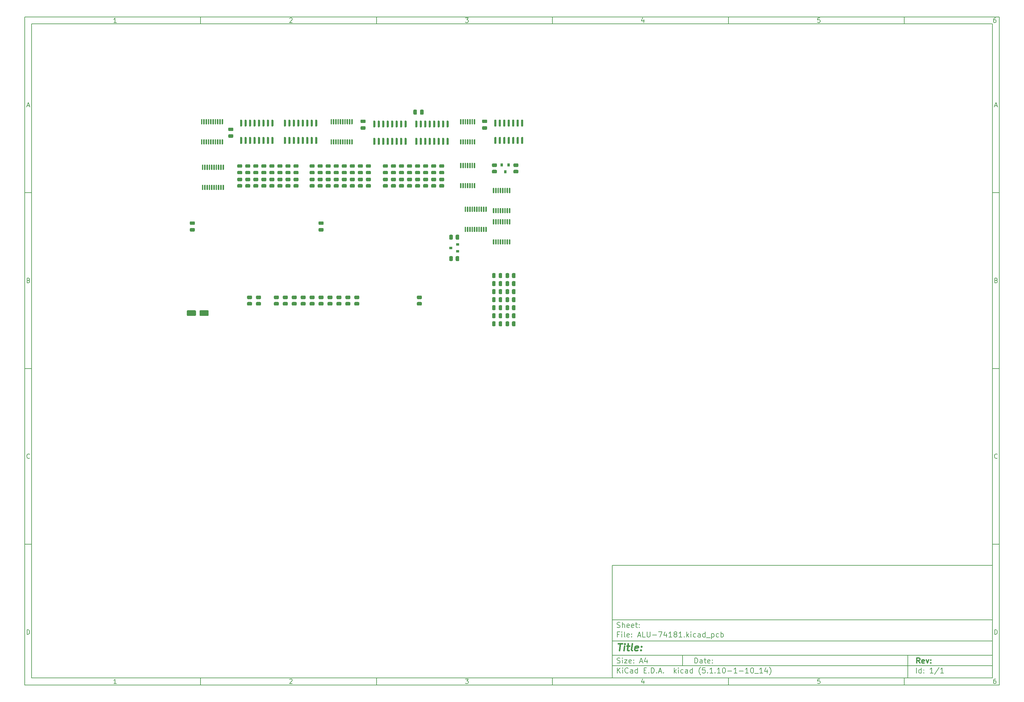
<source format=gbr>
%TF.GenerationSoftware,KiCad,Pcbnew,(5.1.10-1-10_14)*%
%TF.CreationDate,2021-11-14T11:47:48-05:00*%
%TF.ProjectId,ALU-74181,414c552d-3734-4313-9831-2e6b69636164,rev?*%
%TF.SameCoordinates,Original*%
%TF.FileFunction,Paste,Top*%
%TF.FilePolarity,Positive*%
%FSLAX46Y46*%
G04 Gerber Fmt 4.6, Leading zero omitted, Abs format (unit mm)*
G04 Created by KiCad (PCBNEW (5.1.10-1-10_14)) date 2021-11-14 11:47:48*
%MOMM*%
%LPD*%
G01*
G04 APERTURE LIST*
%ADD10C,0.100000*%
%ADD11C,0.150000*%
%ADD12C,0.300000*%
%ADD13C,0.400000*%
%ADD14R,0.900000X0.800000*%
%ADD15R,0.800000X0.900000*%
G04 APERTURE END LIST*
D10*
D11*
X177002200Y-166007200D02*
X177002200Y-198007200D01*
X285002200Y-198007200D01*
X285002200Y-166007200D01*
X177002200Y-166007200D01*
D10*
D11*
X10000000Y-10000000D02*
X10000000Y-200007200D01*
X287002200Y-200007200D01*
X287002200Y-10000000D01*
X10000000Y-10000000D01*
D10*
D11*
X12000000Y-12000000D02*
X12000000Y-198007200D01*
X285002200Y-198007200D01*
X285002200Y-12000000D01*
X12000000Y-12000000D01*
D10*
D11*
X60000000Y-12000000D02*
X60000000Y-10000000D01*
D10*
D11*
X110000000Y-12000000D02*
X110000000Y-10000000D01*
D10*
D11*
X160000000Y-12000000D02*
X160000000Y-10000000D01*
D10*
D11*
X210000000Y-12000000D02*
X210000000Y-10000000D01*
D10*
D11*
X260000000Y-12000000D02*
X260000000Y-10000000D01*
D10*
D11*
X36065476Y-11588095D02*
X35322619Y-11588095D01*
X35694047Y-11588095D02*
X35694047Y-10288095D01*
X35570238Y-10473809D01*
X35446428Y-10597619D01*
X35322619Y-10659523D01*
D10*
D11*
X85322619Y-10411904D02*
X85384523Y-10350000D01*
X85508333Y-10288095D01*
X85817857Y-10288095D01*
X85941666Y-10350000D01*
X86003571Y-10411904D01*
X86065476Y-10535714D01*
X86065476Y-10659523D01*
X86003571Y-10845238D01*
X85260714Y-11588095D01*
X86065476Y-11588095D01*
D10*
D11*
X135260714Y-10288095D02*
X136065476Y-10288095D01*
X135632142Y-10783333D01*
X135817857Y-10783333D01*
X135941666Y-10845238D01*
X136003571Y-10907142D01*
X136065476Y-11030952D01*
X136065476Y-11340476D01*
X136003571Y-11464285D01*
X135941666Y-11526190D01*
X135817857Y-11588095D01*
X135446428Y-11588095D01*
X135322619Y-11526190D01*
X135260714Y-11464285D01*
D10*
D11*
X185941666Y-10721428D02*
X185941666Y-11588095D01*
X185632142Y-10226190D02*
X185322619Y-11154761D01*
X186127380Y-11154761D01*
D10*
D11*
X236003571Y-10288095D02*
X235384523Y-10288095D01*
X235322619Y-10907142D01*
X235384523Y-10845238D01*
X235508333Y-10783333D01*
X235817857Y-10783333D01*
X235941666Y-10845238D01*
X236003571Y-10907142D01*
X236065476Y-11030952D01*
X236065476Y-11340476D01*
X236003571Y-11464285D01*
X235941666Y-11526190D01*
X235817857Y-11588095D01*
X235508333Y-11588095D01*
X235384523Y-11526190D01*
X235322619Y-11464285D01*
D10*
D11*
X285941666Y-10288095D02*
X285694047Y-10288095D01*
X285570238Y-10350000D01*
X285508333Y-10411904D01*
X285384523Y-10597619D01*
X285322619Y-10845238D01*
X285322619Y-11340476D01*
X285384523Y-11464285D01*
X285446428Y-11526190D01*
X285570238Y-11588095D01*
X285817857Y-11588095D01*
X285941666Y-11526190D01*
X286003571Y-11464285D01*
X286065476Y-11340476D01*
X286065476Y-11030952D01*
X286003571Y-10907142D01*
X285941666Y-10845238D01*
X285817857Y-10783333D01*
X285570238Y-10783333D01*
X285446428Y-10845238D01*
X285384523Y-10907142D01*
X285322619Y-11030952D01*
D10*
D11*
X60000000Y-198007200D02*
X60000000Y-200007200D01*
D10*
D11*
X110000000Y-198007200D02*
X110000000Y-200007200D01*
D10*
D11*
X160000000Y-198007200D02*
X160000000Y-200007200D01*
D10*
D11*
X210000000Y-198007200D02*
X210000000Y-200007200D01*
D10*
D11*
X260000000Y-198007200D02*
X260000000Y-200007200D01*
D10*
D11*
X36065476Y-199595295D02*
X35322619Y-199595295D01*
X35694047Y-199595295D02*
X35694047Y-198295295D01*
X35570238Y-198481009D01*
X35446428Y-198604819D01*
X35322619Y-198666723D01*
D10*
D11*
X85322619Y-198419104D02*
X85384523Y-198357200D01*
X85508333Y-198295295D01*
X85817857Y-198295295D01*
X85941666Y-198357200D01*
X86003571Y-198419104D01*
X86065476Y-198542914D01*
X86065476Y-198666723D01*
X86003571Y-198852438D01*
X85260714Y-199595295D01*
X86065476Y-199595295D01*
D10*
D11*
X135260714Y-198295295D02*
X136065476Y-198295295D01*
X135632142Y-198790533D01*
X135817857Y-198790533D01*
X135941666Y-198852438D01*
X136003571Y-198914342D01*
X136065476Y-199038152D01*
X136065476Y-199347676D01*
X136003571Y-199471485D01*
X135941666Y-199533390D01*
X135817857Y-199595295D01*
X135446428Y-199595295D01*
X135322619Y-199533390D01*
X135260714Y-199471485D01*
D10*
D11*
X185941666Y-198728628D02*
X185941666Y-199595295D01*
X185632142Y-198233390D02*
X185322619Y-199161961D01*
X186127380Y-199161961D01*
D10*
D11*
X236003571Y-198295295D02*
X235384523Y-198295295D01*
X235322619Y-198914342D01*
X235384523Y-198852438D01*
X235508333Y-198790533D01*
X235817857Y-198790533D01*
X235941666Y-198852438D01*
X236003571Y-198914342D01*
X236065476Y-199038152D01*
X236065476Y-199347676D01*
X236003571Y-199471485D01*
X235941666Y-199533390D01*
X235817857Y-199595295D01*
X235508333Y-199595295D01*
X235384523Y-199533390D01*
X235322619Y-199471485D01*
D10*
D11*
X285941666Y-198295295D02*
X285694047Y-198295295D01*
X285570238Y-198357200D01*
X285508333Y-198419104D01*
X285384523Y-198604819D01*
X285322619Y-198852438D01*
X285322619Y-199347676D01*
X285384523Y-199471485D01*
X285446428Y-199533390D01*
X285570238Y-199595295D01*
X285817857Y-199595295D01*
X285941666Y-199533390D01*
X286003571Y-199471485D01*
X286065476Y-199347676D01*
X286065476Y-199038152D01*
X286003571Y-198914342D01*
X285941666Y-198852438D01*
X285817857Y-198790533D01*
X285570238Y-198790533D01*
X285446428Y-198852438D01*
X285384523Y-198914342D01*
X285322619Y-199038152D01*
D10*
D11*
X10000000Y-60000000D02*
X12000000Y-60000000D01*
D10*
D11*
X10000000Y-110000000D02*
X12000000Y-110000000D01*
D10*
D11*
X10000000Y-160000000D02*
X12000000Y-160000000D01*
D10*
D11*
X10690476Y-35216666D02*
X11309523Y-35216666D01*
X10566666Y-35588095D02*
X11000000Y-34288095D01*
X11433333Y-35588095D01*
D10*
D11*
X11092857Y-84907142D02*
X11278571Y-84969047D01*
X11340476Y-85030952D01*
X11402380Y-85154761D01*
X11402380Y-85340476D01*
X11340476Y-85464285D01*
X11278571Y-85526190D01*
X11154761Y-85588095D01*
X10659523Y-85588095D01*
X10659523Y-84288095D01*
X11092857Y-84288095D01*
X11216666Y-84350000D01*
X11278571Y-84411904D01*
X11340476Y-84535714D01*
X11340476Y-84659523D01*
X11278571Y-84783333D01*
X11216666Y-84845238D01*
X11092857Y-84907142D01*
X10659523Y-84907142D01*
D10*
D11*
X11402380Y-135464285D02*
X11340476Y-135526190D01*
X11154761Y-135588095D01*
X11030952Y-135588095D01*
X10845238Y-135526190D01*
X10721428Y-135402380D01*
X10659523Y-135278571D01*
X10597619Y-135030952D01*
X10597619Y-134845238D01*
X10659523Y-134597619D01*
X10721428Y-134473809D01*
X10845238Y-134350000D01*
X11030952Y-134288095D01*
X11154761Y-134288095D01*
X11340476Y-134350000D01*
X11402380Y-134411904D01*
D10*
D11*
X10659523Y-185588095D02*
X10659523Y-184288095D01*
X10969047Y-184288095D01*
X11154761Y-184350000D01*
X11278571Y-184473809D01*
X11340476Y-184597619D01*
X11402380Y-184845238D01*
X11402380Y-185030952D01*
X11340476Y-185278571D01*
X11278571Y-185402380D01*
X11154761Y-185526190D01*
X10969047Y-185588095D01*
X10659523Y-185588095D01*
D10*
D11*
X287002200Y-60000000D02*
X285002200Y-60000000D01*
D10*
D11*
X287002200Y-110000000D02*
X285002200Y-110000000D01*
D10*
D11*
X287002200Y-160000000D02*
X285002200Y-160000000D01*
D10*
D11*
X285692676Y-35216666D02*
X286311723Y-35216666D01*
X285568866Y-35588095D02*
X286002200Y-34288095D01*
X286435533Y-35588095D01*
D10*
D11*
X286095057Y-84907142D02*
X286280771Y-84969047D01*
X286342676Y-85030952D01*
X286404580Y-85154761D01*
X286404580Y-85340476D01*
X286342676Y-85464285D01*
X286280771Y-85526190D01*
X286156961Y-85588095D01*
X285661723Y-85588095D01*
X285661723Y-84288095D01*
X286095057Y-84288095D01*
X286218866Y-84350000D01*
X286280771Y-84411904D01*
X286342676Y-84535714D01*
X286342676Y-84659523D01*
X286280771Y-84783333D01*
X286218866Y-84845238D01*
X286095057Y-84907142D01*
X285661723Y-84907142D01*
D10*
D11*
X286404580Y-135464285D02*
X286342676Y-135526190D01*
X286156961Y-135588095D01*
X286033152Y-135588095D01*
X285847438Y-135526190D01*
X285723628Y-135402380D01*
X285661723Y-135278571D01*
X285599819Y-135030952D01*
X285599819Y-134845238D01*
X285661723Y-134597619D01*
X285723628Y-134473809D01*
X285847438Y-134350000D01*
X286033152Y-134288095D01*
X286156961Y-134288095D01*
X286342676Y-134350000D01*
X286404580Y-134411904D01*
D10*
D11*
X285661723Y-185588095D02*
X285661723Y-184288095D01*
X285971247Y-184288095D01*
X286156961Y-184350000D01*
X286280771Y-184473809D01*
X286342676Y-184597619D01*
X286404580Y-184845238D01*
X286404580Y-185030952D01*
X286342676Y-185278571D01*
X286280771Y-185402380D01*
X286156961Y-185526190D01*
X285971247Y-185588095D01*
X285661723Y-185588095D01*
D10*
D11*
X200434342Y-193785771D02*
X200434342Y-192285771D01*
X200791485Y-192285771D01*
X201005771Y-192357200D01*
X201148628Y-192500057D01*
X201220057Y-192642914D01*
X201291485Y-192928628D01*
X201291485Y-193142914D01*
X201220057Y-193428628D01*
X201148628Y-193571485D01*
X201005771Y-193714342D01*
X200791485Y-193785771D01*
X200434342Y-193785771D01*
X202577200Y-193785771D02*
X202577200Y-193000057D01*
X202505771Y-192857200D01*
X202362914Y-192785771D01*
X202077200Y-192785771D01*
X201934342Y-192857200D01*
X202577200Y-193714342D02*
X202434342Y-193785771D01*
X202077200Y-193785771D01*
X201934342Y-193714342D01*
X201862914Y-193571485D01*
X201862914Y-193428628D01*
X201934342Y-193285771D01*
X202077200Y-193214342D01*
X202434342Y-193214342D01*
X202577200Y-193142914D01*
X203077200Y-192785771D02*
X203648628Y-192785771D01*
X203291485Y-192285771D02*
X203291485Y-193571485D01*
X203362914Y-193714342D01*
X203505771Y-193785771D01*
X203648628Y-193785771D01*
X204720057Y-193714342D02*
X204577200Y-193785771D01*
X204291485Y-193785771D01*
X204148628Y-193714342D01*
X204077200Y-193571485D01*
X204077200Y-193000057D01*
X204148628Y-192857200D01*
X204291485Y-192785771D01*
X204577200Y-192785771D01*
X204720057Y-192857200D01*
X204791485Y-193000057D01*
X204791485Y-193142914D01*
X204077200Y-193285771D01*
X205434342Y-193642914D02*
X205505771Y-193714342D01*
X205434342Y-193785771D01*
X205362914Y-193714342D01*
X205434342Y-193642914D01*
X205434342Y-193785771D01*
X205434342Y-192857200D02*
X205505771Y-192928628D01*
X205434342Y-193000057D01*
X205362914Y-192928628D01*
X205434342Y-192857200D01*
X205434342Y-193000057D01*
D10*
D11*
X177002200Y-194507200D02*
X285002200Y-194507200D01*
D10*
D11*
X178434342Y-196585771D02*
X178434342Y-195085771D01*
X179291485Y-196585771D02*
X178648628Y-195728628D01*
X179291485Y-195085771D02*
X178434342Y-195942914D01*
X179934342Y-196585771D02*
X179934342Y-195585771D01*
X179934342Y-195085771D02*
X179862914Y-195157200D01*
X179934342Y-195228628D01*
X180005771Y-195157200D01*
X179934342Y-195085771D01*
X179934342Y-195228628D01*
X181505771Y-196442914D02*
X181434342Y-196514342D01*
X181220057Y-196585771D01*
X181077200Y-196585771D01*
X180862914Y-196514342D01*
X180720057Y-196371485D01*
X180648628Y-196228628D01*
X180577200Y-195942914D01*
X180577200Y-195728628D01*
X180648628Y-195442914D01*
X180720057Y-195300057D01*
X180862914Y-195157200D01*
X181077200Y-195085771D01*
X181220057Y-195085771D01*
X181434342Y-195157200D01*
X181505771Y-195228628D01*
X182791485Y-196585771D02*
X182791485Y-195800057D01*
X182720057Y-195657200D01*
X182577200Y-195585771D01*
X182291485Y-195585771D01*
X182148628Y-195657200D01*
X182791485Y-196514342D02*
X182648628Y-196585771D01*
X182291485Y-196585771D01*
X182148628Y-196514342D01*
X182077200Y-196371485D01*
X182077200Y-196228628D01*
X182148628Y-196085771D01*
X182291485Y-196014342D01*
X182648628Y-196014342D01*
X182791485Y-195942914D01*
X184148628Y-196585771D02*
X184148628Y-195085771D01*
X184148628Y-196514342D02*
X184005771Y-196585771D01*
X183720057Y-196585771D01*
X183577200Y-196514342D01*
X183505771Y-196442914D01*
X183434342Y-196300057D01*
X183434342Y-195871485D01*
X183505771Y-195728628D01*
X183577200Y-195657200D01*
X183720057Y-195585771D01*
X184005771Y-195585771D01*
X184148628Y-195657200D01*
X186005771Y-195800057D02*
X186505771Y-195800057D01*
X186720057Y-196585771D02*
X186005771Y-196585771D01*
X186005771Y-195085771D01*
X186720057Y-195085771D01*
X187362914Y-196442914D02*
X187434342Y-196514342D01*
X187362914Y-196585771D01*
X187291485Y-196514342D01*
X187362914Y-196442914D01*
X187362914Y-196585771D01*
X188077200Y-196585771D02*
X188077200Y-195085771D01*
X188434342Y-195085771D01*
X188648628Y-195157200D01*
X188791485Y-195300057D01*
X188862914Y-195442914D01*
X188934342Y-195728628D01*
X188934342Y-195942914D01*
X188862914Y-196228628D01*
X188791485Y-196371485D01*
X188648628Y-196514342D01*
X188434342Y-196585771D01*
X188077200Y-196585771D01*
X189577200Y-196442914D02*
X189648628Y-196514342D01*
X189577200Y-196585771D01*
X189505771Y-196514342D01*
X189577200Y-196442914D01*
X189577200Y-196585771D01*
X190220057Y-196157200D02*
X190934342Y-196157200D01*
X190077200Y-196585771D02*
X190577200Y-195085771D01*
X191077200Y-196585771D01*
X191577200Y-196442914D02*
X191648628Y-196514342D01*
X191577200Y-196585771D01*
X191505771Y-196514342D01*
X191577200Y-196442914D01*
X191577200Y-196585771D01*
X194577200Y-196585771D02*
X194577200Y-195085771D01*
X194720057Y-196014342D02*
X195148628Y-196585771D01*
X195148628Y-195585771D02*
X194577200Y-196157200D01*
X195791485Y-196585771D02*
X195791485Y-195585771D01*
X195791485Y-195085771D02*
X195720057Y-195157200D01*
X195791485Y-195228628D01*
X195862914Y-195157200D01*
X195791485Y-195085771D01*
X195791485Y-195228628D01*
X197148628Y-196514342D02*
X197005771Y-196585771D01*
X196720057Y-196585771D01*
X196577200Y-196514342D01*
X196505771Y-196442914D01*
X196434342Y-196300057D01*
X196434342Y-195871485D01*
X196505771Y-195728628D01*
X196577200Y-195657200D01*
X196720057Y-195585771D01*
X197005771Y-195585771D01*
X197148628Y-195657200D01*
X198434342Y-196585771D02*
X198434342Y-195800057D01*
X198362914Y-195657200D01*
X198220057Y-195585771D01*
X197934342Y-195585771D01*
X197791485Y-195657200D01*
X198434342Y-196514342D02*
X198291485Y-196585771D01*
X197934342Y-196585771D01*
X197791485Y-196514342D01*
X197720057Y-196371485D01*
X197720057Y-196228628D01*
X197791485Y-196085771D01*
X197934342Y-196014342D01*
X198291485Y-196014342D01*
X198434342Y-195942914D01*
X199791485Y-196585771D02*
X199791485Y-195085771D01*
X199791485Y-196514342D02*
X199648628Y-196585771D01*
X199362914Y-196585771D01*
X199220057Y-196514342D01*
X199148628Y-196442914D01*
X199077200Y-196300057D01*
X199077200Y-195871485D01*
X199148628Y-195728628D01*
X199220057Y-195657200D01*
X199362914Y-195585771D01*
X199648628Y-195585771D01*
X199791485Y-195657200D01*
X202077200Y-197157200D02*
X202005771Y-197085771D01*
X201862914Y-196871485D01*
X201791485Y-196728628D01*
X201720057Y-196514342D01*
X201648628Y-196157200D01*
X201648628Y-195871485D01*
X201720057Y-195514342D01*
X201791485Y-195300057D01*
X201862914Y-195157200D01*
X202005771Y-194942914D01*
X202077200Y-194871485D01*
X203362914Y-195085771D02*
X202648628Y-195085771D01*
X202577200Y-195800057D01*
X202648628Y-195728628D01*
X202791485Y-195657200D01*
X203148628Y-195657200D01*
X203291485Y-195728628D01*
X203362914Y-195800057D01*
X203434342Y-195942914D01*
X203434342Y-196300057D01*
X203362914Y-196442914D01*
X203291485Y-196514342D01*
X203148628Y-196585771D01*
X202791485Y-196585771D01*
X202648628Y-196514342D01*
X202577200Y-196442914D01*
X204077200Y-196442914D02*
X204148628Y-196514342D01*
X204077200Y-196585771D01*
X204005771Y-196514342D01*
X204077200Y-196442914D01*
X204077200Y-196585771D01*
X205577200Y-196585771D02*
X204720057Y-196585771D01*
X205148628Y-196585771D02*
X205148628Y-195085771D01*
X205005771Y-195300057D01*
X204862914Y-195442914D01*
X204720057Y-195514342D01*
X206220057Y-196442914D02*
X206291485Y-196514342D01*
X206220057Y-196585771D01*
X206148628Y-196514342D01*
X206220057Y-196442914D01*
X206220057Y-196585771D01*
X207720057Y-196585771D02*
X206862914Y-196585771D01*
X207291485Y-196585771D02*
X207291485Y-195085771D01*
X207148628Y-195300057D01*
X207005771Y-195442914D01*
X206862914Y-195514342D01*
X208648628Y-195085771D02*
X208791485Y-195085771D01*
X208934342Y-195157200D01*
X209005771Y-195228628D01*
X209077200Y-195371485D01*
X209148628Y-195657200D01*
X209148628Y-196014342D01*
X209077200Y-196300057D01*
X209005771Y-196442914D01*
X208934342Y-196514342D01*
X208791485Y-196585771D01*
X208648628Y-196585771D01*
X208505771Y-196514342D01*
X208434342Y-196442914D01*
X208362914Y-196300057D01*
X208291485Y-196014342D01*
X208291485Y-195657200D01*
X208362914Y-195371485D01*
X208434342Y-195228628D01*
X208505771Y-195157200D01*
X208648628Y-195085771D01*
X209791485Y-196014342D02*
X210934342Y-196014342D01*
X212434342Y-196585771D02*
X211577200Y-196585771D01*
X212005771Y-196585771D02*
X212005771Y-195085771D01*
X211862914Y-195300057D01*
X211720057Y-195442914D01*
X211577200Y-195514342D01*
X213077200Y-196014342D02*
X214220057Y-196014342D01*
X215720057Y-196585771D02*
X214862914Y-196585771D01*
X215291485Y-196585771D02*
X215291485Y-195085771D01*
X215148628Y-195300057D01*
X215005771Y-195442914D01*
X214862914Y-195514342D01*
X216648628Y-195085771D02*
X216791485Y-195085771D01*
X216934342Y-195157200D01*
X217005771Y-195228628D01*
X217077200Y-195371485D01*
X217148628Y-195657200D01*
X217148628Y-196014342D01*
X217077200Y-196300057D01*
X217005771Y-196442914D01*
X216934342Y-196514342D01*
X216791485Y-196585771D01*
X216648628Y-196585771D01*
X216505771Y-196514342D01*
X216434342Y-196442914D01*
X216362914Y-196300057D01*
X216291485Y-196014342D01*
X216291485Y-195657200D01*
X216362914Y-195371485D01*
X216434342Y-195228628D01*
X216505771Y-195157200D01*
X216648628Y-195085771D01*
X217434342Y-196728628D02*
X218577200Y-196728628D01*
X219720057Y-196585771D02*
X218862914Y-196585771D01*
X219291485Y-196585771D02*
X219291485Y-195085771D01*
X219148628Y-195300057D01*
X219005771Y-195442914D01*
X218862914Y-195514342D01*
X221005771Y-195585771D02*
X221005771Y-196585771D01*
X220648628Y-195014342D02*
X220291485Y-196085771D01*
X221220057Y-196085771D01*
X221648628Y-197157200D02*
X221720057Y-197085771D01*
X221862914Y-196871485D01*
X221934342Y-196728628D01*
X222005771Y-196514342D01*
X222077200Y-196157200D01*
X222077200Y-195871485D01*
X222005771Y-195514342D01*
X221934342Y-195300057D01*
X221862914Y-195157200D01*
X221720057Y-194942914D01*
X221648628Y-194871485D01*
D10*
D11*
X177002200Y-191507200D02*
X285002200Y-191507200D01*
D10*
D12*
X264411485Y-193785771D02*
X263911485Y-193071485D01*
X263554342Y-193785771D02*
X263554342Y-192285771D01*
X264125771Y-192285771D01*
X264268628Y-192357200D01*
X264340057Y-192428628D01*
X264411485Y-192571485D01*
X264411485Y-192785771D01*
X264340057Y-192928628D01*
X264268628Y-193000057D01*
X264125771Y-193071485D01*
X263554342Y-193071485D01*
X265625771Y-193714342D02*
X265482914Y-193785771D01*
X265197200Y-193785771D01*
X265054342Y-193714342D01*
X264982914Y-193571485D01*
X264982914Y-193000057D01*
X265054342Y-192857200D01*
X265197200Y-192785771D01*
X265482914Y-192785771D01*
X265625771Y-192857200D01*
X265697200Y-193000057D01*
X265697200Y-193142914D01*
X264982914Y-193285771D01*
X266197200Y-192785771D02*
X266554342Y-193785771D01*
X266911485Y-192785771D01*
X267482914Y-193642914D02*
X267554342Y-193714342D01*
X267482914Y-193785771D01*
X267411485Y-193714342D01*
X267482914Y-193642914D01*
X267482914Y-193785771D01*
X267482914Y-192857200D02*
X267554342Y-192928628D01*
X267482914Y-193000057D01*
X267411485Y-192928628D01*
X267482914Y-192857200D01*
X267482914Y-193000057D01*
D10*
D11*
X178362914Y-193714342D02*
X178577200Y-193785771D01*
X178934342Y-193785771D01*
X179077200Y-193714342D01*
X179148628Y-193642914D01*
X179220057Y-193500057D01*
X179220057Y-193357200D01*
X179148628Y-193214342D01*
X179077200Y-193142914D01*
X178934342Y-193071485D01*
X178648628Y-193000057D01*
X178505771Y-192928628D01*
X178434342Y-192857200D01*
X178362914Y-192714342D01*
X178362914Y-192571485D01*
X178434342Y-192428628D01*
X178505771Y-192357200D01*
X178648628Y-192285771D01*
X179005771Y-192285771D01*
X179220057Y-192357200D01*
X179862914Y-193785771D02*
X179862914Y-192785771D01*
X179862914Y-192285771D02*
X179791485Y-192357200D01*
X179862914Y-192428628D01*
X179934342Y-192357200D01*
X179862914Y-192285771D01*
X179862914Y-192428628D01*
X180434342Y-192785771D02*
X181220057Y-192785771D01*
X180434342Y-193785771D01*
X181220057Y-193785771D01*
X182362914Y-193714342D02*
X182220057Y-193785771D01*
X181934342Y-193785771D01*
X181791485Y-193714342D01*
X181720057Y-193571485D01*
X181720057Y-193000057D01*
X181791485Y-192857200D01*
X181934342Y-192785771D01*
X182220057Y-192785771D01*
X182362914Y-192857200D01*
X182434342Y-193000057D01*
X182434342Y-193142914D01*
X181720057Y-193285771D01*
X183077200Y-193642914D02*
X183148628Y-193714342D01*
X183077200Y-193785771D01*
X183005771Y-193714342D01*
X183077200Y-193642914D01*
X183077200Y-193785771D01*
X183077200Y-192857200D02*
X183148628Y-192928628D01*
X183077200Y-193000057D01*
X183005771Y-192928628D01*
X183077200Y-192857200D01*
X183077200Y-193000057D01*
X184862914Y-193357200D02*
X185577200Y-193357200D01*
X184720057Y-193785771D02*
X185220057Y-192285771D01*
X185720057Y-193785771D01*
X186862914Y-192785771D02*
X186862914Y-193785771D01*
X186505771Y-192214342D02*
X186148628Y-193285771D01*
X187077200Y-193285771D01*
D10*
D11*
X263434342Y-196585771D02*
X263434342Y-195085771D01*
X264791485Y-196585771D02*
X264791485Y-195085771D01*
X264791485Y-196514342D02*
X264648628Y-196585771D01*
X264362914Y-196585771D01*
X264220057Y-196514342D01*
X264148628Y-196442914D01*
X264077200Y-196300057D01*
X264077200Y-195871485D01*
X264148628Y-195728628D01*
X264220057Y-195657200D01*
X264362914Y-195585771D01*
X264648628Y-195585771D01*
X264791485Y-195657200D01*
X265505771Y-196442914D02*
X265577200Y-196514342D01*
X265505771Y-196585771D01*
X265434342Y-196514342D01*
X265505771Y-196442914D01*
X265505771Y-196585771D01*
X265505771Y-195657200D02*
X265577200Y-195728628D01*
X265505771Y-195800057D01*
X265434342Y-195728628D01*
X265505771Y-195657200D01*
X265505771Y-195800057D01*
X268148628Y-196585771D02*
X267291485Y-196585771D01*
X267720057Y-196585771D02*
X267720057Y-195085771D01*
X267577200Y-195300057D01*
X267434342Y-195442914D01*
X267291485Y-195514342D01*
X269862914Y-195014342D02*
X268577200Y-196942914D01*
X271148628Y-196585771D02*
X270291485Y-196585771D01*
X270720057Y-196585771D02*
X270720057Y-195085771D01*
X270577200Y-195300057D01*
X270434342Y-195442914D01*
X270291485Y-195514342D01*
D10*
D11*
X177002200Y-187507200D02*
X285002200Y-187507200D01*
D10*
D13*
X178714580Y-188211961D02*
X179857438Y-188211961D01*
X179036009Y-190211961D02*
X179286009Y-188211961D01*
X180274104Y-190211961D02*
X180440771Y-188878628D01*
X180524104Y-188211961D02*
X180416961Y-188307200D01*
X180500295Y-188402438D01*
X180607438Y-188307200D01*
X180524104Y-188211961D01*
X180500295Y-188402438D01*
X181107438Y-188878628D02*
X181869342Y-188878628D01*
X181476485Y-188211961D02*
X181262200Y-189926247D01*
X181333628Y-190116723D01*
X181512200Y-190211961D01*
X181702676Y-190211961D01*
X182655057Y-190211961D02*
X182476485Y-190116723D01*
X182405057Y-189926247D01*
X182619342Y-188211961D01*
X184190771Y-190116723D02*
X183988390Y-190211961D01*
X183607438Y-190211961D01*
X183428866Y-190116723D01*
X183357438Y-189926247D01*
X183452676Y-189164342D01*
X183571723Y-188973866D01*
X183774104Y-188878628D01*
X184155057Y-188878628D01*
X184333628Y-188973866D01*
X184405057Y-189164342D01*
X184381247Y-189354819D01*
X183405057Y-189545295D01*
X185155057Y-190021485D02*
X185238390Y-190116723D01*
X185131247Y-190211961D01*
X185047914Y-190116723D01*
X185155057Y-190021485D01*
X185131247Y-190211961D01*
X185286009Y-188973866D02*
X185369342Y-189069104D01*
X185262200Y-189164342D01*
X185178866Y-189069104D01*
X185286009Y-188973866D01*
X185262200Y-189164342D01*
D10*
D11*
X178934342Y-185600057D02*
X178434342Y-185600057D01*
X178434342Y-186385771D02*
X178434342Y-184885771D01*
X179148628Y-184885771D01*
X179720057Y-186385771D02*
X179720057Y-185385771D01*
X179720057Y-184885771D02*
X179648628Y-184957200D01*
X179720057Y-185028628D01*
X179791485Y-184957200D01*
X179720057Y-184885771D01*
X179720057Y-185028628D01*
X180648628Y-186385771D02*
X180505771Y-186314342D01*
X180434342Y-186171485D01*
X180434342Y-184885771D01*
X181791485Y-186314342D02*
X181648628Y-186385771D01*
X181362914Y-186385771D01*
X181220057Y-186314342D01*
X181148628Y-186171485D01*
X181148628Y-185600057D01*
X181220057Y-185457200D01*
X181362914Y-185385771D01*
X181648628Y-185385771D01*
X181791485Y-185457200D01*
X181862914Y-185600057D01*
X181862914Y-185742914D01*
X181148628Y-185885771D01*
X182505771Y-186242914D02*
X182577200Y-186314342D01*
X182505771Y-186385771D01*
X182434342Y-186314342D01*
X182505771Y-186242914D01*
X182505771Y-186385771D01*
X182505771Y-185457200D02*
X182577200Y-185528628D01*
X182505771Y-185600057D01*
X182434342Y-185528628D01*
X182505771Y-185457200D01*
X182505771Y-185600057D01*
X184291485Y-185957200D02*
X185005771Y-185957200D01*
X184148628Y-186385771D02*
X184648628Y-184885771D01*
X185148628Y-186385771D01*
X186362914Y-186385771D02*
X185648628Y-186385771D01*
X185648628Y-184885771D01*
X186862914Y-184885771D02*
X186862914Y-186100057D01*
X186934342Y-186242914D01*
X187005771Y-186314342D01*
X187148628Y-186385771D01*
X187434342Y-186385771D01*
X187577200Y-186314342D01*
X187648628Y-186242914D01*
X187720057Y-186100057D01*
X187720057Y-184885771D01*
X188434342Y-185814342D02*
X189577200Y-185814342D01*
X190148628Y-184885771D02*
X191148628Y-184885771D01*
X190505771Y-186385771D01*
X192362914Y-185385771D02*
X192362914Y-186385771D01*
X192005771Y-184814342D02*
X191648628Y-185885771D01*
X192577200Y-185885771D01*
X193934342Y-186385771D02*
X193077200Y-186385771D01*
X193505771Y-186385771D02*
X193505771Y-184885771D01*
X193362914Y-185100057D01*
X193220057Y-185242914D01*
X193077200Y-185314342D01*
X194791485Y-185528628D02*
X194648628Y-185457200D01*
X194577200Y-185385771D01*
X194505771Y-185242914D01*
X194505771Y-185171485D01*
X194577200Y-185028628D01*
X194648628Y-184957200D01*
X194791485Y-184885771D01*
X195077200Y-184885771D01*
X195220057Y-184957200D01*
X195291485Y-185028628D01*
X195362914Y-185171485D01*
X195362914Y-185242914D01*
X195291485Y-185385771D01*
X195220057Y-185457200D01*
X195077200Y-185528628D01*
X194791485Y-185528628D01*
X194648628Y-185600057D01*
X194577200Y-185671485D01*
X194505771Y-185814342D01*
X194505771Y-186100057D01*
X194577200Y-186242914D01*
X194648628Y-186314342D01*
X194791485Y-186385771D01*
X195077200Y-186385771D01*
X195220057Y-186314342D01*
X195291485Y-186242914D01*
X195362914Y-186100057D01*
X195362914Y-185814342D01*
X195291485Y-185671485D01*
X195220057Y-185600057D01*
X195077200Y-185528628D01*
X196791485Y-186385771D02*
X195934342Y-186385771D01*
X196362914Y-186385771D02*
X196362914Y-184885771D01*
X196220057Y-185100057D01*
X196077200Y-185242914D01*
X195934342Y-185314342D01*
X197434342Y-186242914D02*
X197505771Y-186314342D01*
X197434342Y-186385771D01*
X197362914Y-186314342D01*
X197434342Y-186242914D01*
X197434342Y-186385771D01*
X198148628Y-186385771D02*
X198148628Y-184885771D01*
X198291485Y-185814342D02*
X198720057Y-186385771D01*
X198720057Y-185385771D02*
X198148628Y-185957200D01*
X199362914Y-186385771D02*
X199362914Y-185385771D01*
X199362914Y-184885771D02*
X199291485Y-184957200D01*
X199362914Y-185028628D01*
X199434342Y-184957200D01*
X199362914Y-184885771D01*
X199362914Y-185028628D01*
X200720057Y-186314342D02*
X200577200Y-186385771D01*
X200291485Y-186385771D01*
X200148628Y-186314342D01*
X200077200Y-186242914D01*
X200005771Y-186100057D01*
X200005771Y-185671485D01*
X200077200Y-185528628D01*
X200148628Y-185457200D01*
X200291485Y-185385771D01*
X200577200Y-185385771D01*
X200720057Y-185457200D01*
X202005771Y-186385771D02*
X202005771Y-185600057D01*
X201934342Y-185457200D01*
X201791485Y-185385771D01*
X201505771Y-185385771D01*
X201362914Y-185457200D01*
X202005771Y-186314342D02*
X201862914Y-186385771D01*
X201505771Y-186385771D01*
X201362914Y-186314342D01*
X201291485Y-186171485D01*
X201291485Y-186028628D01*
X201362914Y-185885771D01*
X201505771Y-185814342D01*
X201862914Y-185814342D01*
X202005771Y-185742914D01*
X203362914Y-186385771D02*
X203362914Y-184885771D01*
X203362914Y-186314342D02*
X203220057Y-186385771D01*
X202934342Y-186385771D01*
X202791485Y-186314342D01*
X202720057Y-186242914D01*
X202648628Y-186100057D01*
X202648628Y-185671485D01*
X202720057Y-185528628D01*
X202791485Y-185457200D01*
X202934342Y-185385771D01*
X203220057Y-185385771D01*
X203362914Y-185457200D01*
X203720057Y-186528628D02*
X204862914Y-186528628D01*
X205220057Y-185385771D02*
X205220057Y-186885771D01*
X205220057Y-185457200D02*
X205362914Y-185385771D01*
X205648628Y-185385771D01*
X205791485Y-185457200D01*
X205862914Y-185528628D01*
X205934342Y-185671485D01*
X205934342Y-186100057D01*
X205862914Y-186242914D01*
X205791485Y-186314342D01*
X205648628Y-186385771D01*
X205362914Y-186385771D01*
X205220057Y-186314342D01*
X207220057Y-186314342D02*
X207077200Y-186385771D01*
X206791485Y-186385771D01*
X206648628Y-186314342D01*
X206577200Y-186242914D01*
X206505771Y-186100057D01*
X206505771Y-185671485D01*
X206577200Y-185528628D01*
X206648628Y-185457200D01*
X206791485Y-185385771D01*
X207077200Y-185385771D01*
X207220057Y-185457200D01*
X207862914Y-186385771D02*
X207862914Y-184885771D01*
X207862914Y-185457200D02*
X208005771Y-185385771D01*
X208291485Y-185385771D01*
X208434342Y-185457200D01*
X208505771Y-185528628D01*
X208577200Y-185671485D01*
X208577200Y-186100057D01*
X208505771Y-186242914D01*
X208434342Y-186314342D01*
X208291485Y-186385771D01*
X208005771Y-186385771D01*
X207862914Y-186314342D01*
D10*
D11*
X177002200Y-181507200D02*
X285002200Y-181507200D01*
D10*
D11*
X178362914Y-183614342D02*
X178577200Y-183685771D01*
X178934342Y-183685771D01*
X179077200Y-183614342D01*
X179148628Y-183542914D01*
X179220057Y-183400057D01*
X179220057Y-183257200D01*
X179148628Y-183114342D01*
X179077200Y-183042914D01*
X178934342Y-182971485D01*
X178648628Y-182900057D01*
X178505771Y-182828628D01*
X178434342Y-182757200D01*
X178362914Y-182614342D01*
X178362914Y-182471485D01*
X178434342Y-182328628D01*
X178505771Y-182257200D01*
X178648628Y-182185771D01*
X179005771Y-182185771D01*
X179220057Y-182257200D01*
X179862914Y-183685771D02*
X179862914Y-182185771D01*
X180505771Y-183685771D02*
X180505771Y-182900057D01*
X180434342Y-182757200D01*
X180291485Y-182685771D01*
X180077200Y-182685771D01*
X179934342Y-182757200D01*
X179862914Y-182828628D01*
X181791485Y-183614342D02*
X181648628Y-183685771D01*
X181362914Y-183685771D01*
X181220057Y-183614342D01*
X181148628Y-183471485D01*
X181148628Y-182900057D01*
X181220057Y-182757200D01*
X181362914Y-182685771D01*
X181648628Y-182685771D01*
X181791485Y-182757200D01*
X181862914Y-182900057D01*
X181862914Y-183042914D01*
X181148628Y-183185771D01*
X183077200Y-183614342D02*
X182934342Y-183685771D01*
X182648628Y-183685771D01*
X182505771Y-183614342D01*
X182434342Y-183471485D01*
X182434342Y-182900057D01*
X182505771Y-182757200D01*
X182648628Y-182685771D01*
X182934342Y-182685771D01*
X183077200Y-182757200D01*
X183148628Y-182900057D01*
X183148628Y-183042914D01*
X182434342Y-183185771D01*
X183577200Y-182685771D02*
X184148628Y-182685771D01*
X183791485Y-182185771D02*
X183791485Y-183471485D01*
X183862914Y-183614342D01*
X184005771Y-183685771D01*
X184148628Y-183685771D01*
X184648628Y-183542914D02*
X184720057Y-183614342D01*
X184648628Y-183685771D01*
X184577200Y-183614342D01*
X184648628Y-183542914D01*
X184648628Y-183685771D01*
X184648628Y-182757200D02*
X184720057Y-182828628D01*
X184648628Y-182900057D01*
X184577200Y-182828628D01*
X184648628Y-182757200D01*
X184648628Y-182900057D01*
D10*
D11*
X197002200Y-191507200D02*
X197002200Y-194507200D01*
D10*
D11*
X261002200Y-191507200D02*
X261002200Y-198007200D01*
%TO.C,R37*%
G36*
G01*
X143960002Y-52686000D02*
X143059998Y-52686000D01*
G75*
G02*
X142810000Y-52436002I0J249998D01*
G01*
X142810000Y-51910998D01*
G75*
G02*
X143059998Y-51661000I249998J0D01*
G01*
X143960002Y-51661000D01*
G75*
G02*
X144210000Y-51910998I0J-249998D01*
G01*
X144210000Y-52436002D01*
G75*
G02*
X143960002Y-52686000I-249998J0D01*
G01*
G37*
G36*
G01*
X143960002Y-54511000D02*
X143059998Y-54511000D01*
G75*
G02*
X142810000Y-54261002I0J249998D01*
G01*
X142810000Y-53735998D01*
G75*
G02*
X143059998Y-53486000I249998J0D01*
G01*
X143960002Y-53486000D01*
G75*
G02*
X144210000Y-53735998I0J-249998D01*
G01*
X144210000Y-54261002D01*
G75*
G02*
X143960002Y-54511000I-249998J0D01*
G01*
G37*
%TD*%
%TO.C,R2*%
G36*
G01*
X149155998Y-53486000D02*
X150056002Y-53486000D01*
G75*
G02*
X150306000Y-53735998I0J-249998D01*
G01*
X150306000Y-54261002D01*
G75*
G02*
X150056002Y-54511000I-249998J0D01*
G01*
X149155998Y-54511000D01*
G75*
G02*
X148906000Y-54261002I0J249998D01*
G01*
X148906000Y-53735998D01*
G75*
G02*
X149155998Y-53486000I249998J0D01*
G01*
G37*
G36*
G01*
X149155998Y-51661000D02*
X150056002Y-51661000D01*
G75*
G02*
X150306000Y-51910998I0J-249998D01*
G01*
X150306000Y-52436002D01*
G75*
G02*
X150056002Y-52686000I-249998J0D01*
G01*
X149155998Y-52686000D01*
G75*
G02*
X148906000Y-52436002I0J249998D01*
G01*
X148906000Y-51910998D01*
G75*
G02*
X149155998Y-51661000I249998J0D01*
G01*
G37*
%TD*%
%TO.C,U15*%
G36*
G01*
X143367000Y-60105000D02*
X143167000Y-60105000D01*
G75*
G02*
X143067000Y-60005000I0J100000D01*
G01*
X143067000Y-58730000D01*
G75*
G02*
X143167000Y-58630000I100000J0D01*
G01*
X143367000Y-58630000D01*
G75*
G02*
X143467000Y-58730000I0J-100000D01*
G01*
X143467000Y-60005000D01*
G75*
G02*
X143367000Y-60105000I-100000J0D01*
G01*
G37*
G36*
G01*
X144017000Y-60105000D02*
X143817000Y-60105000D01*
G75*
G02*
X143717000Y-60005000I0J100000D01*
G01*
X143717000Y-58730000D01*
G75*
G02*
X143817000Y-58630000I100000J0D01*
G01*
X144017000Y-58630000D01*
G75*
G02*
X144117000Y-58730000I0J-100000D01*
G01*
X144117000Y-60005000D01*
G75*
G02*
X144017000Y-60105000I-100000J0D01*
G01*
G37*
G36*
G01*
X144667000Y-60105000D02*
X144467000Y-60105000D01*
G75*
G02*
X144367000Y-60005000I0J100000D01*
G01*
X144367000Y-58730000D01*
G75*
G02*
X144467000Y-58630000I100000J0D01*
G01*
X144667000Y-58630000D01*
G75*
G02*
X144767000Y-58730000I0J-100000D01*
G01*
X144767000Y-60005000D01*
G75*
G02*
X144667000Y-60105000I-100000J0D01*
G01*
G37*
G36*
G01*
X145317000Y-60105000D02*
X145117000Y-60105000D01*
G75*
G02*
X145017000Y-60005000I0J100000D01*
G01*
X145017000Y-58730000D01*
G75*
G02*
X145117000Y-58630000I100000J0D01*
G01*
X145317000Y-58630000D01*
G75*
G02*
X145417000Y-58730000I0J-100000D01*
G01*
X145417000Y-60005000D01*
G75*
G02*
X145317000Y-60105000I-100000J0D01*
G01*
G37*
G36*
G01*
X145967000Y-60105000D02*
X145767000Y-60105000D01*
G75*
G02*
X145667000Y-60005000I0J100000D01*
G01*
X145667000Y-58730000D01*
G75*
G02*
X145767000Y-58630000I100000J0D01*
G01*
X145967000Y-58630000D01*
G75*
G02*
X146067000Y-58730000I0J-100000D01*
G01*
X146067000Y-60005000D01*
G75*
G02*
X145967000Y-60105000I-100000J0D01*
G01*
G37*
G36*
G01*
X146617000Y-60105000D02*
X146417000Y-60105000D01*
G75*
G02*
X146317000Y-60005000I0J100000D01*
G01*
X146317000Y-58730000D01*
G75*
G02*
X146417000Y-58630000I100000J0D01*
G01*
X146617000Y-58630000D01*
G75*
G02*
X146717000Y-58730000I0J-100000D01*
G01*
X146717000Y-60005000D01*
G75*
G02*
X146617000Y-60105000I-100000J0D01*
G01*
G37*
G36*
G01*
X147267000Y-60105000D02*
X147067000Y-60105000D01*
G75*
G02*
X146967000Y-60005000I0J100000D01*
G01*
X146967000Y-58730000D01*
G75*
G02*
X147067000Y-58630000I100000J0D01*
G01*
X147267000Y-58630000D01*
G75*
G02*
X147367000Y-58730000I0J-100000D01*
G01*
X147367000Y-60005000D01*
G75*
G02*
X147267000Y-60105000I-100000J0D01*
G01*
G37*
G36*
G01*
X147917000Y-60105000D02*
X147717000Y-60105000D01*
G75*
G02*
X147617000Y-60005000I0J100000D01*
G01*
X147617000Y-58730000D01*
G75*
G02*
X147717000Y-58630000I100000J0D01*
G01*
X147917000Y-58630000D01*
G75*
G02*
X148017000Y-58730000I0J-100000D01*
G01*
X148017000Y-60005000D01*
G75*
G02*
X147917000Y-60105000I-100000J0D01*
G01*
G37*
G36*
G01*
X147917000Y-65830000D02*
X147717000Y-65830000D01*
G75*
G02*
X147617000Y-65730000I0J100000D01*
G01*
X147617000Y-64455000D01*
G75*
G02*
X147717000Y-64355000I100000J0D01*
G01*
X147917000Y-64355000D01*
G75*
G02*
X148017000Y-64455000I0J-100000D01*
G01*
X148017000Y-65730000D01*
G75*
G02*
X147917000Y-65830000I-100000J0D01*
G01*
G37*
G36*
G01*
X147267000Y-65830000D02*
X147067000Y-65830000D01*
G75*
G02*
X146967000Y-65730000I0J100000D01*
G01*
X146967000Y-64455000D01*
G75*
G02*
X147067000Y-64355000I100000J0D01*
G01*
X147267000Y-64355000D01*
G75*
G02*
X147367000Y-64455000I0J-100000D01*
G01*
X147367000Y-65730000D01*
G75*
G02*
X147267000Y-65830000I-100000J0D01*
G01*
G37*
G36*
G01*
X146617000Y-65830000D02*
X146417000Y-65830000D01*
G75*
G02*
X146317000Y-65730000I0J100000D01*
G01*
X146317000Y-64455000D01*
G75*
G02*
X146417000Y-64355000I100000J0D01*
G01*
X146617000Y-64355000D01*
G75*
G02*
X146717000Y-64455000I0J-100000D01*
G01*
X146717000Y-65730000D01*
G75*
G02*
X146617000Y-65830000I-100000J0D01*
G01*
G37*
G36*
G01*
X145967000Y-65830000D02*
X145767000Y-65830000D01*
G75*
G02*
X145667000Y-65730000I0J100000D01*
G01*
X145667000Y-64455000D01*
G75*
G02*
X145767000Y-64355000I100000J0D01*
G01*
X145967000Y-64355000D01*
G75*
G02*
X146067000Y-64455000I0J-100000D01*
G01*
X146067000Y-65730000D01*
G75*
G02*
X145967000Y-65830000I-100000J0D01*
G01*
G37*
G36*
G01*
X145317000Y-65830000D02*
X145117000Y-65830000D01*
G75*
G02*
X145017000Y-65730000I0J100000D01*
G01*
X145017000Y-64455000D01*
G75*
G02*
X145117000Y-64355000I100000J0D01*
G01*
X145317000Y-64355000D01*
G75*
G02*
X145417000Y-64455000I0J-100000D01*
G01*
X145417000Y-65730000D01*
G75*
G02*
X145317000Y-65830000I-100000J0D01*
G01*
G37*
G36*
G01*
X144667000Y-65830000D02*
X144467000Y-65830000D01*
G75*
G02*
X144367000Y-65730000I0J100000D01*
G01*
X144367000Y-64455000D01*
G75*
G02*
X144467000Y-64355000I100000J0D01*
G01*
X144667000Y-64355000D01*
G75*
G02*
X144767000Y-64455000I0J-100000D01*
G01*
X144767000Y-65730000D01*
G75*
G02*
X144667000Y-65830000I-100000J0D01*
G01*
G37*
G36*
G01*
X144017000Y-65830000D02*
X143817000Y-65830000D01*
G75*
G02*
X143717000Y-65730000I0J100000D01*
G01*
X143717000Y-64455000D01*
G75*
G02*
X143817000Y-64355000I100000J0D01*
G01*
X144017000Y-64355000D01*
G75*
G02*
X144117000Y-64455000I0J-100000D01*
G01*
X144117000Y-65730000D01*
G75*
G02*
X144017000Y-65830000I-100000J0D01*
G01*
G37*
G36*
G01*
X143367000Y-65830000D02*
X143167000Y-65830000D01*
G75*
G02*
X143067000Y-65730000I0J100000D01*
G01*
X143067000Y-64455000D01*
G75*
G02*
X143167000Y-64355000I100000J0D01*
G01*
X143367000Y-64355000D01*
G75*
G02*
X143467000Y-64455000I0J-100000D01*
G01*
X143467000Y-65730000D01*
G75*
G02*
X143367000Y-65830000I-100000J0D01*
G01*
G37*
%TD*%
%TO.C,U14*%
G36*
G01*
X143367000Y-68995000D02*
X143167000Y-68995000D01*
G75*
G02*
X143067000Y-68895000I0J100000D01*
G01*
X143067000Y-67620000D01*
G75*
G02*
X143167000Y-67520000I100000J0D01*
G01*
X143367000Y-67520000D01*
G75*
G02*
X143467000Y-67620000I0J-100000D01*
G01*
X143467000Y-68895000D01*
G75*
G02*
X143367000Y-68995000I-100000J0D01*
G01*
G37*
G36*
G01*
X144017000Y-68995000D02*
X143817000Y-68995000D01*
G75*
G02*
X143717000Y-68895000I0J100000D01*
G01*
X143717000Y-67620000D01*
G75*
G02*
X143817000Y-67520000I100000J0D01*
G01*
X144017000Y-67520000D01*
G75*
G02*
X144117000Y-67620000I0J-100000D01*
G01*
X144117000Y-68895000D01*
G75*
G02*
X144017000Y-68995000I-100000J0D01*
G01*
G37*
G36*
G01*
X144667000Y-68995000D02*
X144467000Y-68995000D01*
G75*
G02*
X144367000Y-68895000I0J100000D01*
G01*
X144367000Y-67620000D01*
G75*
G02*
X144467000Y-67520000I100000J0D01*
G01*
X144667000Y-67520000D01*
G75*
G02*
X144767000Y-67620000I0J-100000D01*
G01*
X144767000Y-68895000D01*
G75*
G02*
X144667000Y-68995000I-100000J0D01*
G01*
G37*
G36*
G01*
X145317000Y-68995000D02*
X145117000Y-68995000D01*
G75*
G02*
X145017000Y-68895000I0J100000D01*
G01*
X145017000Y-67620000D01*
G75*
G02*
X145117000Y-67520000I100000J0D01*
G01*
X145317000Y-67520000D01*
G75*
G02*
X145417000Y-67620000I0J-100000D01*
G01*
X145417000Y-68895000D01*
G75*
G02*
X145317000Y-68995000I-100000J0D01*
G01*
G37*
G36*
G01*
X145967000Y-68995000D02*
X145767000Y-68995000D01*
G75*
G02*
X145667000Y-68895000I0J100000D01*
G01*
X145667000Y-67620000D01*
G75*
G02*
X145767000Y-67520000I100000J0D01*
G01*
X145967000Y-67520000D01*
G75*
G02*
X146067000Y-67620000I0J-100000D01*
G01*
X146067000Y-68895000D01*
G75*
G02*
X145967000Y-68995000I-100000J0D01*
G01*
G37*
G36*
G01*
X146617000Y-68995000D02*
X146417000Y-68995000D01*
G75*
G02*
X146317000Y-68895000I0J100000D01*
G01*
X146317000Y-67620000D01*
G75*
G02*
X146417000Y-67520000I100000J0D01*
G01*
X146617000Y-67520000D01*
G75*
G02*
X146717000Y-67620000I0J-100000D01*
G01*
X146717000Y-68895000D01*
G75*
G02*
X146617000Y-68995000I-100000J0D01*
G01*
G37*
G36*
G01*
X147267000Y-68995000D02*
X147067000Y-68995000D01*
G75*
G02*
X146967000Y-68895000I0J100000D01*
G01*
X146967000Y-67620000D01*
G75*
G02*
X147067000Y-67520000I100000J0D01*
G01*
X147267000Y-67520000D01*
G75*
G02*
X147367000Y-67620000I0J-100000D01*
G01*
X147367000Y-68895000D01*
G75*
G02*
X147267000Y-68995000I-100000J0D01*
G01*
G37*
G36*
G01*
X147917000Y-68995000D02*
X147717000Y-68995000D01*
G75*
G02*
X147617000Y-68895000I0J100000D01*
G01*
X147617000Y-67620000D01*
G75*
G02*
X147717000Y-67520000I100000J0D01*
G01*
X147917000Y-67520000D01*
G75*
G02*
X148017000Y-67620000I0J-100000D01*
G01*
X148017000Y-68895000D01*
G75*
G02*
X147917000Y-68995000I-100000J0D01*
G01*
G37*
G36*
G01*
X147917000Y-74720000D02*
X147717000Y-74720000D01*
G75*
G02*
X147617000Y-74620000I0J100000D01*
G01*
X147617000Y-73345000D01*
G75*
G02*
X147717000Y-73245000I100000J0D01*
G01*
X147917000Y-73245000D01*
G75*
G02*
X148017000Y-73345000I0J-100000D01*
G01*
X148017000Y-74620000D01*
G75*
G02*
X147917000Y-74720000I-100000J0D01*
G01*
G37*
G36*
G01*
X147267000Y-74720000D02*
X147067000Y-74720000D01*
G75*
G02*
X146967000Y-74620000I0J100000D01*
G01*
X146967000Y-73345000D01*
G75*
G02*
X147067000Y-73245000I100000J0D01*
G01*
X147267000Y-73245000D01*
G75*
G02*
X147367000Y-73345000I0J-100000D01*
G01*
X147367000Y-74620000D01*
G75*
G02*
X147267000Y-74720000I-100000J0D01*
G01*
G37*
G36*
G01*
X146617000Y-74720000D02*
X146417000Y-74720000D01*
G75*
G02*
X146317000Y-74620000I0J100000D01*
G01*
X146317000Y-73345000D01*
G75*
G02*
X146417000Y-73245000I100000J0D01*
G01*
X146617000Y-73245000D01*
G75*
G02*
X146717000Y-73345000I0J-100000D01*
G01*
X146717000Y-74620000D01*
G75*
G02*
X146617000Y-74720000I-100000J0D01*
G01*
G37*
G36*
G01*
X145967000Y-74720000D02*
X145767000Y-74720000D01*
G75*
G02*
X145667000Y-74620000I0J100000D01*
G01*
X145667000Y-73345000D01*
G75*
G02*
X145767000Y-73245000I100000J0D01*
G01*
X145967000Y-73245000D01*
G75*
G02*
X146067000Y-73345000I0J-100000D01*
G01*
X146067000Y-74620000D01*
G75*
G02*
X145967000Y-74720000I-100000J0D01*
G01*
G37*
G36*
G01*
X145317000Y-74720000D02*
X145117000Y-74720000D01*
G75*
G02*
X145017000Y-74620000I0J100000D01*
G01*
X145017000Y-73345000D01*
G75*
G02*
X145117000Y-73245000I100000J0D01*
G01*
X145317000Y-73245000D01*
G75*
G02*
X145417000Y-73345000I0J-100000D01*
G01*
X145417000Y-74620000D01*
G75*
G02*
X145317000Y-74720000I-100000J0D01*
G01*
G37*
G36*
G01*
X144667000Y-74720000D02*
X144467000Y-74720000D01*
G75*
G02*
X144367000Y-74620000I0J100000D01*
G01*
X144367000Y-73345000D01*
G75*
G02*
X144467000Y-73245000I100000J0D01*
G01*
X144667000Y-73245000D01*
G75*
G02*
X144767000Y-73345000I0J-100000D01*
G01*
X144767000Y-74620000D01*
G75*
G02*
X144667000Y-74720000I-100000J0D01*
G01*
G37*
G36*
G01*
X144017000Y-74720000D02*
X143817000Y-74720000D01*
G75*
G02*
X143717000Y-74620000I0J100000D01*
G01*
X143717000Y-73345000D01*
G75*
G02*
X143817000Y-73245000I100000J0D01*
G01*
X144017000Y-73245000D01*
G75*
G02*
X144117000Y-73345000I0J-100000D01*
G01*
X144117000Y-74620000D01*
G75*
G02*
X144017000Y-74720000I-100000J0D01*
G01*
G37*
G36*
G01*
X143367000Y-74720000D02*
X143167000Y-74720000D01*
G75*
G02*
X143067000Y-74620000I0J100000D01*
G01*
X143067000Y-73345000D01*
G75*
G02*
X143167000Y-73245000I100000J0D01*
G01*
X143367000Y-73245000D01*
G75*
G02*
X143467000Y-73345000I0J-100000D01*
G01*
X143467000Y-74620000D01*
G75*
G02*
X143367000Y-74720000I-100000J0D01*
G01*
G37*
%TD*%
%TO.C,R47*%
G36*
G01*
X122624002Y-90278000D02*
X121723998Y-90278000D01*
G75*
G02*
X121474000Y-90028002I0J249998D01*
G01*
X121474000Y-89502998D01*
G75*
G02*
X121723998Y-89253000I249998J0D01*
G01*
X122624002Y-89253000D01*
G75*
G02*
X122874000Y-89502998I0J-249998D01*
G01*
X122874000Y-90028002D01*
G75*
G02*
X122624002Y-90278000I-249998J0D01*
G01*
G37*
G36*
G01*
X122624002Y-92103000D02*
X121723998Y-92103000D01*
G75*
G02*
X121474000Y-91853002I0J249998D01*
G01*
X121474000Y-91327998D01*
G75*
G02*
X121723998Y-91078000I249998J0D01*
G01*
X122624002Y-91078000D01*
G75*
G02*
X122874000Y-91327998I0J-249998D01*
G01*
X122874000Y-91853002D01*
G75*
G02*
X122624002Y-92103000I-249998J0D01*
G01*
G37*
%TD*%
%TO.C,C6*%
G36*
G01*
X58682000Y-93684000D02*
X58682000Y-94784000D01*
G75*
G02*
X58432000Y-95034000I-250000J0D01*
G01*
X56332000Y-95034000D01*
G75*
G02*
X56082000Y-94784000I0J250000D01*
G01*
X56082000Y-93684000D01*
G75*
G02*
X56332000Y-93434000I250000J0D01*
G01*
X58432000Y-93434000D01*
G75*
G02*
X58682000Y-93684000I0J-250000D01*
G01*
G37*
G36*
G01*
X62282000Y-93684000D02*
X62282000Y-94784000D01*
G75*
G02*
X62032000Y-95034000I-250000J0D01*
G01*
X59932000Y-95034000D01*
G75*
G02*
X59682000Y-94784000I0J250000D01*
G01*
X59682000Y-93684000D01*
G75*
G02*
X59932000Y-93434000I250000J0D01*
G01*
X62032000Y-93434000D01*
G75*
G02*
X62282000Y-93684000I0J-250000D01*
G01*
G37*
%TD*%
%TO.C,U13*%
G36*
G01*
X121435000Y-41426000D02*
X121135000Y-41426000D01*
G75*
G02*
X120985000Y-41276000I0J150000D01*
G01*
X120985000Y-39626000D01*
G75*
G02*
X121135000Y-39476000I150000J0D01*
G01*
X121435000Y-39476000D01*
G75*
G02*
X121585000Y-39626000I0J-150000D01*
G01*
X121585000Y-41276000D01*
G75*
G02*
X121435000Y-41426000I-150000J0D01*
G01*
G37*
G36*
G01*
X122705000Y-41426000D02*
X122405000Y-41426000D01*
G75*
G02*
X122255000Y-41276000I0J150000D01*
G01*
X122255000Y-39626000D01*
G75*
G02*
X122405000Y-39476000I150000J0D01*
G01*
X122705000Y-39476000D01*
G75*
G02*
X122855000Y-39626000I0J-150000D01*
G01*
X122855000Y-41276000D01*
G75*
G02*
X122705000Y-41426000I-150000J0D01*
G01*
G37*
G36*
G01*
X123975000Y-41426000D02*
X123675000Y-41426000D01*
G75*
G02*
X123525000Y-41276000I0J150000D01*
G01*
X123525000Y-39626000D01*
G75*
G02*
X123675000Y-39476000I150000J0D01*
G01*
X123975000Y-39476000D01*
G75*
G02*
X124125000Y-39626000I0J-150000D01*
G01*
X124125000Y-41276000D01*
G75*
G02*
X123975000Y-41426000I-150000J0D01*
G01*
G37*
G36*
G01*
X125245000Y-41426000D02*
X124945000Y-41426000D01*
G75*
G02*
X124795000Y-41276000I0J150000D01*
G01*
X124795000Y-39626000D01*
G75*
G02*
X124945000Y-39476000I150000J0D01*
G01*
X125245000Y-39476000D01*
G75*
G02*
X125395000Y-39626000I0J-150000D01*
G01*
X125395000Y-41276000D01*
G75*
G02*
X125245000Y-41426000I-150000J0D01*
G01*
G37*
G36*
G01*
X126515000Y-41426000D02*
X126215000Y-41426000D01*
G75*
G02*
X126065000Y-41276000I0J150000D01*
G01*
X126065000Y-39626000D01*
G75*
G02*
X126215000Y-39476000I150000J0D01*
G01*
X126515000Y-39476000D01*
G75*
G02*
X126665000Y-39626000I0J-150000D01*
G01*
X126665000Y-41276000D01*
G75*
G02*
X126515000Y-41426000I-150000J0D01*
G01*
G37*
G36*
G01*
X127785000Y-41426000D02*
X127485000Y-41426000D01*
G75*
G02*
X127335000Y-41276000I0J150000D01*
G01*
X127335000Y-39626000D01*
G75*
G02*
X127485000Y-39476000I150000J0D01*
G01*
X127785000Y-39476000D01*
G75*
G02*
X127935000Y-39626000I0J-150000D01*
G01*
X127935000Y-41276000D01*
G75*
G02*
X127785000Y-41426000I-150000J0D01*
G01*
G37*
G36*
G01*
X129055000Y-41426000D02*
X128755000Y-41426000D01*
G75*
G02*
X128605000Y-41276000I0J150000D01*
G01*
X128605000Y-39626000D01*
G75*
G02*
X128755000Y-39476000I150000J0D01*
G01*
X129055000Y-39476000D01*
G75*
G02*
X129205000Y-39626000I0J-150000D01*
G01*
X129205000Y-41276000D01*
G75*
G02*
X129055000Y-41426000I-150000J0D01*
G01*
G37*
G36*
G01*
X130325000Y-41426000D02*
X130025000Y-41426000D01*
G75*
G02*
X129875000Y-41276000I0J150000D01*
G01*
X129875000Y-39626000D01*
G75*
G02*
X130025000Y-39476000I150000J0D01*
G01*
X130325000Y-39476000D01*
G75*
G02*
X130475000Y-39626000I0J-150000D01*
G01*
X130475000Y-41276000D01*
G75*
G02*
X130325000Y-41426000I-150000J0D01*
G01*
G37*
G36*
G01*
X130325000Y-46376000D02*
X130025000Y-46376000D01*
G75*
G02*
X129875000Y-46226000I0J150000D01*
G01*
X129875000Y-44576000D01*
G75*
G02*
X130025000Y-44426000I150000J0D01*
G01*
X130325000Y-44426000D01*
G75*
G02*
X130475000Y-44576000I0J-150000D01*
G01*
X130475000Y-46226000D01*
G75*
G02*
X130325000Y-46376000I-150000J0D01*
G01*
G37*
G36*
G01*
X129055000Y-46376000D02*
X128755000Y-46376000D01*
G75*
G02*
X128605000Y-46226000I0J150000D01*
G01*
X128605000Y-44576000D01*
G75*
G02*
X128755000Y-44426000I150000J0D01*
G01*
X129055000Y-44426000D01*
G75*
G02*
X129205000Y-44576000I0J-150000D01*
G01*
X129205000Y-46226000D01*
G75*
G02*
X129055000Y-46376000I-150000J0D01*
G01*
G37*
G36*
G01*
X127785000Y-46376000D02*
X127485000Y-46376000D01*
G75*
G02*
X127335000Y-46226000I0J150000D01*
G01*
X127335000Y-44576000D01*
G75*
G02*
X127485000Y-44426000I150000J0D01*
G01*
X127785000Y-44426000D01*
G75*
G02*
X127935000Y-44576000I0J-150000D01*
G01*
X127935000Y-46226000D01*
G75*
G02*
X127785000Y-46376000I-150000J0D01*
G01*
G37*
G36*
G01*
X126515000Y-46376000D02*
X126215000Y-46376000D01*
G75*
G02*
X126065000Y-46226000I0J150000D01*
G01*
X126065000Y-44576000D01*
G75*
G02*
X126215000Y-44426000I150000J0D01*
G01*
X126515000Y-44426000D01*
G75*
G02*
X126665000Y-44576000I0J-150000D01*
G01*
X126665000Y-46226000D01*
G75*
G02*
X126515000Y-46376000I-150000J0D01*
G01*
G37*
G36*
G01*
X125245000Y-46376000D02*
X124945000Y-46376000D01*
G75*
G02*
X124795000Y-46226000I0J150000D01*
G01*
X124795000Y-44576000D01*
G75*
G02*
X124945000Y-44426000I150000J0D01*
G01*
X125245000Y-44426000D01*
G75*
G02*
X125395000Y-44576000I0J-150000D01*
G01*
X125395000Y-46226000D01*
G75*
G02*
X125245000Y-46376000I-150000J0D01*
G01*
G37*
G36*
G01*
X123975000Y-46376000D02*
X123675000Y-46376000D01*
G75*
G02*
X123525000Y-46226000I0J150000D01*
G01*
X123525000Y-44576000D01*
G75*
G02*
X123675000Y-44426000I150000J0D01*
G01*
X123975000Y-44426000D01*
G75*
G02*
X124125000Y-44576000I0J-150000D01*
G01*
X124125000Y-46226000D01*
G75*
G02*
X123975000Y-46376000I-150000J0D01*
G01*
G37*
G36*
G01*
X122705000Y-46376000D02*
X122405000Y-46376000D01*
G75*
G02*
X122255000Y-46226000I0J150000D01*
G01*
X122255000Y-44576000D01*
G75*
G02*
X122405000Y-44426000I150000J0D01*
G01*
X122705000Y-44426000D01*
G75*
G02*
X122855000Y-44576000I0J-150000D01*
G01*
X122855000Y-46226000D01*
G75*
G02*
X122705000Y-46376000I-150000J0D01*
G01*
G37*
G36*
G01*
X121435000Y-46376000D02*
X121135000Y-46376000D01*
G75*
G02*
X120985000Y-46226000I0J150000D01*
G01*
X120985000Y-44576000D01*
G75*
G02*
X121135000Y-44426000I150000J0D01*
G01*
X121435000Y-44426000D01*
G75*
G02*
X121585000Y-44576000I0J-150000D01*
G01*
X121585000Y-46226000D01*
G75*
G02*
X121435000Y-46376000I-150000J0D01*
G01*
G37*
%TD*%
%TO.C,R48*%
G36*
G01*
X132480000Y-73094002D02*
X132480000Y-72193998D01*
G75*
G02*
X132729998Y-71944000I249998J0D01*
G01*
X133255002Y-71944000D01*
G75*
G02*
X133505000Y-72193998I0J-249998D01*
G01*
X133505000Y-73094002D01*
G75*
G02*
X133255002Y-73344000I-249998J0D01*
G01*
X132729998Y-73344000D01*
G75*
G02*
X132480000Y-73094002I0J249998D01*
G01*
G37*
G36*
G01*
X130655000Y-73094002D02*
X130655000Y-72193998D01*
G75*
G02*
X130904998Y-71944000I249998J0D01*
G01*
X131430002Y-71944000D01*
G75*
G02*
X131680000Y-72193998I0J-249998D01*
G01*
X131680000Y-73094002D01*
G75*
G02*
X131430002Y-73344000I-249998J0D01*
G01*
X130904998Y-73344000D01*
G75*
G02*
X130655000Y-73094002I0J249998D01*
G01*
G37*
%TD*%
%TO.C,R3*%
G36*
G01*
X132480000Y-79190002D02*
X132480000Y-78289998D01*
G75*
G02*
X132729998Y-78040000I249998J0D01*
G01*
X133255002Y-78040000D01*
G75*
G02*
X133505000Y-78289998I0J-249998D01*
G01*
X133505000Y-79190002D01*
G75*
G02*
X133255002Y-79440000I-249998J0D01*
G01*
X132729998Y-79440000D01*
G75*
G02*
X132480000Y-79190002I0J249998D01*
G01*
G37*
G36*
G01*
X130655000Y-79190002D02*
X130655000Y-78289998D01*
G75*
G02*
X130904998Y-78040000I249998J0D01*
G01*
X131430002Y-78040000D01*
G75*
G02*
X131680000Y-78289998I0J-249998D01*
G01*
X131680000Y-79190002D01*
G75*
G02*
X131430002Y-79440000I-249998J0D01*
G01*
X130904998Y-79440000D01*
G75*
G02*
X130655000Y-79190002I0J249998D01*
G01*
G37*
%TD*%
D14*
%TO.C,Q2*%
X131080000Y-75692000D03*
X133080000Y-74742000D03*
X133080000Y-76642000D03*
%TD*%
D15*
%TO.C,Q1*%
X146558000Y-54086000D03*
X145608000Y-52086000D03*
X147508000Y-52086000D03*
%TD*%
%TO.C,U10*%
G36*
G01*
X109497000Y-41426000D02*
X109197000Y-41426000D01*
G75*
G02*
X109047000Y-41276000I0J150000D01*
G01*
X109047000Y-39626000D01*
G75*
G02*
X109197000Y-39476000I150000J0D01*
G01*
X109497000Y-39476000D01*
G75*
G02*
X109647000Y-39626000I0J-150000D01*
G01*
X109647000Y-41276000D01*
G75*
G02*
X109497000Y-41426000I-150000J0D01*
G01*
G37*
G36*
G01*
X110767000Y-41426000D02*
X110467000Y-41426000D01*
G75*
G02*
X110317000Y-41276000I0J150000D01*
G01*
X110317000Y-39626000D01*
G75*
G02*
X110467000Y-39476000I150000J0D01*
G01*
X110767000Y-39476000D01*
G75*
G02*
X110917000Y-39626000I0J-150000D01*
G01*
X110917000Y-41276000D01*
G75*
G02*
X110767000Y-41426000I-150000J0D01*
G01*
G37*
G36*
G01*
X112037000Y-41426000D02*
X111737000Y-41426000D01*
G75*
G02*
X111587000Y-41276000I0J150000D01*
G01*
X111587000Y-39626000D01*
G75*
G02*
X111737000Y-39476000I150000J0D01*
G01*
X112037000Y-39476000D01*
G75*
G02*
X112187000Y-39626000I0J-150000D01*
G01*
X112187000Y-41276000D01*
G75*
G02*
X112037000Y-41426000I-150000J0D01*
G01*
G37*
G36*
G01*
X113307000Y-41426000D02*
X113007000Y-41426000D01*
G75*
G02*
X112857000Y-41276000I0J150000D01*
G01*
X112857000Y-39626000D01*
G75*
G02*
X113007000Y-39476000I150000J0D01*
G01*
X113307000Y-39476000D01*
G75*
G02*
X113457000Y-39626000I0J-150000D01*
G01*
X113457000Y-41276000D01*
G75*
G02*
X113307000Y-41426000I-150000J0D01*
G01*
G37*
G36*
G01*
X114577000Y-41426000D02*
X114277000Y-41426000D01*
G75*
G02*
X114127000Y-41276000I0J150000D01*
G01*
X114127000Y-39626000D01*
G75*
G02*
X114277000Y-39476000I150000J0D01*
G01*
X114577000Y-39476000D01*
G75*
G02*
X114727000Y-39626000I0J-150000D01*
G01*
X114727000Y-41276000D01*
G75*
G02*
X114577000Y-41426000I-150000J0D01*
G01*
G37*
G36*
G01*
X115847000Y-41426000D02*
X115547000Y-41426000D01*
G75*
G02*
X115397000Y-41276000I0J150000D01*
G01*
X115397000Y-39626000D01*
G75*
G02*
X115547000Y-39476000I150000J0D01*
G01*
X115847000Y-39476000D01*
G75*
G02*
X115997000Y-39626000I0J-150000D01*
G01*
X115997000Y-41276000D01*
G75*
G02*
X115847000Y-41426000I-150000J0D01*
G01*
G37*
G36*
G01*
X117117000Y-41426000D02*
X116817000Y-41426000D01*
G75*
G02*
X116667000Y-41276000I0J150000D01*
G01*
X116667000Y-39626000D01*
G75*
G02*
X116817000Y-39476000I150000J0D01*
G01*
X117117000Y-39476000D01*
G75*
G02*
X117267000Y-39626000I0J-150000D01*
G01*
X117267000Y-41276000D01*
G75*
G02*
X117117000Y-41426000I-150000J0D01*
G01*
G37*
G36*
G01*
X118387000Y-41426000D02*
X118087000Y-41426000D01*
G75*
G02*
X117937000Y-41276000I0J150000D01*
G01*
X117937000Y-39626000D01*
G75*
G02*
X118087000Y-39476000I150000J0D01*
G01*
X118387000Y-39476000D01*
G75*
G02*
X118537000Y-39626000I0J-150000D01*
G01*
X118537000Y-41276000D01*
G75*
G02*
X118387000Y-41426000I-150000J0D01*
G01*
G37*
G36*
G01*
X118387000Y-46376000D02*
X118087000Y-46376000D01*
G75*
G02*
X117937000Y-46226000I0J150000D01*
G01*
X117937000Y-44576000D01*
G75*
G02*
X118087000Y-44426000I150000J0D01*
G01*
X118387000Y-44426000D01*
G75*
G02*
X118537000Y-44576000I0J-150000D01*
G01*
X118537000Y-46226000D01*
G75*
G02*
X118387000Y-46376000I-150000J0D01*
G01*
G37*
G36*
G01*
X117117000Y-46376000D02*
X116817000Y-46376000D01*
G75*
G02*
X116667000Y-46226000I0J150000D01*
G01*
X116667000Y-44576000D01*
G75*
G02*
X116817000Y-44426000I150000J0D01*
G01*
X117117000Y-44426000D01*
G75*
G02*
X117267000Y-44576000I0J-150000D01*
G01*
X117267000Y-46226000D01*
G75*
G02*
X117117000Y-46376000I-150000J0D01*
G01*
G37*
G36*
G01*
X115847000Y-46376000D02*
X115547000Y-46376000D01*
G75*
G02*
X115397000Y-46226000I0J150000D01*
G01*
X115397000Y-44576000D01*
G75*
G02*
X115547000Y-44426000I150000J0D01*
G01*
X115847000Y-44426000D01*
G75*
G02*
X115997000Y-44576000I0J-150000D01*
G01*
X115997000Y-46226000D01*
G75*
G02*
X115847000Y-46376000I-150000J0D01*
G01*
G37*
G36*
G01*
X114577000Y-46376000D02*
X114277000Y-46376000D01*
G75*
G02*
X114127000Y-46226000I0J150000D01*
G01*
X114127000Y-44576000D01*
G75*
G02*
X114277000Y-44426000I150000J0D01*
G01*
X114577000Y-44426000D01*
G75*
G02*
X114727000Y-44576000I0J-150000D01*
G01*
X114727000Y-46226000D01*
G75*
G02*
X114577000Y-46376000I-150000J0D01*
G01*
G37*
G36*
G01*
X113307000Y-46376000D02*
X113007000Y-46376000D01*
G75*
G02*
X112857000Y-46226000I0J150000D01*
G01*
X112857000Y-44576000D01*
G75*
G02*
X113007000Y-44426000I150000J0D01*
G01*
X113307000Y-44426000D01*
G75*
G02*
X113457000Y-44576000I0J-150000D01*
G01*
X113457000Y-46226000D01*
G75*
G02*
X113307000Y-46376000I-150000J0D01*
G01*
G37*
G36*
G01*
X112037000Y-46376000D02*
X111737000Y-46376000D01*
G75*
G02*
X111587000Y-46226000I0J150000D01*
G01*
X111587000Y-44576000D01*
G75*
G02*
X111737000Y-44426000I150000J0D01*
G01*
X112037000Y-44426000D01*
G75*
G02*
X112187000Y-44576000I0J-150000D01*
G01*
X112187000Y-46226000D01*
G75*
G02*
X112037000Y-46376000I-150000J0D01*
G01*
G37*
G36*
G01*
X110767000Y-46376000D02*
X110467000Y-46376000D01*
G75*
G02*
X110317000Y-46226000I0J150000D01*
G01*
X110317000Y-44576000D01*
G75*
G02*
X110467000Y-44426000I150000J0D01*
G01*
X110767000Y-44426000D01*
G75*
G02*
X110917000Y-44576000I0J-150000D01*
G01*
X110917000Y-46226000D01*
G75*
G02*
X110767000Y-46376000I-150000J0D01*
G01*
G37*
G36*
G01*
X109497000Y-46376000D02*
X109197000Y-46376000D01*
G75*
G02*
X109047000Y-46226000I0J150000D01*
G01*
X109047000Y-44576000D01*
G75*
G02*
X109197000Y-44426000I150000J0D01*
G01*
X109497000Y-44426000D01*
G75*
G02*
X109647000Y-44576000I0J-150000D01*
G01*
X109647000Y-46226000D01*
G75*
G02*
X109497000Y-46376000I-150000J0D01*
G01*
G37*
%TD*%
%TO.C,U12*%
G36*
G01*
X135351000Y-65439000D02*
X135151000Y-65439000D01*
G75*
G02*
X135051000Y-65339000I0J100000D01*
G01*
X135051000Y-64064000D01*
G75*
G02*
X135151000Y-63964000I100000J0D01*
G01*
X135351000Y-63964000D01*
G75*
G02*
X135451000Y-64064000I0J-100000D01*
G01*
X135451000Y-65339000D01*
G75*
G02*
X135351000Y-65439000I-100000J0D01*
G01*
G37*
G36*
G01*
X136001000Y-65439000D02*
X135801000Y-65439000D01*
G75*
G02*
X135701000Y-65339000I0J100000D01*
G01*
X135701000Y-64064000D01*
G75*
G02*
X135801000Y-63964000I100000J0D01*
G01*
X136001000Y-63964000D01*
G75*
G02*
X136101000Y-64064000I0J-100000D01*
G01*
X136101000Y-65339000D01*
G75*
G02*
X136001000Y-65439000I-100000J0D01*
G01*
G37*
G36*
G01*
X136651000Y-65439000D02*
X136451000Y-65439000D01*
G75*
G02*
X136351000Y-65339000I0J100000D01*
G01*
X136351000Y-64064000D01*
G75*
G02*
X136451000Y-63964000I100000J0D01*
G01*
X136651000Y-63964000D01*
G75*
G02*
X136751000Y-64064000I0J-100000D01*
G01*
X136751000Y-65339000D01*
G75*
G02*
X136651000Y-65439000I-100000J0D01*
G01*
G37*
G36*
G01*
X137301000Y-65439000D02*
X137101000Y-65439000D01*
G75*
G02*
X137001000Y-65339000I0J100000D01*
G01*
X137001000Y-64064000D01*
G75*
G02*
X137101000Y-63964000I100000J0D01*
G01*
X137301000Y-63964000D01*
G75*
G02*
X137401000Y-64064000I0J-100000D01*
G01*
X137401000Y-65339000D01*
G75*
G02*
X137301000Y-65439000I-100000J0D01*
G01*
G37*
G36*
G01*
X137951000Y-65439000D02*
X137751000Y-65439000D01*
G75*
G02*
X137651000Y-65339000I0J100000D01*
G01*
X137651000Y-64064000D01*
G75*
G02*
X137751000Y-63964000I100000J0D01*
G01*
X137951000Y-63964000D01*
G75*
G02*
X138051000Y-64064000I0J-100000D01*
G01*
X138051000Y-65339000D01*
G75*
G02*
X137951000Y-65439000I-100000J0D01*
G01*
G37*
G36*
G01*
X138601000Y-65439000D02*
X138401000Y-65439000D01*
G75*
G02*
X138301000Y-65339000I0J100000D01*
G01*
X138301000Y-64064000D01*
G75*
G02*
X138401000Y-63964000I100000J0D01*
G01*
X138601000Y-63964000D01*
G75*
G02*
X138701000Y-64064000I0J-100000D01*
G01*
X138701000Y-65339000D01*
G75*
G02*
X138601000Y-65439000I-100000J0D01*
G01*
G37*
G36*
G01*
X139251000Y-65439000D02*
X139051000Y-65439000D01*
G75*
G02*
X138951000Y-65339000I0J100000D01*
G01*
X138951000Y-64064000D01*
G75*
G02*
X139051000Y-63964000I100000J0D01*
G01*
X139251000Y-63964000D01*
G75*
G02*
X139351000Y-64064000I0J-100000D01*
G01*
X139351000Y-65339000D01*
G75*
G02*
X139251000Y-65439000I-100000J0D01*
G01*
G37*
G36*
G01*
X139901000Y-65439000D02*
X139701000Y-65439000D01*
G75*
G02*
X139601000Y-65339000I0J100000D01*
G01*
X139601000Y-64064000D01*
G75*
G02*
X139701000Y-63964000I100000J0D01*
G01*
X139901000Y-63964000D01*
G75*
G02*
X140001000Y-64064000I0J-100000D01*
G01*
X140001000Y-65339000D01*
G75*
G02*
X139901000Y-65439000I-100000J0D01*
G01*
G37*
G36*
G01*
X140551000Y-65439000D02*
X140351000Y-65439000D01*
G75*
G02*
X140251000Y-65339000I0J100000D01*
G01*
X140251000Y-64064000D01*
G75*
G02*
X140351000Y-63964000I100000J0D01*
G01*
X140551000Y-63964000D01*
G75*
G02*
X140651000Y-64064000I0J-100000D01*
G01*
X140651000Y-65339000D01*
G75*
G02*
X140551000Y-65439000I-100000J0D01*
G01*
G37*
G36*
G01*
X141201000Y-65439000D02*
X141001000Y-65439000D01*
G75*
G02*
X140901000Y-65339000I0J100000D01*
G01*
X140901000Y-64064000D01*
G75*
G02*
X141001000Y-63964000I100000J0D01*
G01*
X141201000Y-63964000D01*
G75*
G02*
X141301000Y-64064000I0J-100000D01*
G01*
X141301000Y-65339000D01*
G75*
G02*
X141201000Y-65439000I-100000J0D01*
G01*
G37*
G36*
G01*
X141201000Y-71164000D02*
X141001000Y-71164000D01*
G75*
G02*
X140901000Y-71064000I0J100000D01*
G01*
X140901000Y-69789000D01*
G75*
G02*
X141001000Y-69689000I100000J0D01*
G01*
X141201000Y-69689000D01*
G75*
G02*
X141301000Y-69789000I0J-100000D01*
G01*
X141301000Y-71064000D01*
G75*
G02*
X141201000Y-71164000I-100000J0D01*
G01*
G37*
G36*
G01*
X140551000Y-71164000D02*
X140351000Y-71164000D01*
G75*
G02*
X140251000Y-71064000I0J100000D01*
G01*
X140251000Y-69789000D01*
G75*
G02*
X140351000Y-69689000I100000J0D01*
G01*
X140551000Y-69689000D01*
G75*
G02*
X140651000Y-69789000I0J-100000D01*
G01*
X140651000Y-71064000D01*
G75*
G02*
X140551000Y-71164000I-100000J0D01*
G01*
G37*
G36*
G01*
X139901000Y-71164000D02*
X139701000Y-71164000D01*
G75*
G02*
X139601000Y-71064000I0J100000D01*
G01*
X139601000Y-69789000D01*
G75*
G02*
X139701000Y-69689000I100000J0D01*
G01*
X139901000Y-69689000D01*
G75*
G02*
X140001000Y-69789000I0J-100000D01*
G01*
X140001000Y-71064000D01*
G75*
G02*
X139901000Y-71164000I-100000J0D01*
G01*
G37*
G36*
G01*
X139251000Y-71164000D02*
X139051000Y-71164000D01*
G75*
G02*
X138951000Y-71064000I0J100000D01*
G01*
X138951000Y-69789000D01*
G75*
G02*
X139051000Y-69689000I100000J0D01*
G01*
X139251000Y-69689000D01*
G75*
G02*
X139351000Y-69789000I0J-100000D01*
G01*
X139351000Y-71064000D01*
G75*
G02*
X139251000Y-71164000I-100000J0D01*
G01*
G37*
G36*
G01*
X138601000Y-71164000D02*
X138401000Y-71164000D01*
G75*
G02*
X138301000Y-71064000I0J100000D01*
G01*
X138301000Y-69789000D01*
G75*
G02*
X138401000Y-69689000I100000J0D01*
G01*
X138601000Y-69689000D01*
G75*
G02*
X138701000Y-69789000I0J-100000D01*
G01*
X138701000Y-71064000D01*
G75*
G02*
X138601000Y-71164000I-100000J0D01*
G01*
G37*
G36*
G01*
X137951000Y-71164000D02*
X137751000Y-71164000D01*
G75*
G02*
X137651000Y-71064000I0J100000D01*
G01*
X137651000Y-69789000D01*
G75*
G02*
X137751000Y-69689000I100000J0D01*
G01*
X137951000Y-69689000D01*
G75*
G02*
X138051000Y-69789000I0J-100000D01*
G01*
X138051000Y-71064000D01*
G75*
G02*
X137951000Y-71164000I-100000J0D01*
G01*
G37*
G36*
G01*
X137301000Y-71164000D02*
X137101000Y-71164000D01*
G75*
G02*
X137001000Y-71064000I0J100000D01*
G01*
X137001000Y-69789000D01*
G75*
G02*
X137101000Y-69689000I100000J0D01*
G01*
X137301000Y-69689000D01*
G75*
G02*
X137401000Y-69789000I0J-100000D01*
G01*
X137401000Y-71064000D01*
G75*
G02*
X137301000Y-71164000I-100000J0D01*
G01*
G37*
G36*
G01*
X136651000Y-71164000D02*
X136451000Y-71164000D01*
G75*
G02*
X136351000Y-71064000I0J100000D01*
G01*
X136351000Y-69789000D01*
G75*
G02*
X136451000Y-69689000I100000J0D01*
G01*
X136651000Y-69689000D01*
G75*
G02*
X136751000Y-69789000I0J-100000D01*
G01*
X136751000Y-71064000D01*
G75*
G02*
X136651000Y-71164000I-100000J0D01*
G01*
G37*
G36*
G01*
X136001000Y-71164000D02*
X135801000Y-71164000D01*
G75*
G02*
X135701000Y-71064000I0J100000D01*
G01*
X135701000Y-69789000D01*
G75*
G02*
X135801000Y-69689000I100000J0D01*
G01*
X136001000Y-69689000D01*
G75*
G02*
X136101000Y-69789000I0J-100000D01*
G01*
X136101000Y-71064000D01*
G75*
G02*
X136001000Y-71164000I-100000J0D01*
G01*
G37*
G36*
G01*
X135351000Y-71164000D02*
X135151000Y-71164000D01*
G75*
G02*
X135051000Y-71064000I0J100000D01*
G01*
X135051000Y-69789000D01*
G75*
G02*
X135151000Y-69689000I100000J0D01*
G01*
X135351000Y-69689000D01*
G75*
G02*
X135451000Y-69789000I0J-100000D01*
G01*
X135451000Y-71064000D01*
G75*
G02*
X135351000Y-71164000I-100000J0D01*
G01*
G37*
%TD*%
%TO.C,U11*%
G36*
G01*
X143914000Y-41172000D02*
X143614000Y-41172000D01*
G75*
G02*
X143464000Y-41022000I0J150000D01*
G01*
X143464000Y-39372000D01*
G75*
G02*
X143614000Y-39222000I150000J0D01*
G01*
X143914000Y-39222000D01*
G75*
G02*
X144064000Y-39372000I0J-150000D01*
G01*
X144064000Y-41022000D01*
G75*
G02*
X143914000Y-41172000I-150000J0D01*
G01*
G37*
G36*
G01*
X145184000Y-41172000D02*
X144884000Y-41172000D01*
G75*
G02*
X144734000Y-41022000I0J150000D01*
G01*
X144734000Y-39372000D01*
G75*
G02*
X144884000Y-39222000I150000J0D01*
G01*
X145184000Y-39222000D01*
G75*
G02*
X145334000Y-39372000I0J-150000D01*
G01*
X145334000Y-41022000D01*
G75*
G02*
X145184000Y-41172000I-150000J0D01*
G01*
G37*
G36*
G01*
X146454000Y-41172000D02*
X146154000Y-41172000D01*
G75*
G02*
X146004000Y-41022000I0J150000D01*
G01*
X146004000Y-39372000D01*
G75*
G02*
X146154000Y-39222000I150000J0D01*
G01*
X146454000Y-39222000D01*
G75*
G02*
X146604000Y-39372000I0J-150000D01*
G01*
X146604000Y-41022000D01*
G75*
G02*
X146454000Y-41172000I-150000J0D01*
G01*
G37*
G36*
G01*
X147724000Y-41172000D02*
X147424000Y-41172000D01*
G75*
G02*
X147274000Y-41022000I0J150000D01*
G01*
X147274000Y-39372000D01*
G75*
G02*
X147424000Y-39222000I150000J0D01*
G01*
X147724000Y-39222000D01*
G75*
G02*
X147874000Y-39372000I0J-150000D01*
G01*
X147874000Y-41022000D01*
G75*
G02*
X147724000Y-41172000I-150000J0D01*
G01*
G37*
G36*
G01*
X148994000Y-41172000D02*
X148694000Y-41172000D01*
G75*
G02*
X148544000Y-41022000I0J150000D01*
G01*
X148544000Y-39372000D01*
G75*
G02*
X148694000Y-39222000I150000J0D01*
G01*
X148994000Y-39222000D01*
G75*
G02*
X149144000Y-39372000I0J-150000D01*
G01*
X149144000Y-41022000D01*
G75*
G02*
X148994000Y-41172000I-150000J0D01*
G01*
G37*
G36*
G01*
X150264000Y-41172000D02*
X149964000Y-41172000D01*
G75*
G02*
X149814000Y-41022000I0J150000D01*
G01*
X149814000Y-39372000D01*
G75*
G02*
X149964000Y-39222000I150000J0D01*
G01*
X150264000Y-39222000D01*
G75*
G02*
X150414000Y-39372000I0J-150000D01*
G01*
X150414000Y-41022000D01*
G75*
G02*
X150264000Y-41172000I-150000J0D01*
G01*
G37*
G36*
G01*
X151534000Y-41172000D02*
X151234000Y-41172000D01*
G75*
G02*
X151084000Y-41022000I0J150000D01*
G01*
X151084000Y-39372000D01*
G75*
G02*
X151234000Y-39222000I150000J0D01*
G01*
X151534000Y-39222000D01*
G75*
G02*
X151684000Y-39372000I0J-150000D01*
G01*
X151684000Y-41022000D01*
G75*
G02*
X151534000Y-41172000I-150000J0D01*
G01*
G37*
G36*
G01*
X151534000Y-46122000D02*
X151234000Y-46122000D01*
G75*
G02*
X151084000Y-45972000I0J150000D01*
G01*
X151084000Y-44322000D01*
G75*
G02*
X151234000Y-44172000I150000J0D01*
G01*
X151534000Y-44172000D01*
G75*
G02*
X151684000Y-44322000I0J-150000D01*
G01*
X151684000Y-45972000D01*
G75*
G02*
X151534000Y-46122000I-150000J0D01*
G01*
G37*
G36*
G01*
X150264000Y-46122000D02*
X149964000Y-46122000D01*
G75*
G02*
X149814000Y-45972000I0J150000D01*
G01*
X149814000Y-44322000D01*
G75*
G02*
X149964000Y-44172000I150000J0D01*
G01*
X150264000Y-44172000D01*
G75*
G02*
X150414000Y-44322000I0J-150000D01*
G01*
X150414000Y-45972000D01*
G75*
G02*
X150264000Y-46122000I-150000J0D01*
G01*
G37*
G36*
G01*
X148994000Y-46122000D02*
X148694000Y-46122000D01*
G75*
G02*
X148544000Y-45972000I0J150000D01*
G01*
X148544000Y-44322000D01*
G75*
G02*
X148694000Y-44172000I150000J0D01*
G01*
X148994000Y-44172000D01*
G75*
G02*
X149144000Y-44322000I0J-150000D01*
G01*
X149144000Y-45972000D01*
G75*
G02*
X148994000Y-46122000I-150000J0D01*
G01*
G37*
G36*
G01*
X147724000Y-46122000D02*
X147424000Y-46122000D01*
G75*
G02*
X147274000Y-45972000I0J150000D01*
G01*
X147274000Y-44322000D01*
G75*
G02*
X147424000Y-44172000I150000J0D01*
G01*
X147724000Y-44172000D01*
G75*
G02*
X147874000Y-44322000I0J-150000D01*
G01*
X147874000Y-45972000D01*
G75*
G02*
X147724000Y-46122000I-150000J0D01*
G01*
G37*
G36*
G01*
X146454000Y-46122000D02*
X146154000Y-46122000D01*
G75*
G02*
X146004000Y-45972000I0J150000D01*
G01*
X146004000Y-44322000D01*
G75*
G02*
X146154000Y-44172000I150000J0D01*
G01*
X146454000Y-44172000D01*
G75*
G02*
X146604000Y-44322000I0J-150000D01*
G01*
X146604000Y-45972000D01*
G75*
G02*
X146454000Y-46122000I-150000J0D01*
G01*
G37*
G36*
G01*
X145184000Y-46122000D02*
X144884000Y-46122000D01*
G75*
G02*
X144734000Y-45972000I0J150000D01*
G01*
X144734000Y-44322000D01*
G75*
G02*
X144884000Y-44172000I150000J0D01*
G01*
X145184000Y-44172000D01*
G75*
G02*
X145334000Y-44322000I0J-150000D01*
G01*
X145334000Y-45972000D01*
G75*
G02*
X145184000Y-46122000I-150000J0D01*
G01*
G37*
G36*
G01*
X143914000Y-46122000D02*
X143614000Y-46122000D01*
G75*
G02*
X143464000Y-45972000I0J150000D01*
G01*
X143464000Y-44322000D01*
G75*
G02*
X143614000Y-44172000I150000J0D01*
G01*
X143914000Y-44172000D01*
G75*
G02*
X144064000Y-44322000I0J-150000D01*
G01*
X144064000Y-45972000D01*
G75*
G02*
X143914000Y-46122000I-150000J0D01*
G01*
G37*
%TD*%
%TO.C,U9*%
G36*
G01*
X134040000Y-40547000D02*
X133840000Y-40547000D01*
G75*
G02*
X133740000Y-40447000I0J100000D01*
G01*
X133740000Y-39172000D01*
G75*
G02*
X133840000Y-39072000I100000J0D01*
G01*
X134040000Y-39072000D01*
G75*
G02*
X134140000Y-39172000I0J-100000D01*
G01*
X134140000Y-40447000D01*
G75*
G02*
X134040000Y-40547000I-100000J0D01*
G01*
G37*
G36*
G01*
X134690000Y-40547000D02*
X134490000Y-40547000D01*
G75*
G02*
X134390000Y-40447000I0J100000D01*
G01*
X134390000Y-39172000D01*
G75*
G02*
X134490000Y-39072000I100000J0D01*
G01*
X134690000Y-39072000D01*
G75*
G02*
X134790000Y-39172000I0J-100000D01*
G01*
X134790000Y-40447000D01*
G75*
G02*
X134690000Y-40547000I-100000J0D01*
G01*
G37*
G36*
G01*
X135340000Y-40547000D02*
X135140000Y-40547000D01*
G75*
G02*
X135040000Y-40447000I0J100000D01*
G01*
X135040000Y-39172000D01*
G75*
G02*
X135140000Y-39072000I100000J0D01*
G01*
X135340000Y-39072000D01*
G75*
G02*
X135440000Y-39172000I0J-100000D01*
G01*
X135440000Y-40447000D01*
G75*
G02*
X135340000Y-40547000I-100000J0D01*
G01*
G37*
G36*
G01*
X135990000Y-40547000D02*
X135790000Y-40547000D01*
G75*
G02*
X135690000Y-40447000I0J100000D01*
G01*
X135690000Y-39172000D01*
G75*
G02*
X135790000Y-39072000I100000J0D01*
G01*
X135990000Y-39072000D01*
G75*
G02*
X136090000Y-39172000I0J-100000D01*
G01*
X136090000Y-40447000D01*
G75*
G02*
X135990000Y-40547000I-100000J0D01*
G01*
G37*
G36*
G01*
X136640000Y-40547000D02*
X136440000Y-40547000D01*
G75*
G02*
X136340000Y-40447000I0J100000D01*
G01*
X136340000Y-39172000D01*
G75*
G02*
X136440000Y-39072000I100000J0D01*
G01*
X136640000Y-39072000D01*
G75*
G02*
X136740000Y-39172000I0J-100000D01*
G01*
X136740000Y-40447000D01*
G75*
G02*
X136640000Y-40547000I-100000J0D01*
G01*
G37*
G36*
G01*
X137290000Y-40547000D02*
X137090000Y-40547000D01*
G75*
G02*
X136990000Y-40447000I0J100000D01*
G01*
X136990000Y-39172000D01*
G75*
G02*
X137090000Y-39072000I100000J0D01*
G01*
X137290000Y-39072000D01*
G75*
G02*
X137390000Y-39172000I0J-100000D01*
G01*
X137390000Y-40447000D01*
G75*
G02*
X137290000Y-40547000I-100000J0D01*
G01*
G37*
G36*
G01*
X137940000Y-40547000D02*
X137740000Y-40547000D01*
G75*
G02*
X137640000Y-40447000I0J100000D01*
G01*
X137640000Y-39172000D01*
G75*
G02*
X137740000Y-39072000I100000J0D01*
G01*
X137940000Y-39072000D01*
G75*
G02*
X138040000Y-39172000I0J-100000D01*
G01*
X138040000Y-40447000D01*
G75*
G02*
X137940000Y-40547000I-100000J0D01*
G01*
G37*
G36*
G01*
X137940000Y-46272000D02*
X137740000Y-46272000D01*
G75*
G02*
X137640000Y-46172000I0J100000D01*
G01*
X137640000Y-44897000D01*
G75*
G02*
X137740000Y-44797000I100000J0D01*
G01*
X137940000Y-44797000D01*
G75*
G02*
X138040000Y-44897000I0J-100000D01*
G01*
X138040000Y-46172000D01*
G75*
G02*
X137940000Y-46272000I-100000J0D01*
G01*
G37*
G36*
G01*
X137290000Y-46272000D02*
X137090000Y-46272000D01*
G75*
G02*
X136990000Y-46172000I0J100000D01*
G01*
X136990000Y-44897000D01*
G75*
G02*
X137090000Y-44797000I100000J0D01*
G01*
X137290000Y-44797000D01*
G75*
G02*
X137390000Y-44897000I0J-100000D01*
G01*
X137390000Y-46172000D01*
G75*
G02*
X137290000Y-46272000I-100000J0D01*
G01*
G37*
G36*
G01*
X136640000Y-46272000D02*
X136440000Y-46272000D01*
G75*
G02*
X136340000Y-46172000I0J100000D01*
G01*
X136340000Y-44897000D01*
G75*
G02*
X136440000Y-44797000I100000J0D01*
G01*
X136640000Y-44797000D01*
G75*
G02*
X136740000Y-44897000I0J-100000D01*
G01*
X136740000Y-46172000D01*
G75*
G02*
X136640000Y-46272000I-100000J0D01*
G01*
G37*
G36*
G01*
X135990000Y-46272000D02*
X135790000Y-46272000D01*
G75*
G02*
X135690000Y-46172000I0J100000D01*
G01*
X135690000Y-44897000D01*
G75*
G02*
X135790000Y-44797000I100000J0D01*
G01*
X135990000Y-44797000D01*
G75*
G02*
X136090000Y-44897000I0J-100000D01*
G01*
X136090000Y-46172000D01*
G75*
G02*
X135990000Y-46272000I-100000J0D01*
G01*
G37*
G36*
G01*
X135340000Y-46272000D02*
X135140000Y-46272000D01*
G75*
G02*
X135040000Y-46172000I0J100000D01*
G01*
X135040000Y-44897000D01*
G75*
G02*
X135140000Y-44797000I100000J0D01*
G01*
X135340000Y-44797000D01*
G75*
G02*
X135440000Y-44897000I0J-100000D01*
G01*
X135440000Y-46172000D01*
G75*
G02*
X135340000Y-46272000I-100000J0D01*
G01*
G37*
G36*
G01*
X134690000Y-46272000D02*
X134490000Y-46272000D01*
G75*
G02*
X134390000Y-46172000I0J100000D01*
G01*
X134390000Y-44897000D01*
G75*
G02*
X134490000Y-44797000I100000J0D01*
G01*
X134690000Y-44797000D01*
G75*
G02*
X134790000Y-44897000I0J-100000D01*
G01*
X134790000Y-46172000D01*
G75*
G02*
X134690000Y-46272000I-100000J0D01*
G01*
G37*
G36*
G01*
X134040000Y-46272000D02*
X133840000Y-46272000D01*
G75*
G02*
X133740000Y-46172000I0J100000D01*
G01*
X133740000Y-44897000D01*
G75*
G02*
X133840000Y-44797000I100000J0D01*
G01*
X134040000Y-44797000D01*
G75*
G02*
X134140000Y-44897000I0J-100000D01*
G01*
X134140000Y-46172000D01*
G75*
G02*
X134040000Y-46272000I-100000J0D01*
G01*
G37*
%TD*%
%TO.C,U5*%
G36*
G01*
X134040000Y-52993000D02*
X133840000Y-52993000D01*
G75*
G02*
X133740000Y-52893000I0J100000D01*
G01*
X133740000Y-51618000D01*
G75*
G02*
X133840000Y-51518000I100000J0D01*
G01*
X134040000Y-51518000D01*
G75*
G02*
X134140000Y-51618000I0J-100000D01*
G01*
X134140000Y-52893000D01*
G75*
G02*
X134040000Y-52993000I-100000J0D01*
G01*
G37*
G36*
G01*
X134690000Y-52993000D02*
X134490000Y-52993000D01*
G75*
G02*
X134390000Y-52893000I0J100000D01*
G01*
X134390000Y-51618000D01*
G75*
G02*
X134490000Y-51518000I100000J0D01*
G01*
X134690000Y-51518000D01*
G75*
G02*
X134790000Y-51618000I0J-100000D01*
G01*
X134790000Y-52893000D01*
G75*
G02*
X134690000Y-52993000I-100000J0D01*
G01*
G37*
G36*
G01*
X135340000Y-52993000D02*
X135140000Y-52993000D01*
G75*
G02*
X135040000Y-52893000I0J100000D01*
G01*
X135040000Y-51618000D01*
G75*
G02*
X135140000Y-51518000I100000J0D01*
G01*
X135340000Y-51518000D01*
G75*
G02*
X135440000Y-51618000I0J-100000D01*
G01*
X135440000Y-52893000D01*
G75*
G02*
X135340000Y-52993000I-100000J0D01*
G01*
G37*
G36*
G01*
X135990000Y-52993000D02*
X135790000Y-52993000D01*
G75*
G02*
X135690000Y-52893000I0J100000D01*
G01*
X135690000Y-51618000D01*
G75*
G02*
X135790000Y-51518000I100000J0D01*
G01*
X135990000Y-51518000D01*
G75*
G02*
X136090000Y-51618000I0J-100000D01*
G01*
X136090000Y-52893000D01*
G75*
G02*
X135990000Y-52993000I-100000J0D01*
G01*
G37*
G36*
G01*
X136640000Y-52993000D02*
X136440000Y-52993000D01*
G75*
G02*
X136340000Y-52893000I0J100000D01*
G01*
X136340000Y-51618000D01*
G75*
G02*
X136440000Y-51518000I100000J0D01*
G01*
X136640000Y-51518000D01*
G75*
G02*
X136740000Y-51618000I0J-100000D01*
G01*
X136740000Y-52893000D01*
G75*
G02*
X136640000Y-52993000I-100000J0D01*
G01*
G37*
G36*
G01*
X137290000Y-52993000D02*
X137090000Y-52993000D01*
G75*
G02*
X136990000Y-52893000I0J100000D01*
G01*
X136990000Y-51618000D01*
G75*
G02*
X137090000Y-51518000I100000J0D01*
G01*
X137290000Y-51518000D01*
G75*
G02*
X137390000Y-51618000I0J-100000D01*
G01*
X137390000Y-52893000D01*
G75*
G02*
X137290000Y-52993000I-100000J0D01*
G01*
G37*
G36*
G01*
X137940000Y-52993000D02*
X137740000Y-52993000D01*
G75*
G02*
X137640000Y-52893000I0J100000D01*
G01*
X137640000Y-51618000D01*
G75*
G02*
X137740000Y-51518000I100000J0D01*
G01*
X137940000Y-51518000D01*
G75*
G02*
X138040000Y-51618000I0J-100000D01*
G01*
X138040000Y-52893000D01*
G75*
G02*
X137940000Y-52993000I-100000J0D01*
G01*
G37*
G36*
G01*
X137940000Y-58718000D02*
X137740000Y-58718000D01*
G75*
G02*
X137640000Y-58618000I0J100000D01*
G01*
X137640000Y-57343000D01*
G75*
G02*
X137740000Y-57243000I100000J0D01*
G01*
X137940000Y-57243000D01*
G75*
G02*
X138040000Y-57343000I0J-100000D01*
G01*
X138040000Y-58618000D01*
G75*
G02*
X137940000Y-58718000I-100000J0D01*
G01*
G37*
G36*
G01*
X137290000Y-58718000D02*
X137090000Y-58718000D01*
G75*
G02*
X136990000Y-58618000I0J100000D01*
G01*
X136990000Y-57343000D01*
G75*
G02*
X137090000Y-57243000I100000J0D01*
G01*
X137290000Y-57243000D01*
G75*
G02*
X137390000Y-57343000I0J-100000D01*
G01*
X137390000Y-58618000D01*
G75*
G02*
X137290000Y-58718000I-100000J0D01*
G01*
G37*
G36*
G01*
X136640000Y-58718000D02*
X136440000Y-58718000D01*
G75*
G02*
X136340000Y-58618000I0J100000D01*
G01*
X136340000Y-57343000D01*
G75*
G02*
X136440000Y-57243000I100000J0D01*
G01*
X136640000Y-57243000D01*
G75*
G02*
X136740000Y-57343000I0J-100000D01*
G01*
X136740000Y-58618000D01*
G75*
G02*
X136640000Y-58718000I-100000J0D01*
G01*
G37*
G36*
G01*
X135990000Y-58718000D02*
X135790000Y-58718000D01*
G75*
G02*
X135690000Y-58618000I0J100000D01*
G01*
X135690000Y-57343000D01*
G75*
G02*
X135790000Y-57243000I100000J0D01*
G01*
X135990000Y-57243000D01*
G75*
G02*
X136090000Y-57343000I0J-100000D01*
G01*
X136090000Y-58618000D01*
G75*
G02*
X135990000Y-58718000I-100000J0D01*
G01*
G37*
G36*
G01*
X135340000Y-58718000D02*
X135140000Y-58718000D01*
G75*
G02*
X135040000Y-58618000I0J100000D01*
G01*
X135040000Y-57343000D01*
G75*
G02*
X135140000Y-57243000I100000J0D01*
G01*
X135340000Y-57243000D01*
G75*
G02*
X135440000Y-57343000I0J-100000D01*
G01*
X135440000Y-58618000D01*
G75*
G02*
X135340000Y-58718000I-100000J0D01*
G01*
G37*
G36*
G01*
X134690000Y-58718000D02*
X134490000Y-58718000D01*
G75*
G02*
X134390000Y-58618000I0J100000D01*
G01*
X134390000Y-57343000D01*
G75*
G02*
X134490000Y-57243000I100000J0D01*
G01*
X134690000Y-57243000D01*
G75*
G02*
X134790000Y-57343000I0J-100000D01*
G01*
X134790000Y-58618000D01*
G75*
G02*
X134690000Y-58718000I-100000J0D01*
G01*
G37*
G36*
G01*
X134040000Y-58718000D02*
X133840000Y-58718000D01*
G75*
G02*
X133740000Y-58618000I0J100000D01*
G01*
X133740000Y-57343000D01*
G75*
G02*
X133840000Y-57243000I100000J0D01*
G01*
X134040000Y-57243000D01*
G75*
G02*
X134140000Y-57343000I0J-100000D01*
G01*
X134140000Y-58618000D01*
G75*
G02*
X134040000Y-58718000I-100000J0D01*
G01*
G37*
%TD*%
%TO.C,U1*%
G36*
G01*
X97251000Y-40547000D02*
X97051000Y-40547000D01*
G75*
G02*
X96951000Y-40447000I0J100000D01*
G01*
X96951000Y-39172000D01*
G75*
G02*
X97051000Y-39072000I100000J0D01*
G01*
X97251000Y-39072000D01*
G75*
G02*
X97351000Y-39172000I0J-100000D01*
G01*
X97351000Y-40447000D01*
G75*
G02*
X97251000Y-40547000I-100000J0D01*
G01*
G37*
G36*
G01*
X97901000Y-40547000D02*
X97701000Y-40547000D01*
G75*
G02*
X97601000Y-40447000I0J100000D01*
G01*
X97601000Y-39172000D01*
G75*
G02*
X97701000Y-39072000I100000J0D01*
G01*
X97901000Y-39072000D01*
G75*
G02*
X98001000Y-39172000I0J-100000D01*
G01*
X98001000Y-40447000D01*
G75*
G02*
X97901000Y-40547000I-100000J0D01*
G01*
G37*
G36*
G01*
X98551000Y-40547000D02*
X98351000Y-40547000D01*
G75*
G02*
X98251000Y-40447000I0J100000D01*
G01*
X98251000Y-39172000D01*
G75*
G02*
X98351000Y-39072000I100000J0D01*
G01*
X98551000Y-39072000D01*
G75*
G02*
X98651000Y-39172000I0J-100000D01*
G01*
X98651000Y-40447000D01*
G75*
G02*
X98551000Y-40547000I-100000J0D01*
G01*
G37*
G36*
G01*
X99201000Y-40547000D02*
X99001000Y-40547000D01*
G75*
G02*
X98901000Y-40447000I0J100000D01*
G01*
X98901000Y-39172000D01*
G75*
G02*
X99001000Y-39072000I100000J0D01*
G01*
X99201000Y-39072000D01*
G75*
G02*
X99301000Y-39172000I0J-100000D01*
G01*
X99301000Y-40447000D01*
G75*
G02*
X99201000Y-40547000I-100000J0D01*
G01*
G37*
G36*
G01*
X99851000Y-40547000D02*
X99651000Y-40547000D01*
G75*
G02*
X99551000Y-40447000I0J100000D01*
G01*
X99551000Y-39172000D01*
G75*
G02*
X99651000Y-39072000I100000J0D01*
G01*
X99851000Y-39072000D01*
G75*
G02*
X99951000Y-39172000I0J-100000D01*
G01*
X99951000Y-40447000D01*
G75*
G02*
X99851000Y-40547000I-100000J0D01*
G01*
G37*
G36*
G01*
X100501000Y-40547000D02*
X100301000Y-40547000D01*
G75*
G02*
X100201000Y-40447000I0J100000D01*
G01*
X100201000Y-39172000D01*
G75*
G02*
X100301000Y-39072000I100000J0D01*
G01*
X100501000Y-39072000D01*
G75*
G02*
X100601000Y-39172000I0J-100000D01*
G01*
X100601000Y-40447000D01*
G75*
G02*
X100501000Y-40547000I-100000J0D01*
G01*
G37*
G36*
G01*
X101151000Y-40547000D02*
X100951000Y-40547000D01*
G75*
G02*
X100851000Y-40447000I0J100000D01*
G01*
X100851000Y-39172000D01*
G75*
G02*
X100951000Y-39072000I100000J0D01*
G01*
X101151000Y-39072000D01*
G75*
G02*
X101251000Y-39172000I0J-100000D01*
G01*
X101251000Y-40447000D01*
G75*
G02*
X101151000Y-40547000I-100000J0D01*
G01*
G37*
G36*
G01*
X101801000Y-40547000D02*
X101601000Y-40547000D01*
G75*
G02*
X101501000Y-40447000I0J100000D01*
G01*
X101501000Y-39172000D01*
G75*
G02*
X101601000Y-39072000I100000J0D01*
G01*
X101801000Y-39072000D01*
G75*
G02*
X101901000Y-39172000I0J-100000D01*
G01*
X101901000Y-40447000D01*
G75*
G02*
X101801000Y-40547000I-100000J0D01*
G01*
G37*
G36*
G01*
X102451000Y-40547000D02*
X102251000Y-40547000D01*
G75*
G02*
X102151000Y-40447000I0J100000D01*
G01*
X102151000Y-39172000D01*
G75*
G02*
X102251000Y-39072000I100000J0D01*
G01*
X102451000Y-39072000D01*
G75*
G02*
X102551000Y-39172000I0J-100000D01*
G01*
X102551000Y-40447000D01*
G75*
G02*
X102451000Y-40547000I-100000J0D01*
G01*
G37*
G36*
G01*
X103101000Y-40547000D02*
X102901000Y-40547000D01*
G75*
G02*
X102801000Y-40447000I0J100000D01*
G01*
X102801000Y-39172000D01*
G75*
G02*
X102901000Y-39072000I100000J0D01*
G01*
X103101000Y-39072000D01*
G75*
G02*
X103201000Y-39172000I0J-100000D01*
G01*
X103201000Y-40447000D01*
G75*
G02*
X103101000Y-40547000I-100000J0D01*
G01*
G37*
G36*
G01*
X103101000Y-46272000D02*
X102901000Y-46272000D01*
G75*
G02*
X102801000Y-46172000I0J100000D01*
G01*
X102801000Y-44897000D01*
G75*
G02*
X102901000Y-44797000I100000J0D01*
G01*
X103101000Y-44797000D01*
G75*
G02*
X103201000Y-44897000I0J-100000D01*
G01*
X103201000Y-46172000D01*
G75*
G02*
X103101000Y-46272000I-100000J0D01*
G01*
G37*
G36*
G01*
X102451000Y-46272000D02*
X102251000Y-46272000D01*
G75*
G02*
X102151000Y-46172000I0J100000D01*
G01*
X102151000Y-44897000D01*
G75*
G02*
X102251000Y-44797000I100000J0D01*
G01*
X102451000Y-44797000D01*
G75*
G02*
X102551000Y-44897000I0J-100000D01*
G01*
X102551000Y-46172000D01*
G75*
G02*
X102451000Y-46272000I-100000J0D01*
G01*
G37*
G36*
G01*
X101801000Y-46272000D02*
X101601000Y-46272000D01*
G75*
G02*
X101501000Y-46172000I0J100000D01*
G01*
X101501000Y-44897000D01*
G75*
G02*
X101601000Y-44797000I100000J0D01*
G01*
X101801000Y-44797000D01*
G75*
G02*
X101901000Y-44897000I0J-100000D01*
G01*
X101901000Y-46172000D01*
G75*
G02*
X101801000Y-46272000I-100000J0D01*
G01*
G37*
G36*
G01*
X101151000Y-46272000D02*
X100951000Y-46272000D01*
G75*
G02*
X100851000Y-46172000I0J100000D01*
G01*
X100851000Y-44897000D01*
G75*
G02*
X100951000Y-44797000I100000J0D01*
G01*
X101151000Y-44797000D01*
G75*
G02*
X101251000Y-44897000I0J-100000D01*
G01*
X101251000Y-46172000D01*
G75*
G02*
X101151000Y-46272000I-100000J0D01*
G01*
G37*
G36*
G01*
X100501000Y-46272000D02*
X100301000Y-46272000D01*
G75*
G02*
X100201000Y-46172000I0J100000D01*
G01*
X100201000Y-44897000D01*
G75*
G02*
X100301000Y-44797000I100000J0D01*
G01*
X100501000Y-44797000D01*
G75*
G02*
X100601000Y-44897000I0J-100000D01*
G01*
X100601000Y-46172000D01*
G75*
G02*
X100501000Y-46272000I-100000J0D01*
G01*
G37*
G36*
G01*
X99851000Y-46272000D02*
X99651000Y-46272000D01*
G75*
G02*
X99551000Y-46172000I0J100000D01*
G01*
X99551000Y-44897000D01*
G75*
G02*
X99651000Y-44797000I100000J0D01*
G01*
X99851000Y-44797000D01*
G75*
G02*
X99951000Y-44897000I0J-100000D01*
G01*
X99951000Y-46172000D01*
G75*
G02*
X99851000Y-46272000I-100000J0D01*
G01*
G37*
G36*
G01*
X99201000Y-46272000D02*
X99001000Y-46272000D01*
G75*
G02*
X98901000Y-46172000I0J100000D01*
G01*
X98901000Y-44897000D01*
G75*
G02*
X99001000Y-44797000I100000J0D01*
G01*
X99201000Y-44797000D01*
G75*
G02*
X99301000Y-44897000I0J-100000D01*
G01*
X99301000Y-46172000D01*
G75*
G02*
X99201000Y-46272000I-100000J0D01*
G01*
G37*
G36*
G01*
X98551000Y-46272000D02*
X98351000Y-46272000D01*
G75*
G02*
X98251000Y-46172000I0J100000D01*
G01*
X98251000Y-44897000D01*
G75*
G02*
X98351000Y-44797000I100000J0D01*
G01*
X98551000Y-44797000D01*
G75*
G02*
X98651000Y-44897000I0J-100000D01*
G01*
X98651000Y-46172000D01*
G75*
G02*
X98551000Y-46272000I-100000J0D01*
G01*
G37*
G36*
G01*
X97901000Y-46272000D02*
X97701000Y-46272000D01*
G75*
G02*
X97601000Y-46172000I0J100000D01*
G01*
X97601000Y-44897000D01*
G75*
G02*
X97701000Y-44797000I100000J0D01*
G01*
X97901000Y-44797000D01*
G75*
G02*
X98001000Y-44897000I0J-100000D01*
G01*
X98001000Y-46172000D01*
G75*
G02*
X97901000Y-46272000I-100000J0D01*
G01*
G37*
G36*
G01*
X97251000Y-46272000D02*
X97051000Y-46272000D01*
G75*
G02*
X96951000Y-46172000I0J100000D01*
G01*
X96951000Y-44897000D01*
G75*
G02*
X97051000Y-44797000I100000J0D01*
G01*
X97251000Y-44797000D01*
G75*
G02*
X97351000Y-44897000I0J-100000D01*
G01*
X97351000Y-46172000D01*
G75*
G02*
X97251000Y-46272000I-100000J0D01*
G01*
G37*
%TD*%
%TO.C,R1*%
G36*
G01*
X87064002Y-90278000D02*
X86163998Y-90278000D01*
G75*
G02*
X85914000Y-90028002I0J249998D01*
G01*
X85914000Y-89502998D01*
G75*
G02*
X86163998Y-89253000I249998J0D01*
G01*
X87064002Y-89253000D01*
G75*
G02*
X87314000Y-89502998I0J-249998D01*
G01*
X87314000Y-90028002D01*
G75*
G02*
X87064002Y-90278000I-249998J0D01*
G01*
G37*
G36*
G01*
X87064002Y-92103000D02*
X86163998Y-92103000D01*
G75*
G02*
X85914000Y-91853002I0J249998D01*
G01*
X85914000Y-91327998D01*
G75*
G02*
X86163998Y-91078000I249998J0D01*
G01*
X87064002Y-91078000D01*
G75*
G02*
X87314000Y-91327998I0J-249998D01*
G01*
X87314000Y-91853002D01*
G75*
G02*
X87064002Y-92103000I-249998J0D01*
G01*
G37*
%TD*%
%TO.C,C7*%
G36*
G01*
X140241000Y-41090000D02*
X141191000Y-41090000D01*
G75*
G02*
X141441000Y-41340000I0J-250000D01*
G01*
X141441000Y-41840000D01*
G75*
G02*
X141191000Y-42090000I-250000J0D01*
G01*
X140241000Y-42090000D01*
G75*
G02*
X139991000Y-41840000I0J250000D01*
G01*
X139991000Y-41340000D01*
G75*
G02*
X140241000Y-41090000I250000J0D01*
G01*
G37*
G36*
G01*
X140241000Y-39190000D02*
X141191000Y-39190000D01*
G75*
G02*
X141441000Y-39440000I0J-250000D01*
G01*
X141441000Y-39940000D01*
G75*
G02*
X141191000Y-40190000I-250000J0D01*
G01*
X140241000Y-40190000D01*
G75*
G02*
X139991000Y-39940000I0J250000D01*
G01*
X139991000Y-39440000D01*
G75*
G02*
X140241000Y-39190000I250000J0D01*
G01*
G37*
%TD*%
%TO.C,C5*%
G36*
G01*
X57183000Y-70046000D02*
X58133000Y-70046000D01*
G75*
G02*
X58383000Y-70296000I0J-250000D01*
G01*
X58383000Y-70796000D01*
G75*
G02*
X58133000Y-71046000I-250000J0D01*
G01*
X57183000Y-71046000D01*
G75*
G02*
X56933000Y-70796000I0J250000D01*
G01*
X56933000Y-70296000D01*
G75*
G02*
X57183000Y-70046000I250000J0D01*
G01*
G37*
G36*
G01*
X57183000Y-68146000D02*
X58133000Y-68146000D01*
G75*
G02*
X58383000Y-68396000I0J-250000D01*
G01*
X58383000Y-68896000D01*
G75*
G02*
X58133000Y-69146000I-250000J0D01*
G01*
X57183000Y-69146000D01*
G75*
G02*
X56933000Y-68896000I0J250000D01*
G01*
X56933000Y-68396000D01*
G75*
G02*
X57183000Y-68146000I250000J0D01*
G01*
G37*
%TD*%
%TO.C,C4*%
G36*
G01*
X122370000Y-37559000D02*
X122370000Y-36609000D01*
G75*
G02*
X122620000Y-36359000I250000J0D01*
G01*
X123120000Y-36359000D01*
G75*
G02*
X123370000Y-36609000I0J-250000D01*
G01*
X123370000Y-37559000D01*
G75*
G02*
X123120000Y-37809000I-250000J0D01*
G01*
X122620000Y-37809000D01*
G75*
G02*
X122370000Y-37559000I0J250000D01*
G01*
G37*
G36*
G01*
X120470000Y-37559000D02*
X120470000Y-36609000D01*
G75*
G02*
X120720000Y-36359000I250000J0D01*
G01*
X121220000Y-36359000D01*
G75*
G02*
X121470000Y-36609000I0J-250000D01*
G01*
X121470000Y-37559000D01*
G75*
G02*
X121220000Y-37809000I-250000J0D01*
G01*
X120720000Y-37809000D01*
G75*
G02*
X120470000Y-37559000I0J250000D01*
G01*
G37*
%TD*%
%TO.C,C3*%
G36*
G01*
X105697000Y-41090000D02*
X106647000Y-41090000D01*
G75*
G02*
X106897000Y-41340000I0J-250000D01*
G01*
X106897000Y-41840000D01*
G75*
G02*
X106647000Y-42090000I-250000J0D01*
G01*
X105697000Y-42090000D01*
G75*
G02*
X105447000Y-41840000I0J250000D01*
G01*
X105447000Y-41340000D01*
G75*
G02*
X105697000Y-41090000I250000J0D01*
G01*
G37*
G36*
G01*
X105697000Y-39190000D02*
X106647000Y-39190000D01*
G75*
G02*
X106897000Y-39440000I0J-250000D01*
G01*
X106897000Y-39940000D01*
G75*
G02*
X106647000Y-40190000I-250000J0D01*
G01*
X105697000Y-40190000D01*
G75*
G02*
X105447000Y-39940000I0J250000D01*
G01*
X105447000Y-39440000D01*
G75*
G02*
X105697000Y-39190000I250000J0D01*
G01*
G37*
%TD*%
%TO.C,C2*%
G36*
G01*
X93759000Y-70046000D02*
X94709000Y-70046000D01*
G75*
G02*
X94959000Y-70296000I0J-250000D01*
G01*
X94959000Y-70796000D01*
G75*
G02*
X94709000Y-71046000I-250000J0D01*
G01*
X93759000Y-71046000D01*
G75*
G02*
X93509000Y-70796000I0J250000D01*
G01*
X93509000Y-70296000D01*
G75*
G02*
X93759000Y-70046000I250000J0D01*
G01*
G37*
G36*
G01*
X93759000Y-68146000D02*
X94709000Y-68146000D01*
G75*
G02*
X94959000Y-68396000I0J-250000D01*
G01*
X94959000Y-68896000D01*
G75*
G02*
X94709000Y-69146000I-250000J0D01*
G01*
X93759000Y-69146000D01*
G75*
G02*
X93509000Y-68896000I0J250000D01*
G01*
X93509000Y-68396000D01*
G75*
G02*
X93759000Y-68146000I250000J0D01*
G01*
G37*
%TD*%
%TO.C,C1*%
G36*
G01*
X68105000Y-43376000D02*
X69055000Y-43376000D01*
G75*
G02*
X69305000Y-43626000I0J-250000D01*
G01*
X69305000Y-44126000D01*
G75*
G02*
X69055000Y-44376000I-250000J0D01*
G01*
X68105000Y-44376000D01*
G75*
G02*
X67855000Y-44126000I0J250000D01*
G01*
X67855000Y-43626000D01*
G75*
G02*
X68105000Y-43376000I250000J0D01*
G01*
G37*
G36*
G01*
X68105000Y-41476000D02*
X69055000Y-41476000D01*
G75*
G02*
X69305000Y-41726000I0J-250000D01*
G01*
X69305000Y-42226000D01*
G75*
G02*
X69055000Y-42476000I-250000J0D01*
G01*
X68105000Y-42476000D01*
G75*
G02*
X67855000Y-42226000I0J250000D01*
G01*
X67855000Y-41726000D01*
G75*
G02*
X68105000Y-41476000I250000J0D01*
G01*
G37*
%TD*%
%TO.C,U7*%
G36*
G01*
X84097000Y-41172000D02*
X83797000Y-41172000D01*
G75*
G02*
X83647000Y-41022000I0J150000D01*
G01*
X83647000Y-39372000D01*
G75*
G02*
X83797000Y-39222000I150000J0D01*
G01*
X84097000Y-39222000D01*
G75*
G02*
X84247000Y-39372000I0J-150000D01*
G01*
X84247000Y-41022000D01*
G75*
G02*
X84097000Y-41172000I-150000J0D01*
G01*
G37*
G36*
G01*
X85367000Y-41172000D02*
X85067000Y-41172000D01*
G75*
G02*
X84917000Y-41022000I0J150000D01*
G01*
X84917000Y-39372000D01*
G75*
G02*
X85067000Y-39222000I150000J0D01*
G01*
X85367000Y-39222000D01*
G75*
G02*
X85517000Y-39372000I0J-150000D01*
G01*
X85517000Y-41022000D01*
G75*
G02*
X85367000Y-41172000I-150000J0D01*
G01*
G37*
G36*
G01*
X86637000Y-41172000D02*
X86337000Y-41172000D01*
G75*
G02*
X86187000Y-41022000I0J150000D01*
G01*
X86187000Y-39372000D01*
G75*
G02*
X86337000Y-39222000I150000J0D01*
G01*
X86637000Y-39222000D01*
G75*
G02*
X86787000Y-39372000I0J-150000D01*
G01*
X86787000Y-41022000D01*
G75*
G02*
X86637000Y-41172000I-150000J0D01*
G01*
G37*
G36*
G01*
X87907000Y-41172000D02*
X87607000Y-41172000D01*
G75*
G02*
X87457000Y-41022000I0J150000D01*
G01*
X87457000Y-39372000D01*
G75*
G02*
X87607000Y-39222000I150000J0D01*
G01*
X87907000Y-39222000D01*
G75*
G02*
X88057000Y-39372000I0J-150000D01*
G01*
X88057000Y-41022000D01*
G75*
G02*
X87907000Y-41172000I-150000J0D01*
G01*
G37*
G36*
G01*
X89177000Y-41172000D02*
X88877000Y-41172000D01*
G75*
G02*
X88727000Y-41022000I0J150000D01*
G01*
X88727000Y-39372000D01*
G75*
G02*
X88877000Y-39222000I150000J0D01*
G01*
X89177000Y-39222000D01*
G75*
G02*
X89327000Y-39372000I0J-150000D01*
G01*
X89327000Y-41022000D01*
G75*
G02*
X89177000Y-41172000I-150000J0D01*
G01*
G37*
G36*
G01*
X90447000Y-41172000D02*
X90147000Y-41172000D01*
G75*
G02*
X89997000Y-41022000I0J150000D01*
G01*
X89997000Y-39372000D01*
G75*
G02*
X90147000Y-39222000I150000J0D01*
G01*
X90447000Y-39222000D01*
G75*
G02*
X90597000Y-39372000I0J-150000D01*
G01*
X90597000Y-41022000D01*
G75*
G02*
X90447000Y-41172000I-150000J0D01*
G01*
G37*
G36*
G01*
X91717000Y-41172000D02*
X91417000Y-41172000D01*
G75*
G02*
X91267000Y-41022000I0J150000D01*
G01*
X91267000Y-39372000D01*
G75*
G02*
X91417000Y-39222000I150000J0D01*
G01*
X91717000Y-39222000D01*
G75*
G02*
X91867000Y-39372000I0J-150000D01*
G01*
X91867000Y-41022000D01*
G75*
G02*
X91717000Y-41172000I-150000J0D01*
G01*
G37*
G36*
G01*
X92987000Y-41172000D02*
X92687000Y-41172000D01*
G75*
G02*
X92537000Y-41022000I0J150000D01*
G01*
X92537000Y-39372000D01*
G75*
G02*
X92687000Y-39222000I150000J0D01*
G01*
X92987000Y-39222000D01*
G75*
G02*
X93137000Y-39372000I0J-150000D01*
G01*
X93137000Y-41022000D01*
G75*
G02*
X92987000Y-41172000I-150000J0D01*
G01*
G37*
G36*
G01*
X92987000Y-46122000D02*
X92687000Y-46122000D01*
G75*
G02*
X92537000Y-45972000I0J150000D01*
G01*
X92537000Y-44322000D01*
G75*
G02*
X92687000Y-44172000I150000J0D01*
G01*
X92987000Y-44172000D01*
G75*
G02*
X93137000Y-44322000I0J-150000D01*
G01*
X93137000Y-45972000D01*
G75*
G02*
X92987000Y-46122000I-150000J0D01*
G01*
G37*
G36*
G01*
X91717000Y-46122000D02*
X91417000Y-46122000D01*
G75*
G02*
X91267000Y-45972000I0J150000D01*
G01*
X91267000Y-44322000D01*
G75*
G02*
X91417000Y-44172000I150000J0D01*
G01*
X91717000Y-44172000D01*
G75*
G02*
X91867000Y-44322000I0J-150000D01*
G01*
X91867000Y-45972000D01*
G75*
G02*
X91717000Y-46122000I-150000J0D01*
G01*
G37*
G36*
G01*
X90447000Y-46122000D02*
X90147000Y-46122000D01*
G75*
G02*
X89997000Y-45972000I0J150000D01*
G01*
X89997000Y-44322000D01*
G75*
G02*
X90147000Y-44172000I150000J0D01*
G01*
X90447000Y-44172000D01*
G75*
G02*
X90597000Y-44322000I0J-150000D01*
G01*
X90597000Y-45972000D01*
G75*
G02*
X90447000Y-46122000I-150000J0D01*
G01*
G37*
G36*
G01*
X89177000Y-46122000D02*
X88877000Y-46122000D01*
G75*
G02*
X88727000Y-45972000I0J150000D01*
G01*
X88727000Y-44322000D01*
G75*
G02*
X88877000Y-44172000I150000J0D01*
G01*
X89177000Y-44172000D01*
G75*
G02*
X89327000Y-44322000I0J-150000D01*
G01*
X89327000Y-45972000D01*
G75*
G02*
X89177000Y-46122000I-150000J0D01*
G01*
G37*
G36*
G01*
X87907000Y-46122000D02*
X87607000Y-46122000D01*
G75*
G02*
X87457000Y-45972000I0J150000D01*
G01*
X87457000Y-44322000D01*
G75*
G02*
X87607000Y-44172000I150000J0D01*
G01*
X87907000Y-44172000D01*
G75*
G02*
X88057000Y-44322000I0J-150000D01*
G01*
X88057000Y-45972000D01*
G75*
G02*
X87907000Y-46122000I-150000J0D01*
G01*
G37*
G36*
G01*
X86637000Y-46122000D02*
X86337000Y-46122000D01*
G75*
G02*
X86187000Y-45972000I0J150000D01*
G01*
X86187000Y-44322000D01*
G75*
G02*
X86337000Y-44172000I150000J0D01*
G01*
X86637000Y-44172000D01*
G75*
G02*
X86787000Y-44322000I0J-150000D01*
G01*
X86787000Y-45972000D01*
G75*
G02*
X86637000Y-46122000I-150000J0D01*
G01*
G37*
G36*
G01*
X85367000Y-46122000D02*
X85067000Y-46122000D01*
G75*
G02*
X84917000Y-45972000I0J150000D01*
G01*
X84917000Y-44322000D01*
G75*
G02*
X85067000Y-44172000I150000J0D01*
G01*
X85367000Y-44172000D01*
G75*
G02*
X85517000Y-44322000I0J-150000D01*
G01*
X85517000Y-45972000D01*
G75*
G02*
X85367000Y-46122000I-150000J0D01*
G01*
G37*
G36*
G01*
X84097000Y-46122000D02*
X83797000Y-46122000D01*
G75*
G02*
X83647000Y-45972000I0J150000D01*
G01*
X83647000Y-44322000D01*
G75*
G02*
X83797000Y-44172000I150000J0D01*
G01*
X84097000Y-44172000D01*
G75*
G02*
X84247000Y-44322000I0J-150000D01*
G01*
X84247000Y-45972000D01*
G75*
G02*
X84097000Y-46122000I-150000J0D01*
G01*
G37*
%TD*%
%TO.C,U4*%
G36*
G01*
X71651000Y-41172000D02*
X71351000Y-41172000D01*
G75*
G02*
X71201000Y-41022000I0J150000D01*
G01*
X71201000Y-39372000D01*
G75*
G02*
X71351000Y-39222000I150000J0D01*
G01*
X71651000Y-39222000D01*
G75*
G02*
X71801000Y-39372000I0J-150000D01*
G01*
X71801000Y-41022000D01*
G75*
G02*
X71651000Y-41172000I-150000J0D01*
G01*
G37*
G36*
G01*
X72921000Y-41172000D02*
X72621000Y-41172000D01*
G75*
G02*
X72471000Y-41022000I0J150000D01*
G01*
X72471000Y-39372000D01*
G75*
G02*
X72621000Y-39222000I150000J0D01*
G01*
X72921000Y-39222000D01*
G75*
G02*
X73071000Y-39372000I0J-150000D01*
G01*
X73071000Y-41022000D01*
G75*
G02*
X72921000Y-41172000I-150000J0D01*
G01*
G37*
G36*
G01*
X74191000Y-41172000D02*
X73891000Y-41172000D01*
G75*
G02*
X73741000Y-41022000I0J150000D01*
G01*
X73741000Y-39372000D01*
G75*
G02*
X73891000Y-39222000I150000J0D01*
G01*
X74191000Y-39222000D01*
G75*
G02*
X74341000Y-39372000I0J-150000D01*
G01*
X74341000Y-41022000D01*
G75*
G02*
X74191000Y-41172000I-150000J0D01*
G01*
G37*
G36*
G01*
X75461000Y-41172000D02*
X75161000Y-41172000D01*
G75*
G02*
X75011000Y-41022000I0J150000D01*
G01*
X75011000Y-39372000D01*
G75*
G02*
X75161000Y-39222000I150000J0D01*
G01*
X75461000Y-39222000D01*
G75*
G02*
X75611000Y-39372000I0J-150000D01*
G01*
X75611000Y-41022000D01*
G75*
G02*
X75461000Y-41172000I-150000J0D01*
G01*
G37*
G36*
G01*
X76731000Y-41172000D02*
X76431000Y-41172000D01*
G75*
G02*
X76281000Y-41022000I0J150000D01*
G01*
X76281000Y-39372000D01*
G75*
G02*
X76431000Y-39222000I150000J0D01*
G01*
X76731000Y-39222000D01*
G75*
G02*
X76881000Y-39372000I0J-150000D01*
G01*
X76881000Y-41022000D01*
G75*
G02*
X76731000Y-41172000I-150000J0D01*
G01*
G37*
G36*
G01*
X78001000Y-41172000D02*
X77701000Y-41172000D01*
G75*
G02*
X77551000Y-41022000I0J150000D01*
G01*
X77551000Y-39372000D01*
G75*
G02*
X77701000Y-39222000I150000J0D01*
G01*
X78001000Y-39222000D01*
G75*
G02*
X78151000Y-39372000I0J-150000D01*
G01*
X78151000Y-41022000D01*
G75*
G02*
X78001000Y-41172000I-150000J0D01*
G01*
G37*
G36*
G01*
X79271000Y-41172000D02*
X78971000Y-41172000D01*
G75*
G02*
X78821000Y-41022000I0J150000D01*
G01*
X78821000Y-39372000D01*
G75*
G02*
X78971000Y-39222000I150000J0D01*
G01*
X79271000Y-39222000D01*
G75*
G02*
X79421000Y-39372000I0J-150000D01*
G01*
X79421000Y-41022000D01*
G75*
G02*
X79271000Y-41172000I-150000J0D01*
G01*
G37*
G36*
G01*
X80541000Y-41172000D02*
X80241000Y-41172000D01*
G75*
G02*
X80091000Y-41022000I0J150000D01*
G01*
X80091000Y-39372000D01*
G75*
G02*
X80241000Y-39222000I150000J0D01*
G01*
X80541000Y-39222000D01*
G75*
G02*
X80691000Y-39372000I0J-150000D01*
G01*
X80691000Y-41022000D01*
G75*
G02*
X80541000Y-41172000I-150000J0D01*
G01*
G37*
G36*
G01*
X80541000Y-46122000D02*
X80241000Y-46122000D01*
G75*
G02*
X80091000Y-45972000I0J150000D01*
G01*
X80091000Y-44322000D01*
G75*
G02*
X80241000Y-44172000I150000J0D01*
G01*
X80541000Y-44172000D01*
G75*
G02*
X80691000Y-44322000I0J-150000D01*
G01*
X80691000Y-45972000D01*
G75*
G02*
X80541000Y-46122000I-150000J0D01*
G01*
G37*
G36*
G01*
X79271000Y-46122000D02*
X78971000Y-46122000D01*
G75*
G02*
X78821000Y-45972000I0J150000D01*
G01*
X78821000Y-44322000D01*
G75*
G02*
X78971000Y-44172000I150000J0D01*
G01*
X79271000Y-44172000D01*
G75*
G02*
X79421000Y-44322000I0J-150000D01*
G01*
X79421000Y-45972000D01*
G75*
G02*
X79271000Y-46122000I-150000J0D01*
G01*
G37*
G36*
G01*
X78001000Y-46122000D02*
X77701000Y-46122000D01*
G75*
G02*
X77551000Y-45972000I0J150000D01*
G01*
X77551000Y-44322000D01*
G75*
G02*
X77701000Y-44172000I150000J0D01*
G01*
X78001000Y-44172000D01*
G75*
G02*
X78151000Y-44322000I0J-150000D01*
G01*
X78151000Y-45972000D01*
G75*
G02*
X78001000Y-46122000I-150000J0D01*
G01*
G37*
G36*
G01*
X76731000Y-46122000D02*
X76431000Y-46122000D01*
G75*
G02*
X76281000Y-45972000I0J150000D01*
G01*
X76281000Y-44322000D01*
G75*
G02*
X76431000Y-44172000I150000J0D01*
G01*
X76731000Y-44172000D01*
G75*
G02*
X76881000Y-44322000I0J-150000D01*
G01*
X76881000Y-45972000D01*
G75*
G02*
X76731000Y-46122000I-150000J0D01*
G01*
G37*
G36*
G01*
X75461000Y-46122000D02*
X75161000Y-46122000D01*
G75*
G02*
X75011000Y-45972000I0J150000D01*
G01*
X75011000Y-44322000D01*
G75*
G02*
X75161000Y-44172000I150000J0D01*
G01*
X75461000Y-44172000D01*
G75*
G02*
X75611000Y-44322000I0J-150000D01*
G01*
X75611000Y-45972000D01*
G75*
G02*
X75461000Y-46122000I-150000J0D01*
G01*
G37*
G36*
G01*
X74191000Y-46122000D02*
X73891000Y-46122000D01*
G75*
G02*
X73741000Y-45972000I0J150000D01*
G01*
X73741000Y-44322000D01*
G75*
G02*
X73891000Y-44172000I150000J0D01*
G01*
X74191000Y-44172000D01*
G75*
G02*
X74341000Y-44322000I0J-150000D01*
G01*
X74341000Y-45972000D01*
G75*
G02*
X74191000Y-46122000I-150000J0D01*
G01*
G37*
G36*
G01*
X72921000Y-46122000D02*
X72621000Y-46122000D01*
G75*
G02*
X72471000Y-45972000I0J150000D01*
G01*
X72471000Y-44322000D01*
G75*
G02*
X72621000Y-44172000I150000J0D01*
G01*
X72921000Y-44172000D01*
G75*
G02*
X73071000Y-44322000I0J-150000D01*
G01*
X73071000Y-45972000D01*
G75*
G02*
X72921000Y-46122000I-150000J0D01*
G01*
G37*
G36*
G01*
X71651000Y-46122000D02*
X71351000Y-46122000D01*
G75*
G02*
X71201000Y-45972000I0J150000D01*
G01*
X71201000Y-44322000D01*
G75*
G02*
X71351000Y-44172000I150000J0D01*
G01*
X71651000Y-44172000D01*
G75*
G02*
X71801000Y-44322000I0J-150000D01*
G01*
X71801000Y-45972000D01*
G75*
G02*
X71651000Y-46122000I-150000J0D01*
G01*
G37*
%TD*%
%TO.C,U3*%
G36*
G01*
X66325000Y-57751000D02*
X66525000Y-57751000D01*
G75*
G02*
X66625000Y-57851000I0J-100000D01*
G01*
X66625000Y-59126000D01*
G75*
G02*
X66525000Y-59226000I-100000J0D01*
G01*
X66325000Y-59226000D01*
G75*
G02*
X66225000Y-59126000I0J100000D01*
G01*
X66225000Y-57851000D01*
G75*
G02*
X66325000Y-57751000I100000J0D01*
G01*
G37*
G36*
G01*
X65675000Y-57751000D02*
X65875000Y-57751000D01*
G75*
G02*
X65975000Y-57851000I0J-100000D01*
G01*
X65975000Y-59126000D01*
G75*
G02*
X65875000Y-59226000I-100000J0D01*
G01*
X65675000Y-59226000D01*
G75*
G02*
X65575000Y-59126000I0J100000D01*
G01*
X65575000Y-57851000D01*
G75*
G02*
X65675000Y-57751000I100000J0D01*
G01*
G37*
G36*
G01*
X65025000Y-57751000D02*
X65225000Y-57751000D01*
G75*
G02*
X65325000Y-57851000I0J-100000D01*
G01*
X65325000Y-59126000D01*
G75*
G02*
X65225000Y-59226000I-100000J0D01*
G01*
X65025000Y-59226000D01*
G75*
G02*
X64925000Y-59126000I0J100000D01*
G01*
X64925000Y-57851000D01*
G75*
G02*
X65025000Y-57751000I100000J0D01*
G01*
G37*
G36*
G01*
X64375000Y-57751000D02*
X64575000Y-57751000D01*
G75*
G02*
X64675000Y-57851000I0J-100000D01*
G01*
X64675000Y-59126000D01*
G75*
G02*
X64575000Y-59226000I-100000J0D01*
G01*
X64375000Y-59226000D01*
G75*
G02*
X64275000Y-59126000I0J100000D01*
G01*
X64275000Y-57851000D01*
G75*
G02*
X64375000Y-57751000I100000J0D01*
G01*
G37*
G36*
G01*
X63725000Y-57751000D02*
X63925000Y-57751000D01*
G75*
G02*
X64025000Y-57851000I0J-100000D01*
G01*
X64025000Y-59126000D01*
G75*
G02*
X63925000Y-59226000I-100000J0D01*
G01*
X63725000Y-59226000D01*
G75*
G02*
X63625000Y-59126000I0J100000D01*
G01*
X63625000Y-57851000D01*
G75*
G02*
X63725000Y-57751000I100000J0D01*
G01*
G37*
G36*
G01*
X63075000Y-57751000D02*
X63275000Y-57751000D01*
G75*
G02*
X63375000Y-57851000I0J-100000D01*
G01*
X63375000Y-59126000D01*
G75*
G02*
X63275000Y-59226000I-100000J0D01*
G01*
X63075000Y-59226000D01*
G75*
G02*
X62975000Y-59126000I0J100000D01*
G01*
X62975000Y-57851000D01*
G75*
G02*
X63075000Y-57751000I100000J0D01*
G01*
G37*
G36*
G01*
X62425000Y-57751000D02*
X62625000Y-57751000D01*
G75*
G02*
X62725000Y-57851000I0J-100000D01*
G01*
X62725000Y-59126000D01*
G75*
G02*
X62625000Y-59226000I-100000J0D01*
G01*
X62425000Y-59226000D01*
G75*
G02*
X62325000Y-59126000I0J100000D01*
G01*
X62325000Y-57851000D01*
G75*
G02*
X62425000Y-57751000I100000J0D01*
G01*
G37*
G36*
G01*
X61775000Y-57751000D02*
X61975000Y-57751000D01*
G75*
G02*
X62075000Y-57851000I0J-100000D01*
G01*
X62075000Y-59126000D01*
G75*
G02*
X61975000Y-59226000I-100000J0D01*
G01*
X61775000Y-59226000D01*
G75*
G02*
X61675000Y-59126000I0J100000D01*
G01*
X61675000Y-57851000D01*
G75*
G02*
X61775000Y-57751000I100000J0D01*
G01*
G37*
G36*
G01*
X61125000Y-57751000D02*
X61325000Y-57751000D01*
G75*
G02*
X61425000Y-57851000I0J-100000D01*
G01*
X61425000Y-59126000D01*
G75*
G02*
X61325000Y-59226000I-100000J0D01*
G01*
X61125000Y-59226000D01*
G75*
G02*
X61025000Y-59126000I0J100000D01*
G01*
X61025000Y-57851000D01*
G75*
G02*
X61125000Y-57751000I100000J0D01*
G01*
G37*
G36*
G01*
X60475000Y-57751000D02*
X60675000Y-57751000D01*
G75*
G02*
X60775000Y-57851000I0J-100000D01*
G01*
X60775000Y-59126000D01*
G75*
G02*
X60675000Y-59226000I-100000J0D01*
G01*
X60475000Y-59226000D01*
G75*
G02*
X60375000Y-59126000I0J100000D01*
G01*
X60375000Y-57851000D01*
G75*
G02*
X60475000Y-57751000I100000J0D01*
G01*
G37*
G36*
G01*
X60475000Y-52026000D02*
X60675000Y-52026000D01*
G75*
G02*
X60775000Y-52126000I0J-100000D01*
G01*
X60775000Y-53401000D01*
G75*
G02*
X60675000Y-53501000I-100000J0D01*
G01*
X60475000Y-53501000D01*
G75*
G02*
X60375000Y-53401000I0J100000D01*
G01*
X60375000Y-52126000D01*
G75*
G02*
X60475000Y-52026000I100000J0D01*
G01*
G37*
G36*
G01*
X61125000Y-52026000D02*
X61325000Y-52026000D01*
G75*
G02*
X61425000Y-52126000I0J-100000D01*
G01*
X61425000Y-53401000D01*
G75*
G02*
X61325000Y-53501000I-100000J0D01*
G01*
X61125000Y-53501000D01*
G75*
G02*
X61025000Y-53401000I0J100000D01*
G01*
X61025000Y-52126000D01*
G75*
G02*
X61125000Y-52026000I100000J0D01*
G01*
G37*
G36*
G01*
X61775000Y-52026000D02*
X61975000Y-52026000D01*
G75*
G02*
X62075000Y-52126000I0J-100000D01*
G01*
X62075000Y-53401000D01*
G75*
G02*
X61975000Y-53501000I-100000J0D01*
G01*
X61775000Y-53501000D01*
G75*
G02*
X61675000Y-53401000I0J100000D01*
G01*
X61675000Y-52126000D01*
G75*
G02*
X61775000Y-52026000I100000J0D01*
G01*
G37*
G36*
G01*
X62425000Y-52026000D02*
X62625000Y-52026000D01*
G75*
G02*
X62725000Y-52126000I0J-100000D01*
G01*
X62725000Y-53401000D01*
G75*
G02*
X62625000Y-53501000I-100000J0D01*
G01*
X62425000Y-53501000D01*
G75*
G02*
X62325000Y-53401000I0J100000D01*
G01*
X62325000Y-52126000D01*
G75*
G02*
X62425000Y-52026000I100000J0D01*
G01*
G37*
G36*
G01*
X63075000Y-52026000D02*
X63275000Y-52026000D01*
G75*
G02*
X63375000Y-52126000I0J-100000D01*
G01*
X63375000Y-53401000D01*
G75*
G02*
X63275000Y-53501000I-100000J0D01*
G01*
X63075000Y-53501000D01*
G75*
G02*
X62975000Y-53401000I0J100000D01*
G01*
X62975000Y-52126000D01*
G75*
G02*
X63075000Y-52026000I100000J0D01*
G01*
G37*
G36*
G01*
X63725000Y-52026000D02*
X63925000Y-52026000D01*
G75*
G02*
X64025000Y-52126000I0J-100000D01*
G01*
X64025000Y-53401000D01*
G75*
G02*
X63925000Y-53501000I-100000J0D01*
G01*
X63725000Y-53501000D01*
G75*
G02*
X63625000Y-53401000I0J100000D01*
G01*
X63625000Y-52126000D01*
G75*
G02*
X63725000Y-52026000I100000J0D01*
G01*
G37*
G36*
G01*
X64375000Y-52026000D02*
X64575000Y-52026000D01*
G75*
G02*
X64675000Y-52126000I0J-100000D01*
G01*
X64675000Y-53401000D01*
G75*
G02*
X64575000Y-53501000I-100000J0D01*
G01*
X64375000Y-53501000D01*
G75*
G02*
X64275000Y-53401000I0J100000D01*
G01*
X64275000Y-52126000D01*
G75*
G02*
X64375000Y-52026000I100000J0D01*
G01*
G37*
G36*
G01*
X65025000Y-52026000D02*
X65225000Y-52026000D01*
G75*
G02*
X65325000Y-52126000I0J-100000D01*
G01*
X65325000Y-53401000D01*
G75*
G02*
X65225000Y-53501000I-100000J0D01*
G01*
X65025000Y-53501000D01*
G75*
G02*
X64925000Y-53401000I0J100000D01*
G01*
X64925000Y-52126000D01*
G75*
G02*
X65025000Y-52026000I100000J0D01*
G01*
G37*
G36*
G01*
X65675000Y-52026000D02*
X65875000Y-52026000D01*
G75*
G02*
X65975000Y-52126000I0J-100000D01*
G01*
X65975000Y-53401000D01*
G75*
G02*
X65875000Y-53501000I-100000J0D01*
G01*
X65675000Y-53501000D01*
G75*
G02*
X65575000Y-53401000I0J100000D01*
G01*
X65575000Y-52126000D01*
G75*
G02*
X65675000Y-52026000I100000J0D01*
G01*
G37*
G36*
G01*
X66325000Y-52026000D02*
X66525000Y-52026000D01*
G75*
G02*
X66625000Y-52126000I0J-100000D01*
G01*
X66625000Y-53401000D01*
G75*
G02*
X66525000Y-53501000I-100000J0D01*
G01*
X66325000Y-53501000D01*
G75*
G02*
X66225000Y-53401000I0J100000D01*
G01*
X66225000Y-52126000D01*
G75*
G02*
X66325000Y-52026000I100000J0D01*
G01*
G37*
%TD*%
%TO.C,U2*%
G36*
G01*
X60421000Y-40547000D02*
X60221000Y-40547000D01*
G75*
G02*
X60121000Y-40447000I0J100000D01*
G01*
X60121000Y-39172000D01*
G75*
G02*
X60221000Y-39072000I100000J0D01*
G01*
X60421000Y-39072000D01*
G75*
G02*
X60521000Y-39172000I0J-100000D01*
G01*
X60521000Y-40447000D01*
G75*
G02*
X60421000Y-40547000I-100000J0D01*
G01*
G37*
G36*
G01*
X61071000Y-40547000D02*
X60871000Y-40547000D01*
G75*
G02*
X60771000Y-40447000I0J100000D01*
G01*
X60771000Y-39172000D01*
G75*
G02*
X60871000Y-39072000I100000J0D01*
G01*
X61071000Y-39072000D01*
G75*
G02*
X61171000Y-39172000I0J-100000D01*
G01*
X61171000Y-40447000D01*
G75*
G02*
X61071000Y-40547000I-100000J0D01*
G01*
G37*
G36*
G01*
X61721000Y-40547000D02*
X61521000Y-40547000D01*
G75*
G02*
X61421000Y-40447000I0J100000D01*
G01*
X61421000Y-39172000D01*
G75*
G02*
X61521000Y-39072000I100000J0D01*
G01*
X61721000Y-39072000D01*
G75*
G02*
X61821000Y-39172000I0J-100000D01*
G01*
X61821000Y-40447000D01*
G75*
G02*
X61721000Y-40547000I-100000J0D01*
G01*
G37*
G36*
G01*
X62371000Y-40547000D02*
X62171000Y-40547000D01*
G75*
G02*
X62071000Y-40447000I0J100000D01*
G01*
X62071000Y-39172000D01*
G75*
G02*
X62171000Y-39072000I100000J0D01*
G01*
X62371000Y-39072000D01*
G75*
G02*
X62471000Y-39172000I0J-100000D01*
G01*
X62471000Y-40447000D01*
G75*
G02*
X62371000Y-40547000I-100000J0D01*
G01*
G37*
G36*
G01*
X63021000Y-40547000D02*
X62821000Y-40547000D01*
G75*
G02*
X62721000Y-40447000I0J100000D01*
G01*
X62721000Y-39172000D01*
G75*
G02*
X62821000Y-39072000I100000J0D01*
G01*
X63021000Y-39072000D01*
G75*
G02*
X63121000Y-39172000I0J-100000D01*
G01*
X63121000Y-40447000D01*
G75*
G02*
X63021000Y-40547000I-100000J0D01*
G01*
G37*
G36*
G01*
X63671000Y-40547000D02*
X63471000Y-40547000D01*
G75*
G02*
X63371000Y-40447000I0J100000D01*
G01*
X63371000Y-39172000D01*
G75*
G02*
X63471000Y-39072000I100000J0D01*
G01*
X63671000Y-39072000D01*
G75*
G02*
X63771000Y-39172000I0J-100000D01*
G01*
X63771000Y-40447000D01*
G75*
G02*
X63671000Y-40547000I-100000J0D01*
G01*
G37*
G36*
G01*
X64321000Y-40547000D02*
X64121000Y-40547000D01*
G75*
G02*
X64021000Y-40447000I0J100000D01*
G01*
X64021000Y-39172000D01*
G75*
G02*
X64121000Y-39072000I100000J0D01*
G01*
X64321000Y-39072000D01*
G75*
G02*
X64421000Y-39172000I0J-100000D01*
G01*
X64421000Y-40447000D01*
G75*
G02*
X64321000Y-40547000I-100000J0D01*
G01*
G37*
G36*
G01*
X64971000Y-40547000D02*
X64771000Y-40547000D01*
G75*
G02*
X64671000Y-40447000I0J100000D01*
G01*
X64671000Y-39172000D01*
G75*
G02*
X64771000Y-39072000I100000J0D01*
G01*
X64971000Y-39072000D01*
G75*
G02*
X65071000Y-39172000I0J-100000D01*
G01*
X65071000Y-40447000D01*
G75*
G02*
X64971000Y-40547000I-100000J0D01*
G01*
G37*
G36*
G01*
X65621000Y-40547000D02*
X65421000Y-40547000D01*
G75*
G02*
X65321000Y-40447000I0J100000D01*
G01*
X65321000Y-39172000D01*
G75*
G02*
X65421000Y-39072000I100000J0D01*
G01*
X65621000Y-39072000D01*
G75*
G02*
X65721000Y-39172000I0J-100000D01*
G01*
X65721000Y-40447000D01*
G75*
G02*
X65621000Y-40547000I-100000J0D01*
G01*
G37*
G36*
G01*
X66271000Y-40547000D02*
X66071000Y-40547000D01*
G75*
G02*
X65971000Y-40447000I0J100000D01*
G01*
X65971000Y-39172000D01*
G75*
G02*
X66071000Y-39072000I100000J0D01*
G01*
X66271000Y-39072000D01*
G75*
G02*
X66371000Y-39172000I0J-100000D01*
G01*
X66371000Y-40447000D01*
G75*
G02*
X66271000Y-40547000I-100000J0D01*
G01*
G37*
G36*
G01*
X66271000Y-46272000D02*
X66071000Y-46272000D01*
G75*
G02*
X65971000Y-46172000I0J100000D01*
G01*
X65971000Y-44897000D01*
G75*
G02*
X66071000Y-44797000I100000J0D01*
G01*
X66271000Y-44797000D01*
G75*
G02*
X66371000Y-44897000I0J-100000D01*
G01*
X66371000Y-46172000D01*
G75*
G02*
X66271000Y-46272000I-100000J0D01*
G01*
G37*
G36*
G01*
X65621000Y-46272000D02*
X65421000Y-46272000D01*
G75*
G02*
X65321000Y-46172000I0J100000D01*
G01*
X65321000Y-44897000D01*
G75*
G02*
X65421000Y-44797000I100000J0D01*
G01*
X65621000Y-44797000D01*
G75*
G02*
X65721000Y-44897000I0J-100000D01*
G01*
X65721000Y-46172000D01*
G75*
G02*
X65621000Y-46272000I-100000J0D01*
G01*
G37*
G36*
G01*
X64971000Y-46272000D02*
X64771000Y-46272000D01*
G75*
G02*
X64671000Y-46172000I0J100000D01*
G01*
X64671000Y-44897000D01*
G75*
G02*
X64771000Y-44797000I100000J0D01*
G01*
X64971000Y-44797000D01*
G75*
G02*
X65071000Y-44897000I0J-100000D01*
G01*
X65071000Y-46172000D01*
G75*
G02*
X64971000Y-46272000I-100000J0D01*
G01*
G37*
G36*
G01*
X64321000Y-46272000D02*
X64121000Y-46272000D01*
G75*
G02*
X64021000Y-46172000I0J100000D01*
G01*
X64021000Y-44897000D01*
G75*
G02*
X64121000Y-44797000I100000J0D01*
G01*
X64321000Y-44797000D01*
G75*
G02*
X64421000Y-44897000I0J-100000D01*
G01*
X64421000Y-46172000D01*
G75*
G02*
X64321000Y-46272000I-100000J0D01*
G01*
G37*
G36*
G01*
X63671000Y-46272000D02*
X63471000Y-46272000D01*
G75*
G02*
X63371000Y-46172000I0J100000D01*
G01*
X63371000Y-44897000D01*
G75*
G02*
X63471000Y-44797000I100000J0D01*
G01*
X63671000Y-44797000D01*
G75*
G02*
X63771000Y-44897000I0J-100000D01*
G01*
X63771000Y-46172000D01*
G75*
G02*
X63671000Y-46272000I-100000J0D01*
G01*
G37*
G36*
G01*
X63021000Y-46272000D02*
X62821000Y-46272000D01*
G75*
G02*
X62721000Y-46172000I0J100000D01*
G01*
X62721000Y-44897000D01*
G75*
G02*
X62821000Y-44797000I100000J0D01*
G01*
X63021000Y-44797000D01*
G75*
G02*
X63121000Y-44897000I0J-100000D01*
G01*
X63121000Y-46172000D01*
G75*
G02*
X63021000Y-46272000I-100000J0D01*
G01*
G37*
G36*
G01*
X62371000Y-46272000D02*
X62171000Y-46272000D01*
G75*
G02*
X62071000Y-46172000I0J100000D01*
G01*
X62071000Y-44897000D01*
G75*
G02*
X62171000Y-44797000I100000J0D01*
G01*
X62371000Y-44797000D01*
G75*
G02*
X62471000Y-44897000I0J-100000D01*
G01*
X62471000Y-46172000D01*
G75*
G02*
X62371000Y-46272000I-100000J0D01*
G01*
G37*
G36*
G01*
X61721000Y-46272000D02*
X61521000Y-46272000D01*
G75*
G02*
X61421000Y-46172000I0J100000D01*
G01*
X61421000Y-44897000D01*
G75*
G02*
X61521000Y-44797000I100000J0D01*
G01*
X61721000Y-44797000D01*
G75*
G02*
X61821000Y-44897000I0J-100000D01*
G01*
X61821000Y-46172000D01*
G75*
G02*
X61721000Y-46272000I-100000J0D01*
G01*
G37*
G36*
G01*
X61071000Y-46272000D02*
X60871000Y-46272000D01*
G75*
G02*
X60771000Y-46172000I0J100000D01*
G01*
X60771000Y-44897000D01*
G75*
G02*
X60871000Y-44797000I100000J0D01*
G01*
X61071000Y-44797000D01*
G75*
G02*
X61171000Y-44897000I0J-100000D01*
G01*
X61171000Y-46172000D01*
G75*
G02*
X61071000Y-46272000I-100000J0D01*
G01*
G37*
G36*
G01*
X60421000Y-46272000D02*
X60221000Y-46272000D01*
G75*
G02*
X60121000Y-46172000I0J100000D01*
G01*
X60121000Y-44897000D01*
G75*
G02*
X60221000Y-44797000I100000J0D01*
G01*
X60421000Y-44797000D01*
G75*
G02*
X60521000Y-44897000I0J-100000D01*
G01*
X60521000Y-46172000D01*
G75*
G02*
X60421000Y-46272000I-100000J0D01*
G01*
G37*
%TD*%
%TO.C,R46*%
G36*
G01*
X74364002Y-90278000D02*
X73463998Y-90278000D01*
G75*
G02*
X73214000Y-90028002I0J249998D01*
G01*
X73214000Y-89502998D01*
G75*
G02*
X73463998Y-89253000I249998J0D01*
G01*
X74364002Y-89253000D01*
G75*
G02*
X74614000Y-89502998I0J-249998D01*
G01*
X74614000Y-90028002D01*
G75*
G02*
X74364002Y-90278000I-249998J0D01*
G01*
G37*
G36*
G01*
X74364002Y-92103000D02*
X73463998Y-92103000D01*
G75*
G02*
X73214000Y-91853002I0J249998D01*
G01*
X73214000Y-91327998D01*
G75*
G02*
X73463998Y-91078000I249998J0D01*
G01*
X74364002Y-91078000D01*
G75*
G02*
X74614000Y-91327998I0J-249998D01*
G01*
X74614000Y-91853002D01*
G75*
G02*
X74364002Y-92103000I-249998J0D01*
G01*
G37*
%TD*%
%TO.C,R45*%
G36*
G01*
X94684002Y-90278000D02*
X93783998Y-90278000D01*
G75*
G02*
X93534000Y-90028002I0J249998D01*
G01*
X93534000Y-89502998D01*
G75*
G02*
X93783998Y-89253000I249998J0D01*
G01*
X94684002Y-89253000D01*
G75*
G02*
X94934000Y-89502998I0J-249998D01*
G01*
X94934000Y-90028002D01*
G75*
G02*
X94684002Y-90278000I-249998J0D01*
G01*
G37*
G36*
G01*
X94684002Y-92103000D02*
X93783998Y-92103000D01*
G75*
G02*
X93534000Y-91853002I0J249998D01*
G01*
X93534000Y-91327998D01*
G75*
G02*
X93783998Y-91078000I249998J0D01*
G01*
X94684002Y-91078000D01*
G75*
G02*
X94934000Y-91327998I0J-249998D01*
G01*
X94934000Y-91853002D01*
G75*
G02*
X94684002Y-92103000I-249998J0D01*
G01*
G37*
%TD*%
%TO.C,R44*%
G36*
G01*
X97224002Y-90278000D02*
X96323998Y-90278000D01*
G75*
G02*
X96074000Y-90028002I0J249998D01*
G01*
X96074000Y-89502998D01*
G75*
G02*
X96323998Y-89253000I249998J0D01*
G01*
X97224002Y-89253000D01*
G75*
G02*
X97474000Y-89502998I0J-249998D01*
G01*
X97474000Y-90028002D01*
G75*
G02*
X97224002Y-90278000I-249998J0D01*
G01*
G37*
G36*
G01*
X97224002Y-92103000D02*
X96323998Y-92103000D01*
G75*
G02*
X96074000Y-91853002I0J249998D01*
G01*
X96074000Y-91327998D01*
G75*
G02*
X96323998Y-91078000I249998J0D01*
G01*
X97224002Y-91078000D01*
G75*
G02*
X97474000Y-91327998I0J-249998D01*
G01*
X97474000Y-91853002D01*
G75*
G02*
X97224002Y-92103000I-249998J0D01*
G01*
G37*
%TD*%
%TO.C,R43*%
G36*
G01*
X99764002Y-90278000D02*
X98863998Y-90278000D01*
G75*
G02*
X98614000Y-90028002I0J249998D01*
G01*
X98614000Y-89502998D01*
G75*
G02*
X98863998Y-89253000I249998J0D01*
G01*
X99764002Y-89253000D01*
G75*
G02*
X100014000Y-89502998I0J-249998D01*
G01*
X100014000Y-90028002D01*
G75*
G02*
X99764002Y-90278000I-249998J0D01*
G01*
G37*
G36*
G01*
X99764002Y-92103000D02*
X98863998Y-92103000D01*
G75*
G02*
X98614000Y-91853002I0J249998D01*
G01*
X98614000Y-91327998D01*
G75*
G02*
X98863998Y-91078000I249998J0D01*
G01*
X99764002Y-91078000D01*
G75*
G02*
X100014000Y-91327998I0J-249998D01*
G01*
X100014000Y-91853002D01*
G75*
G02*
X99764002Y-92103000I-249998J0D01*
G01*
G37*
%TD*%
%TO.C,R42*%
G36*
G01*
X102304002Y-90278000D02*
X101403998Y-90278000D01*
G75*
G02*
X101154000Y-90028002I0J249998D01*
G01*
X101154000Y-89502998D01*
G75*
G02*
X101403998Y-89253000I249998J0D01*
G01*
X102304002Y-89253000D01*
G75*
G02*
X102554000Y-89502998I0J-249998D01*
G01*
X102554000Y-90028002D01*
G75*
G02*
X102304002Y-90278000I-249998J0D01*
G01*
G37*
G36*
G01*
X102304002Y-92103000D02*
X101403998Y-92103000D01*
G75*
G02*
X101154000Y-91853002I0J249998D01*
G01*
X101154000Y-91327998D01*
G75*
G02*
X101403998Y-91078000I249998J0D01*
G01*
X102304002Y-91078000D01*
G75*
G02*
X102554000Y-91327998I0J-249998D01*
G01*
X102554000Y-91853002D01*
G75*
G02*
X102304002Y-92103000I-249998J0D01*
G01*
G37*
%TD*%
%TO.C,R41*%
G36*
G01*
X104844002Y-90278000D02*
X103943998Y-90278000D01*
G75*
G02*
X103694000Y-90028002I0J249998D01*
G01*
X103694000Y-89502998D01*
G75*
G02*
X103943998Y-89253000I249998J0D01*
G01*
X104844002Y-89253000D01*
G75*
G02*
X105094000Y-89502998I0J-249998D01*
G01*
X105094000Y-90028002D01*
G75*
G02*
X104844002Y-90278000I-249998J0D01*
G01*
G37*
G36*
G01*
X104844002Y-92103000D02*
X103943998Y-92103000D01*
G75*
G02*
X103694000Y-91853002I0J249998D01*
G01*
X103694000Y-91327998D01*
G75*
G02*
X103943998Y-91078000I249998J0D01*
G01*
X104844002Y-91078000D01*
G75*
G02*
X105094000Y-91327998I0J-249998D01*
G01*
X105094000Y-91853002D01*
G75*
G02*
X104844002Y-92103000I-249998J0D01*
G01*
G37*
%TD*%
%TO.C,R40*%
G36*
G01*
X76904002Y-90278000D02*
X76003998Y-90278000D01*
G75*
G02*
X75754000Y-90028002I0J249998D01*
G01*
X75754000Y-89502998D01*
G75*
G02*
X76003998Y-89253000I249998J0D01*
G01*
X76904002Y-89253000D01*
G75*
G02*
X77154000Y-89502998I0J-249998D01*
G01*
X77154000Y-90028002D01*
G75*
G02*
X76904002Y-90278000I-249998J0D01*
G01*
G37*
G36*
G01*
X76904002Y-92103000D02*
X76003998Y-92103000D01*
G75*
G02*
X75754000Y-91853002I0J249998D01*
G01*
X75754000Y-91327998D01*
G75*
G02*
X76003998Y-91078000I249998J0D01*
G01*
X76904002Y-91078000D01*
G75*
G02*
X77154000Y-91327998I0J-249998D01*
G01*
X77154000Y-91853002D01*
G75*
G02*
X76904002Y-92103000I-249998J0D01*
G01*
G37*
%TD*%
%TO.C,R39*%
G36*
G01*
X81984002Y-90278000D02*
X81083998Y-90278000D01*
G75*
G02*
X80834000Y-90028002I0J249998D01*
G01*
X80834000Y-89502998D01*
G75*
G02*
X81083998Y-89253000I249998J0D01*
G01*
X81984002Y-89253000D01*
G75*
G02*
X82234000Y-89502998I0J-249998D01*
G01*
X82234000Y-90028002D01*
G75*
G02*
X81984002Y-90278000I-249998J0D01*
G01*
G37*
G36*
G01*
X81984002Y-92103000D02*
X81083998Y-92103000D01*
G75*
G02*
X80834000Y-91853002I0J249998D01*
G01*
X80834000Y-91327998D01*
G75*
G02*
X81083998Y-91078000I249998J0D01*
G01*
X81984002Y-91078000D01*
G75*
G02*
X82234000Y-91327998I0J-249998D01*
G01*
X82234000Y-91853002D01*
G75*
G02*
X81984002Y-92103000I-249998J0D01*
G01*
G37*
%TD*%
%TO.C,R38*%
G36*
G01*
X84524002Y-90278000D02*
X83623998Y-90278000D01*
G75*
G02*
X83374000Y-90028002I0J249998D01*
G01*
X83374000Y-89502998D01*
G75*
G02*
X83623998Y-89253000I249998J0D01*
G01*
X84524002Y-89253000D01*
G75*
G02*
X84774000Y-89502998I0J-249998D01*
G01*
X84774000Y-90028002D01*
G75*
G02*
X84524002Y-90278000I-249998J0D01*
G01*
G37*
G36*
G01*
X84524002Y-92103000D02*
X83623998Y-92103000D01*
G75*
G02*
X83374000Y-91853002I0J249998D01*
G01*
X83374000Y-91327998D01*
G75*
G02*
X83623998Y-91078000I249998J0D01*
G01*
X84524002Y-91078000D01*
G75*
G02*
X84774000Y-91327998I0J-249998D01*
G01*
X84774000Y-91853002D01*
G75*
G02*
X84524002Y-92103000I-249998J0D01*
G01*
G37*
%TD*%
%TO.C,R36*%
G36*
G01*
X89604002Y-90278000D02*
X88703998Y-90278000D01*
G75*
G02*
X88454000Y-90028002I0J249998D01*
G01*
X88454000Y-89502998D01*
G75*
G02*
X88703998Y-89253000I249998J0D01*
G01*
X89604002Y-89253000D01*
G75*
G02*
X89854000Y-89502998I0J-249998D01*
G01*
X89854000Y-90028002D01*
G75*
G02*
X89604002Y-90278000I-249998J0D01*
G01*
G37*
G36*
G01*
X89604002Y-92103000D02*
X88703998Y-92103000D01*
G75*
G02*
X88454000Y-91853002I0J249998D01*
G01*
X88454000Y-91327998D01*
G75*
G02*
X88703998Y-91078000I249998J0D01*
G01*
X89604002Y-91078000D01*
G75*
G02*
X89854000Y-91327998I0J-249998D01*
G01*
X89854000Y-91853002D01*
G75*
G02*
X89604002Y-92103000I-249998J0D01*
G01*
G37*
%TD*%
%TO.C,R35*%
G36*
G01*
X92144002Y-90278000D02*
X91243998Y-90278000D01*
G75*
G02*
X90994000Y-90028002I0J249998D01*
G01*
X90994000Y-89502998D01*
G75*
G02*
X91243998Y-89253000I249998J0D01*
G01*
X92144002Y-89253000D01*
G75*
G02*
X92394000Y-89502998I0J-249998D01*
G01*
X92394000Y-90028002D01*
G75*
G02*
X92144002Y-90278000I-249998J0D01*
G01*
G37*
G36*
G01*
X92144002Y-92103000D02*
X91243998Y-92103000D01*
G75*
G02*
X90994000Y-91853002I0J249998D01*
G01*
X90994000Y-91327998D01*
G75*
G02*
X91243998Y-91078000I249998J0D01*
G01*
X92144002Y-91078000D01*
G75*
G02*
X92394000Y-91327998I0J-249998D01*
G01*
X92394000Y-91853002D01*
G75*
G02*
X92144002Y-92103000I-249998J0D01*
G01*
G37*
%TD*%
%TO.C,R34*%
G36*
G01*
X128073998Y-57550000D02*
X128974002Y-57550000D01*
G75*
G02*
X129224000Y-57799998I0J-249998D01*
G01*
X129224000Y-58325002D01*
G75*
G02*
X128974002Y-58575000I-249998J0D01*
G01*
X128073998Y-58575000D01*
G75*
G02*
X127824000Y-58325002I0J249998D01*
G01*
X127824000Y-57799998D01*
G75*
G02*
X128073998Y-57550000I249998J0D01*
G01*
G37*
G36*
G01*
X128073998Y-55725000D02*
X128974002Y-55725000D01*
G75*
G02*
X129224000Y-55974998I0J-249998D01*
G01*
X129224000Y-56500002D01*
G75*
G02*
X128974002Y-56750000I-249998J0D01*
G01*
X128073998Y-56750000D01*
G75*
G02*
X127824000Y-56500002I0J249998D01*
G01*
X127824000Y-55974998D01*
G75*
G02*
X128073998Y-55725000I249998J0D01*
G01*
G37*
%TD*%
%TO.C,R33*%
G36*
G01*
X125787998Y-57550000D02*
X126688002Y-57550000D01*
G75*
G02*
X126938000Y-57799998I0J-249998D01*
G01*
X126938000Y-58325002D01*
G75*
G02*
X126688002Y-58575000I-249998J0D01*
G01*
X125787998Y-58575000D01*
G75*
G02*
X125538000Y-58325002I0J249998D01*
G01*
X125538000Y-57799998D01*
G75*
G02*
X125787998Y-57550000I249998J0D01*
G01*
G37*
G36*
G01*
X125787998Y-55725000D02*
X126688002Y-55725000D01*
G75*
G02*
X126938000Y-55974998I0J-249998D01*
G01*
X126938000Y-56500002D01*
G75*
G02*
X126688002Y-56750000I-249998J0D01*
G01*
X125787998Y-56750000D01*
G75*
G02*
X125538000Y-56500002I0J249998D01*
G01*
X125538000Y-55974998D01*
G75*
G02*
X125787998Y-55725000I249998J0D01*
G01*
G37*
%TD*%
%TO.C,R32*%
G36*
G01*
X123501998Y-57550000D02*
X124402002Y-57550000D01*
G75*
G02*
X124652000Y-57799998I0J-249998D01*
G01*
X124652000Y-58325002D01*
G75*
G02*
X124402002Y-58575000I-249998J0D01*
G01*
X123501998Y-58575000D01*
G75*
G02*
X123252000Y-58325002I0J249998D01*
G01*
X123252000Y-57799998D01*
G75*
G02*
X123501998Y-57550000I249998J0D01*
G01*
G37*
G36*
G01*
X123501998Y-55725000D02*
X124402002Y-55725000D01*
G75*
G02*
X124652000Y-55974998I0J-249998D01*
G01*
X124652000Y-56500002D01*
G75*
G02*
X124402002Y-56750000I-249998J0D01*
G01*
X123501998Y-56750000D01*
G75*
G02*
X123252000Y-56500002I0J249998D01*
G01*
X123252000Y-55974998D01*
G75*
G02*
X123501998Y-55725000I249998J0D01*
G01*
G37*
%TD*%
%TO.C,R31*%
G36*
G01*
X121215998Y-57550000D02*
X122116002Y-57550000D01*
G75*
G02*
X122366000Y-57799998I0J-249998D01*
G01*
X122366000Y-58325002D01*
G75*
G02*
X122116002Y-58575000I-249998J0D01*
G01*
X121215998Y-58575000D01*
G75*
G02*
X120966000Y-58325002I0J249998D01*
G01*
X120966000Y-57799998D01*
G75*
G02*
X121215998Y-57550000I249998J0D01*
G01*
G37*
G36*
G01*
X121215998Y-55725000D02*
X122116002Y-55725000D01*
G75*
G02*
X122366000Y-55974998I0J-249998D01*
G01*
X122366000Y-56500002D01*
G75*
G02*
X122116002Y-56750000I-249998J0D01*
G01*
X121215998Y-56750000D01*
G75*
G02*
X120966000Y-56500002I0J249998D01*
G01*
X120966000Y-55974998D01*
G75*
G02*
X121215998Y-55725000I249998J0D01*
G01*
G37*
%TD*%
%TO.C,R30*%
G36*
G01*
X118929998Y-57550000D02*
X119830002Y-57550000D01*
G75*
G02*
X120080000Y-57799998I0J-249998D01*
G01*
X120080000Y-58325002D01*
G75*
G02*
X119830002Y-58575000I-249998J0D01*
G01*
X118929998Y-58575000D01*
G75*
G02*
X118680000Y-58325002I0J249998D01*
G01*
X118680000Y-57799998D01*
G75*
G02*
X118929998Y-57550000I249998J0D01*
G01*
G37*
G36*
G01*
X118929998Y-55725000D02*
X119830002Y-55725000D01*
G75*
G02*
X120080000Y-55974998I0J-249998D01*
G01*
X120080000Y-56500002D01*
G75*
G02*
X119830002Y-56750000I-249998J0D01*
G01*
X118929998Y-56750000D01*
G75*
G02*
X118680000Y-56500002I0J249998D01*
G01*
X118680000Y-55974998D01*
G75*
G02*
X118929998Y-55725000I249998J0D01*
G01*
G37*
%TD*%
%TO.C,R29*%
G36*
G01*
X116643998Y-57550000D02*
X117544002Y-57550000D01*
G75*
G02*
X117794000Y-57799998I0J-249998D01*
G01*
X117794000Y-58325002D01*
G75*
G02*
X117544002Y-58575000I-249998J0D01*
G01*
X116643998Y-58575000D01*
G75*
G02*
X116394000Y-58325002I0J249998D01*
G01*
X116394000Y-57799998D01*
G75*
G02*
X116643998Y-57550000I249998J0D01*
G01*
G37*
G36*
G01*
X116643998Y-55725000D02*
X117544002Y-55725000D01*
G75*
G02*
X117794000Y-55974998I0J-249998D01*
G01*
X117794000Y-56500002D01*
G75*
G02*
X117544002Y-56750000I-249998J0D01*
G01*
X116643998Y-56750000D01*
G75*
G02*
X116394000Y-56500002I0J249998D01*
G01*
X116394000Y-55974998D01*
G75*
G02*
X116643998Y-55725000I249998J0D01*
G01*
G37*
%TD*%
%TO.C,R28*%
G36*
G01*
X114357998Y-57550000D02*
X115258002Y-57550000D01*
G75*
G02*
X115508000Y-57799998I0J-249998D01*
G01*
X115508000Y-58325002D01*
G75*
G02*
X115258002Y-58575000I-249998J0D01*
G01*
X114357998Y-58575000D01*
G75*
G02*
X114108000Y-58325002I0J249998D01*
G01*
X114108000Y-57799998D01*
G75*
G02*
X114357998Y-57550000I249998J0D01*
G01*
G37*
G36*
G01*
X114357998Y-55725000D02*
X115258002Y-55725000D01*
G75*
G02*
X115508000Y-55974998I0J-249998D01*
G01*
X115508000Y-56500002D01*
G75*
G02*
X115258002Y-56750000I-249998J0D01*
G01*
X114357998Y-56750000D01*
G75*
G02*
X114108000Y-56500002I0J249998D01*
G01*
X114108000Y-55974998D01*
G75*
G02*
X114357998Y-55725000I249998J0D01*
G01*
G37*
%TD*%
%TO.C,R27*%
G36*
G01*
X112071998Y-57550000D02*
X112972002Y-57550000D01*
G75*
G02*
X113222000Y-57799998I0J-249998D01*
G01*
X113222000Y-58325002D01*
G75*
G02*
X112972002Y-58575000I-249998J0D01*
G01*
X112071998Y-58575000D01*
G75*
G02*
X111822000Y-58325002I0J249998D01*
G01*
X111822000Y-57799998D01*
G75*
G02*
X112071998Y-57550000I249998J0D01*
G01*
G37*
G36*
G01*
X112071998Y-55725000D02*
X112972002Y-55725000D01*
G75*
G02*
X113222000Y-55974998I0J-249998D01*
G01*
X113222000Y-56500002D01*
G75*
G02*
X112972002Y-56750000I-249998J0D01*
G01*
X112071998Y-56750000D01*
G75*
G02*
X111822000Y-56500002I0J249998D01*
G01*
X111822000Y-55974998D01*
G75*
G02*
X112071998Y-55725000I249998J0D01*
G01*
G37*
%TD*%
%TO.C,D31*%
G36*
G01*
X128980250Y-52890000D02*
X128067750Y-52890000D01*
G75*
G02*
X127824000Y-52646250I0J243750D01*
G01*
X127824000Y-52158750D01*
G75*
G02*
X128067750Y-51915000I243750J0D01*
G01*
X128980250Y-51915000D01*
G75*
G02*
X129224000Y-52158750I0J-243750D01*
G01*
X129224000Y-52646250D01*
G75*
G02*
X128980250Y-52890000I-243750J0D01*
G01*
G37*
G36*
G01*
X128980250Y-54765000D02*
X128067750Y-54765000D01*
G75*
G02*
X127824000Y-54521250I0J243750D01*
G01*
X127824000Y-54033750D01*
G75*
G02*
X128067750Y-53790000I243750J0D01*
G01*
X128980250Y-53790000D01*
G75*
G02*
X129224000Y-54033750I0J-243750D01*
G01*
X129224000Y-54521250D01*
G75*
G02*
X128980250Y-54765000I-243750J0D01*
G01*
G37*
%TD*%
%TO.C,D30*%
G36*
G01*
X126694250Y-52890000D02*
X125781750Y-52890000D01*
G75*
G02*
X125538000Y-52646250I0J243750D01*
G01*
X125538000Y-52158750D01*
G75*
G02*
X125781750Y-51915000I243750J0D01*
G01*
X126694250Y-51915000D01*
G75*
G02*
X126938000Y-52158750I0J-243750D01*
G01*
X126938000Y-52646250D01*
G75*
G02*
X126694250Y-52890000I-243750J0D01*
G01*
G37*
G36*
G01*
X126694250Y-54765000D02*
X125781750Y-54765000D01*
G75*
G02*
X125538000Y-54521250I0J243750D01*
G01*
X125538000Y-54033750D01*
G75*
G02*
X125781750Y-53790000I243750J0D01*
G01*
X126694250Y-53790000D01*
G75*
G02*
X126938000Y-54033750I0J-243750D01*
G01*
X126938000Y-54521250D01*
G75*
G02*
X126694250Y-54765000I-243750J0D01*
G01*
G37*
%TD*%
%TO.C,D29*%
G36*
G01*
X124408250Y-52890000D02*
X123495750Y-52890000D01*
G75*
G02*
X123252000Y-52646250I0J243750D01*
G01*
X123252000Y-52158750D01*
G75*
G02*
X123495750Y-51915000I243750J0D01*
G01*
X124408250Y-51915000D01*
G75*
G02*
X124652000Y-52158750I0J-243750D01*
G01*
X124652000Y-52646250D01*
G75*
G02*
X124408250Y-52890000I-243750J0D01*
G01*
G37*
G36*
G01*
X124408250Y-54765000D02*
X123495750Y-54765000D01*
G75*
G02*
X123252000Y-54521250I0J243750D01*
G01*
X123252000Y-54033750D01*
G75*
G02*
X123495750Y-53790000I243750J0D01*
G01*
X124408250Y-53790000D01*
G75*
G02*
X124652000Y-54033750I0J-243750D01*
G01*
X124652000Y-54521250D01*
G75*
G02*
X124408250Y-54765000I-243750J0D01*
G01*
G37*
%TD*%
%TO.C,D28*%
G36*
G01*
X122122250Y-52890000D02*
X121209750Y-52890000D01*
G75*
G02*
X120966000Y-52646250I0J243750D01*
G01*
X120966000Y-52158750D01*
G75*
G02*
X121209750Y-51915000I243750J0D01*
G01*
X122122250Y-51915000D01*
G75*
G02*
X122366000Y-52158750I0J-243750D01*
G01*
X122366000Y-52646250D01*
G75*
G02*
X122122250Y-52890000I-243750J0D01*
G01*
G37*
G36*
G01*
X122122250Y-54765000D02*
X121209750Y-54765000D01*
G75*
G02*
X120966000Y-54521250I0J243750D01*
G01*
X120966000Y-54033750D01*
G75*
G02*
X121209750Y-53790000I243750J0D01*
G01*
X122122250Y-53790000D01*
G75*
G02*
X122366000Y-54033750I0J-243750D01*
G01*
X122366000Y-54521250D01*
G75*
G02*
X122122250Y-54765000I-243750J0D01*
G01*
G37*
%TD*%
%TO.C,D27*%
G36*
G01*
X119836250Y-52890000D02*
X118923750Y-52890000D01*
G75*
G02*
X118680000Y-52646250I0J243750D01*
G01*
X118680000Y-52158750D01*
G75*
G02*
X118923750Y-51915000I243750J0D01*
G01*
X119836250Y-51915000D01*
G75*
G02*
X120080000Y-52158750I0J-243750D01*
G01*
X120080000Y-52646250D01*
G75*
G02*
X119836250Y-52890000I-243750J0D01*
G01*
G37*
G36*
G01*
X119836250Y-54765000D02*
X118923750Y-54765000D01*
G75*
G02*
X118680000Y-54521250I0J243750D01*
G01*
X118680000Y-54033750D01*
G75*
G02*
X118923750Y-53790000I243750J0D01*
G01*
X119836250Y-53790000D01*
G75*
G02*
X120080000Y-54033750I0J-243750D01*
G01*
X120080000Y-54521250D01*
G75*
G02*
X119836250Y-54765000I-243750J0D01*
G01*
G37*
%TD*%
%TO.C,D26*%
G36*
G01*
X117550250Y-52890000D02*
X116637750Y-52890000D01*
G75*
G02*
X116394000Y-52646250I0J243750D01*
G01*
X116394000Y-52158750D01*
G75*
G02*
X116637750Y-51915000I243750J0D01*
G01*
X117550250Y-51915000D01*
G75*
G02*
X117794000Y-52158750I0J-243750D01*
G01*
X117794000Y-52646250D01*
G75*
G02*
X117550250Y-52890000I-243750J0D01*
G01*
G37*
G36*
G01*
X117550250Y-54765000D02*
X116637750Y-54765000D01*
G75*
G02*
X116394000Y-54521250I0J243750D01*
G01*
X116394000Y-54033750D01*
G75*
G02*
X116637750Y-53790000I243750J0D01*
G01*
X117550250Y-53790000D01*
G75*
G02*
X117794000Y-54033750I0J-243750D01*
G01*
X117794000Y-54521250D01*
G75*
G02*
X117550250Y-54765000I-243750J0D01*
G01*
G37*
%TD*%
%TO.C,D25*%
G36*
G01*
X115264250Y-52890000D02*
X114351750Y-52890000D01*
G75*
G02*
X114108000Y-52646250I0J243750D01*
G01*
X114108000Y-52158750D01*
G75*
G02*
X114351750Y-51915000I243750J0D01*
G01*
X115264250Y-51915000D01*
G75*
G02*
X115508000Y-52158750I0J-243750D01*
G01*
X115508000Y-52646250D01*
G75*
G02*
X115264250Y-52890000I-243750J0D01*
G01*
G37*
G36*
G01*
X115264250Y-54765000D02*
X114351750Y-54765000D01*
G75*
G02*
X114108000Y-54521250I0J243750D01*
G01*
X114108000Y-54033750D01*
G75*
G02*
X114351750Y-53790000I243750J0D01*
G01*
X115264250Y-53790000D01*
G75*
G02*
X115508000Y-54033750I0J-243750D01*
G01*
X115508000Y-54521250D01*
G75*
G02*
X115264250Y-54765000I-243750J0D01*
G01*
G37*
%TD*%
%TO.C,D24*%
G36*
G01*
X112978250Y-52890000D02*
X112065750Y-52890000D01*
G75*
G02*
X111822000Y-52646250I0J243750D01*
G01*
X111822000Y-52158750D01*
G75*
G02*
X112065750Y-51915000I243750J0D01*
G01*
X112978250Y-51915000D01*
G75*
G02*
X113222000Y-52158750I0J-243750D01*
G01*
X113222000Y-52646250D01*
G75*
G02*
X112978250Y-52890000I-243750J0D01*
G01*
G37*
G36*
G01*
X112978250Y-54765000D02*
X112065750Y-54765000D01*
G75*
G02*
X111822000Y-54521250I0J243750D01*
G01*
X111822000Y-54033750D01*
G75*
G02*
X112065750Y-53790000I243750J0D01*
G01*
X112978250Y-53790000D01*
G75*
G02*
X113222000Y-54033750I0J-243750D01*
G01*
X113222000Y-54521250D01*
G75*
G02*
X112978250Y-54765000I-243750J0D01*
G01*
G37*
%TD*%
%TO.C,R26*%
G36*
G01*
X107245998Y-57550000D02*
X108146002Y-57550000D01*
G75*
G02*
X108396000Y-57799998I0J-249998D01*
G01*
X108396000Y-58325002D01*
G75*
G02*
X108146002Y-58575000I-249998J0D01*
G01*
X107245998Y-58575000D01*
G75*
G02*
X106996000Y-58325002I0J249998D01*
G01*
X106996000Y-57799998D01*
G75*
G02*
X107245998Y-57550000I249998J0D01*
G01*
G37*
G36*
G01*
X107245998Y-55725000D02*
X108146002Y-55725000D01*
G75*
G02*
X108396000Y-55974998I0J-249998D01*
G01*
X108396000Y-56500002D01*
G75*
G02*
X108146002Y-56750000I-249998J0D01*
G01*
X107245998Y-56750000D01*
G75*
G02*
X106996000Y-56500002I0J249998D01*
G01*
X106996000Y-55974998D01*
G75*
G02*
X107245998Y-55725000I249998J0D01*
G01*
G37*
%TD*%
%TO.C,R25*%
G36*
G01*
X104959998Y-57550000D02*
X105860002Y-57550000D01*
G75*
G02*
X106110000Y-57799998I0J-249998D01*
G01*
X106110000Y-58325002D01*
G75*
G02*
X105860002Y-58575000I-249998J0D01*
G01*
X104959998Y-58575000D01*
G75*
G02*
X104710000Y-58325002I0J249998D01*
G01*
X104710000Y-57799998D01*
G75*
G02*
X104959998Y-57550000I249998J0D01*
G01*
G37*
G36*
G01*
X104959998Y-55725000D02*
X105860002Y-55725000D01*
G75*
G02*
X106110000Y-55974998I0J-249998D01*
G01*
X106110000Y-56500002D01*
G75*
G02*
X105860002Y-56750000I-249998J0D01*
G01*
X104959998Y-56750000D01*
G75*
G02*
X104710000Y-56500002I0J249998D01*
G01*
X104710000Y-55974998D01*
G75*
G02*
X104959998Y-55725000I249998J0D01*
G01*
G37*
%TD*%
%TO.C,R24*%
G36*
G01*
X102673998Y-57550000D02*
X103574002Y-57550000D01*
G75*
G02*
X103824000Y-57799998I0J-249998D01*
G01*
X103824000Y-58325002D01*
G75*
G02*
X103574002Y-58575000I-249998J0D01*
G01*
X102673998Y-58575000D01*
G75*
G02*
X102424000Y-58325002I0J249998D01*
G01*
X102424000Y-57799998D01*
G75*
G02*
X102673998Y-57550000I249998J0D01*
G01*
G37*
G36*
G01*
X102673998Y-55725000D02*
X103574002Y-55725000D01*
G75*
G02*
X103824000Y-55974998I0J-249998D01*
G01*
X103824000Y-56500002D01*
G75*
G02*
X103574002Y-56750000I-249998J0D01*
G01*
X102673998Y-56750000D01*
G75*
G02*
X102424000Y-56500002I0J249998D01*
G01*
X102424000Y-55974998D01*
G75*
G02*
X102673998Y-55725000I249998J0D01*
G01*
G37*
%TD*%
%TO.C,R23*%
G36*
G01*
X100387998Y-57550000D02*
X101288002Y-57550000D01*
G75*
G02*
X101538000Y-57799998I0J-249998D01*
G01*
X101538000Y-58325002D01*
G75*
G02*
X101288002Y-58575000I-249998J0D01*
G01*
X100387998Y-58575000D01*
G75*
G02*
X100138000Y-58325002I0J249998D01*
G01*
X100138000Y-57799998D01*
G75*
G02*
X100387998Y-57550000I249998J0D01*
G01*
G37*
G36*
G01*
X100387998Y-55725000D02*
X101288002Y-55725000D01*
G75*
G02*
X101538000Y-55974998I0J-249998D01*
G01*
X101538000Y-56500002D01*
G75*
G02*
X101288002Y-56750000I-249998J0D01*
G01*
X100387998Y-56750000D01*
G75*
G02*
X100138000Y-56500002I0J249998D01*
G01*
X100138000Y-55974998D01*
G75*
G02*
X100387998Y-55725000I249998J0D01*
G01*
G37*
%TD*%
%TO.C,R22*%
G36*
G01*
X98101998Y-57550000D02*
X99002002Y-57550000D01*
G75*
G02*
X99252000Y-57799998I0J-249998D01*
G01*
X99252000Y-58325002D01*
G75*
G02*
X99002002Y-58575000I-249998J0D01*
G01*
X98101998Y-58575000D01*
G75*
G02*
X97852000Y-58325002I0J249998D01*
G01*
X97852000Y-57799998D01*
G75*
G02*
X98101998Y-57550000I249998J0D01*
G01*
G37*
G36*
G01*
X98101998Y-55725000D02*
X99002002Y-55725000D01*
G75*
G02*
X99252000Y-55974998I0J-249998D01*
G01*
X99252000Y-56500002D01*
G75*
G02*
X99002002Y-56750000I-249998J0D01*
G01*
X98101998Y-56750000D01*
G75*
G02*
X97852000Y-56500002I0J249998D01*
G01*
X97852000Y-55974998D01*
G75*
G02*
X98101998Y-55725000I249998J0D01*
G01*
G37*
%TD*%
%TO.C,R21*%
G36*
G01*
X95815998Y-57550000D02*
X96716002Y-57550000D01*
G75*
G02*
X96966000Y-57799998I0J-249998D01*
G01*
X96966000Y-58325002D01*
G75*
G02*
X96716002Y-58575000I-249998J0D01*
G01*
X95815998Y-58575000D01*
G75*
G02*
X95566000Y-58325002I0J249998D01*
G01*
X95566000Y-57799998D01*
G75*
G02*
X95815998Y-57550000I249998J0D01*
G01*
G37*
G36*
G01*
X95815998Y-55725000D02*
X96716002Y-55725000D01*
G75*
G02*
X96966000Y-55974998I0J-249998D01*
G01*
X96966000Y-56500002D01*
G75*
G02*
X96716002Y-56750000I-249998J0D01*
G01*
X95815998Y-56750000D01*
G75*
G02*
X95566000Y-56500002I0J249998D01*
G01*
X95566000Y-55974998D01*
G75*
G02*
X95815998Y-55725000I249998J0D01*
G01*
G37*
%TD*%
%TO.C,R20*%
G36*
G01*
X93529998Y-57550000D02*
X94430002Y-57550000D01*
G75*
G02*
X94680000Y-57799998I0J-249998D01*
G01*
X94680000Y-58325002D01*
G75*
G02*
X94430002Y-58575000I-249998J0D01*
G01*
X93529998Y-58575000D01*
G75*
G02*
X93280000Y-58325002I0J249998D01*
G01*
X93280000Y-57799998D01*
G75*
G02*
X93529998Y-57550000I249998J0D01*
G01*
G37*
G36*
G01*
X93529998Y-55725000D02*
X94430002Y-55725000D01*
G75*
G02*
X94680000Y-55974998I0J-249998D01*
G01*
X94680000Y-56500002D01*
G75*
G02*
X94430002Y-56750000I-249998J0D01*
G01*
X93529998Y-56750000D01*
G75*
G02*
X93280000Y-56500002I0J249998D01*
G01*
X93280000Y-55974998D01*
G75*
G02*
X93529998Y-55725000I249998J0D01*
G01*
G37*
%TD*%
%TO.C,R19*%
G36*
G01*
X91243998Y-57550000D02*
X92144002Y-57550000D01*
G75*
G02*
X92394000Y-57799998I0J-249998D01*
G01*
X92394000Y-58325002D01*
G75*
G02*
X92144002Y-58575000I-249998J0D01*
G01*
X91243998Y-58575000D01*
G75*
G02*
X90994000Y-58325002I0J249998D01*
G01*
X90994000Y-57799998D01*
G75*
G02*
X91243998Y-57550000I249998J0D01*
G01*
G37*
G36*
G01*
X91243998Y-55725000D02*
X92144002Y-55725000D01*
G75*
G02*
X92394000Y-55974998I0J-249998D01*
G01*
X92394000Y-56500002D01*
G75*
G02*
X92144002Y-56750000I-249998J0D01*
G01*
X91243998Y-56750000D01*
G75*
G02*
X90994000Y-56500002I0J249998D01*
G01*
X90994000Y-55974998D01*
G75*
G02*
X91243998Y-55725000I249998J0D01*
G01*
G37*
%TD*%
%TO.C,D23*%
G36*
G01*
X108152250Y-52890000D02*
X107239750Y-52890000D01*
G75*
G02*
X106996000Y-52646250I0J243750D01*
G01*
X106996000Y-52158750D01*
G75*
G02*
X107239750Y-51915000I243750J0D01*
G01*
X108152250Y-51915000D01*
G75*
G02*
X108396000Y-52158750I0J-243750D01*
G01*
X108396000Y-52646250D01*
G75*
G02*
X108152250Y-52890000I-243750J0D01*
G01*
G37*
G36*
G01*
X108152250Y-54765000D02*
X107239750Y-54765000D01*
G75*
G02*
X106996000Y-54521250I0J243750D01*
G01*
X106996000Y-54033750D01*
G75*
G02*
X107239750Y-53790000I243750J0D01*
G01*
X108152250Y-53790000D01*
G75*
G02*
X108396000Y-54033750I0J-243750D01*
G01*
X108396000Y-54521250D01*
G75*
G02*
X108152250Y-54765000I-243750J0D01*
G01*
G37*
%TD*%
%TO.C,D22*%
G36*
G01*
X105866250Y-52890000D02*
X104953750Y-52890000D01*
G75*
G02*
X104710000Y-52646250I0J243750D01*
G01*
X104710000Y-52158750D01*
G75*
G02*
X104953750Y-51915000I243750J0D01*
G01*
X105866250Y-51915000D01*
G75*
G02*
X106110000Y-52158750I0J-243750D01*
G01*
X106110000Y-52646250D01*
G75*
G02*
X105866250Y-52890000I-243750J0D01*
G01*
G37*
G36*
G01*
X105866250Y-54765000D02*
X104953750Y-54765000D01*
G75*
G02*
X104710000Y-54521250I0J243750D01*
G01*
X104710000Y-54033750D01*
G75*
G02*
X104953750Y-53790000I243750J0D01*
G01*
X105866250Y-53790000D01*
G75*
G02*
X106110000Y-54033750I0J-243750D01*
G01*
X106110000Y-54521250D01*
G75*
G02*
X105866250Y-54765000I-243750J0D01*
G01*
G37*
%TD*%
%TO.C,D21*%
G36*
G01*
X103580250Y-52890000D02*
X102667750Y-52890000D01*
G75*
G02*
X102424000Y-52646250I0J243750D01*
G01*
X102424000Y-52158750D01*
G75*
G02*
X102667750Y-51915000I243750J0D01*
G01*
X103580250Y-51915000D01*
G75*
G02*
X103824000Y-52158750I0J-243750D01*
G01*
X103824000Y-52646250D01*
G75*
G02*
X103580250Y-52890000I-243750J0D01*
G01*
G37*
G36*
G01*
X103580250Y-54765000D02*
X102667750Y-54765000D01*
G75*
G02*
X102424000Y-54521250I0J243750D01*
G01*
X102424000Y-54033750D01*
G75*
G02*
X102667750Y-53790000I243750J0D01*
G01*
X103580250Y-53790000D01*
G75*
G02*
X103824000Y-54033750I0J-243750D01*
G01*
X103824000Y-54521250D01*
G75*
G02*
X103580250Y-54765000I-243750J0D01*
G01*
G37*
%TD*%
%TO.C,D20*%
G36*
G01*
X101294250Y-52890000D02*
X100381750Y-52890000D01*
G75*
G02*
X100138000Y-52646250I0J243750D01*
G01*
X100138000Y-52158750D01*
G75*
G02*
X100381750Y-51915000I243750J0D01*
G01*
X101294250Y-51915000D01*
G75*
G02*
X101538000Y-52158750I0J-243750D01*
G01*
X101538000Y-52646250D01*
G75*
G02*
X101294250Y-52890000I-243750J0D01*
G01*
G37*
G36*
G01*
X101294250Y-54765000D02*
X100381750Y-54765000D01*
G75*
G02*
X100138000Y-54521250I0J243750D01*
G01*
X100138000Y-54033750D01*
G75*
G02*
X100381750Y-53790000I243750J0D01*
G01*
X101294250Y-53790000D01*
G75*
G02*
X101538000Y-54033750I0J-243750D01*
G01*
X101538000Y-54521250D01*
G75*
G02*
X101294250Y-54765000I-243750J0D01*
G01*
G37*
%TD*%
%TO.C,D19*%
G36*
G01*
X99008250Y-52890000D02*
X98095750Y-52890000D01*
G75*
G02*
X97852000Y-52646250I0J243750D01*
G01*
X97852000Y-52158750D01*
G75*
G02*
X98095750Y-51915000I243750J0D01*
G01*
X99008250Y-51915000D01*
G75*
G02*
X99252000Y-52158750I0J-243750D01*
G01*
X99252000Y-52646250D01*
G75*
G02*
X99008250Y-52890000I-243750J0D01*
G01*
G37*
G36*
G01*
X99008250Y-54765000D02*
X98095750Y-54765000D01*
G75*
G02*
X97852000Y-54521250I0J243750D01*
G01*
X97852000Y-54033750D01*
G75*
G02*
X98095750Y-53790000I243750J0D01*
G01*
X99008250Y-53790000D01*
G75*
G02*
X99252000Y-54033750I0J-243750D01*
G01*
X99252000Y-54521250D01*
G75*
G02*
X99008250Y-54765000I-243750J0D01*
G01*
G37*
%TD*%
%TO.C,D18*%
G36*
G01*
X96722250Y-52890000D02*
X95809750Y-52890000D01*
G75*
G02*
X95566000Y-52646250I0J243750D01*
G01*
X95566000Y-52158750D01*
G75*
G02*
X95809750Y-51915000I243750J0D01*
G01*
X96722250Y-51915000D01*
G75*
G02*
X96966000Y-52158750I0J-243750D01*
G01*
X96966000Y-52646250D01*
G75*
G02*
X96722250Y-52890000I-243750J0D01*
G01*
G37*
G36*
G01*
X96722250Y-54765000D02*
X95809750Y-54765000D01*
G75*
G02*
X95566000Y-54521250I0J243750D01*
G01*
X95566000Y-54033750D01*
G75*
G02*
X95809750Y-53790000I243750J0D01*
G01*
X96722250Y-53790000D01*
G75*
G02*
X96966000Y-54033750I0J-243750D01*
G01*
X96966000Y-54521250D01*
G75*
G02*
X96722250Y-54765000I-243750J0D01*
G01*
G37*
%TD*%
%TO.C,D17*%
G36*
G01*
X94436250Y-52890000D02*
X93523750Y-52890000D01*
G75*
G02*
X93280000Y-52646250I0J243750D01*
G01*
X93280000Y-52158750D01*
G75*
G02*
X93523750Y-51915000I243750J0D01*
G01*
X94436250Y-51915000D01*
G75*
G02*
X94680000Y-52158750I0J-243750D01*
G01*
X94680000Y-52646250D01*
G75*
G02*
X94436250Y-52890000I-243750J0D01*
G01*
G37*
G36*
G01*
X94436250Y-54765000D02*
X93523750Y-54765000D01*
G75*
G02*
X93280000Y-54521250I0J243750D01*
G01*
X93280000Y-54033750D01*
G75*
G02*
X93523750Y-53790000I243750J0D01*
G01*
X94436250Y-53790000D01*
G75*
G02*
X94680000Y-54033750I0J-243750D01*
G01*
X94680000Y-54521250D01*
G75*
G02*
X94436250Y-54765000I-243750J0D01*
G01*
G37*
%TD*%
%TO.C,D16*%
G36*
G01*
X92150250Y-52890000D02*
X91237750Y-52890000D01*
G75*
G02*
X90994000Y-52646250I0J243750D01*
G01*
X90994000Y-52158750D01*
G75*
G02*
X91237750Y-51915000I243750J0D01*
G01*
X92150250Y-51915000D01*
G75*
G02*
X92394000Y-52158750I0J-243750D01*
G01*
X92394000Y-52646250D01*
G75*
G02*
X92150250Y-52890000I-243750J0D01*
G01*
G37*
G36*
G01*
X92150250Y-54765000D02*
X91237750Y-54765000D01*
G75*
G02*
X90994000Y-54521250I0J243750D01*
G01*
X90994000Y-54033750D01*
G75*
G02*
X91237750Y-53790000I243750J0D01*
G01*
X92150250Y-53790000D01*
G75*
G02*
X92394000Y-54033750I0J-243750D01*
G01*
X92394000Y-54521250D01*
G75*
G02*
X92150250Y-54765000I-243750J0D01*
G01*
G37*
%TD*%
%TO.C,R18*%
G36*
G01*
X86671998Y-57550000D02*
X87572002Y-57550000D01*
G75*
G02*
X87822000Y-57799998I0J-249998D01*
G01*
X87822000Y-58325002D01*
G75*
G02*
X87572002Y-58575000I-249998J0D01*
G01*
X86671998Y-58575000D01*
G75*
G02*
X86422000Y-58325002I0J249998D01*
G01*
X86422000Y-57799998D01*
G75*
G02*
X86671998Y-57550000I249998J0D01*
G01*
G37*
G36*
G01*
X86671998Y-55725000D02*
X87572002Y-55725000D01*
G75*
G02*
X87822000Y-55974998I0J-249998D01*
G01*
X87822000Y-56500002D01*
G75*
G02*
X87572002Y-56750000I-249998J0D01*
G01*
X86671998Y-56750000D01*
G75*
G02*
X86422000Y-56500002I0J249998D01*
G01*
X86422000Y-55974998D01*
G75*
G02*
X86671998Y-55725000I249998J0D01*
G01*
G37*
%TD*%
%TO.C,R17*%
G36*
G01*
X84385998Y-57550000D02*
X85286002Y-57550000D01*
G75*
G02*
X85536000Y-57799998I0J-249998D01*
G01*
X85536000Y-58325002D01*
G75*
G02*
X85286002Y-58575000I-249998J0D01*
G01*
X84385998Y-58575000D01*
G75*
G02*
X84136000Y-58325002I0J249998D01*
G01*
X84136000Y-57799998D01*
G75*
G02*
X84385998Y-57550000I249998J0D01*
G01*
G37*
G36*
G01*
X84385998Y-55725000D02*
X85286002Y-55725000D01*
G75*
G02*
X85536000Y-55974998I0J-249998D01*
G01*
X85536000Y-56500002D01*
G75*
G02*
X85286002Y-56750000I-249998J0D01*
G01*
X84385998Y-56750000D01*
G75*
G02*
X84136000Y-56500002I0J249998D01*
G01*
X84136000Y-55974998D01*
G75*
G02*
X84385998Y-55725000I249998J0D01*
G01*
G37*
%TD*%
%TO.C,R16*%
G36*
G01*
X82099998Y-57550000D02*
X83000002Y-57550000D01*
G75*
G02*
X83250000Y-57799998I0J-249998D01*
G01*
X83250000Y-58325002D01*
G75*
G02*
X83000002Y-58575000I-249998J0D01*
G01*
X82099998Y-58575000D01*
G75*
G02*
X81850000Y-58325002I0J249998D01*
G01*
X81850000Y-57799998D01*
G75*
G02*
X82099998Y-57550000I249998J0D01*
G01*
G37*
G36*
G01*
X82099998Y-55725000D02*
X83000002Y-55725000D01*
G75*
G02*
X83250000Y-55974998I0J-249998D01*
G01*
X83250000Y-56500002D01*
G75*
G02*
X83000002Y-56750000I-249998J0D01*
G01*
X82099998Y-56750000D01*
G75*
G02*
X81850000Y-56500002I0J249998D01*
G01*
X81850000Y-55974998D01*
G75*
G02*
X82099998Y-55725000I249998J0D01*
G01*
G37*
%TD*%
%TO.C,R15*%
G36*
G01*
X79813998Y-57550000D02*
X80714002Y-57550000D01*
G75*
G02*
X80964000Y-57799998I0J-249998D01*
G01*
X80964000Y-58325002D01*
G75*
G02*
X80714002Y-58575000I-249998J0D01*
G01*
X79813998Y-58575000D01*
G75*
G02*
X79564000Y-58325002I0J249998D01*
G01*
X79564000Y-57799998D01*
G75*
G02*
X79813998Y-57550000I249998J0D01*
G01*
G37*
G36*
G01*
X79813998Y-55725000D02*
X80714002Y-55725000D01*
G75*
G02*
X80964000Y-55974998I0J-249998D01*
G01*
X80964000Y-56500002D01*
G75*
G02*
X80714002Y-56750000I-249998J0D01*
G01*
X79813998Y-56750000D01*
G75*
G02*
X79564000Y-56500002I0J249998D01*
G01*
X79564000Y-55974998D01*
G75*
G02*
X79813998Y-55725000I249998J0D01*
G01*
G37*
%TD*%
%TO.C,R14*%
G36*
G01*
X77527998Y-57550000D02*
X78428002Y-57550000D01*
G75*
G02*
X78678000Y-57799998I0J-249998D01*
G01*
X78678000Y-58325002D01*
G75*
G02*
X78428002Y-58575000I-249998J0D01*
G01*
X77527998Y-58575000D01*
G75*
G02*
X77278000Y-58325002I0J249998D01*
G01*
X77278000Y-57799998D01*
G75*
G02*
X77527998Y-57550000I249998J0D01*
G01*
G37*
G36*
G01*
X77527998Y-55725000D02*
X78428002Y-55725000D01*
G75*
G02*
X78678000Y-55974998I0J-249998D01*
G01*
X78678000Y-56500002D01*
G75*
G02*
X78428002Y-56750000I-249998J0D01*
G01*
X77527998Y-56750000D01*
G75*
G02*
X77278000Y-56500002I0J249998D01*
G01*
X77278000Y-55974998D01*
G75*
G02*
X77527998Y-55725000I249998J0D01*
G01*
G37*
%TD*%
%TO.C,R13*%
G36*
G01*
X75241998Y-57550000D02*
X76142002Y-57550000D01*
G75*
G02*
X76392000Y-57799998I0J-249998D01*
G01*
X76392000Y-58325002D01*
G75*
G02*
X76142002Y-58575000I-249998J0D01*
G01*
X75241998Y-58575000D01*
G75*
G02*
X74992000Y-58325002I0J249998D01*
G01*
X74992000Y-57799998D01*
G75*
G02*
X75241998Y-57550000I249998J0D01*
G01*
G37*
G36*
G01*
X75241998Y-55725000D02*
X76142002Y-55725000D01*
G75*
G02*
X76392000Y-55974998I0J-249998D01*
G01*
X76392000Y-56500002D01*
G75*
G02*
X76142002Y-56750000I-249998J0D01*
G01*
X75241998Y-56750000D01*
G75*
G02*
X74992000Y-56500002I0J249998D01*
G01*
X74992000Y-55974998D01*
G75*
G02*
X75241998Y-55725000I249998J0D01*
G01*
G37*
%TD*%
%TO.C,R12*%
G36*
G01*
X72955998Y-57550000D02*
X73856002Y-57550000D01*
G75*
G02*
X74106000Y-57799998I0J-249998D01*
G01*
X74106000Y-58325002D01*
G75*
G02*
X73856002Y-58575000I-249998J0D01*
G01*
X72955998Y-58575000D01*
G75*
G02*
X72706000Y-58325002I0J249998D01*
G01*
X72706000Y-57799998D01*
G75*
G02*
X72955998Y-57550000I249998J0D01*
G01*
G37*
G36*
G01*
X72955998Y-55725000D02*
X73856002Y-55725000D01*
G75*
G02*
X74106000Y-55974998I0J-249998D01*
G01*
X74106000Y-56500002D01*
G75*
G02*
X73856002Y-56750000I-249998J0D01*
G01*
X72955998Y-56750000D01*
G75*
G02*
X72706000Y-56500002I0J249998D01*
G01*
X72706000Y-55974998D01*
G75*
G02*
X72955998Y-55725000I249998J0D01*
G01*
G37*
%TD*%
%TO.C,R11*%
G36*
G01*
X70669998Y-57550000D02*
X71570002Y-57550000D01*
G75*
G02*
X71820000Y-57799998I0J-249998D01*
G01*
X71820000Y-58325002D01*
G75*
G02*
X71570002Y-58575000I-249998J0D01*
G01*
X70669998Y-58575000D01*
G75*
G02*
X70420000Y-58325002I0J249998D01*
G01*
X70420000Y-57799998D01*
G75*
G02*
X70669998Y-57550000I249998J0D01*
G01*
G37*
G36*
G01*
X70669998Y-55725000D02*
X71570002Y-55725000D01*
G75*
G02*
X71820000Y-55974998I0J-249998D01*
G01*
X71820000Y-56500002D01*
G75*
G02*
X71570002Y-56750000I-249998J0D01*
G01*
X70669998Y-56750000D01*
G75*
G02*
X70420000Y-56500002I0J249998D01*
G01*
X70420000Y-55974998D01*
G75*
G02*
X70669998Y-55725000I249998J0D01*
G01*
G37*
%TD*%
%TO.C,D15*%
G36*
G01*
X87578250Y-52890000D02*
X86665750Y-52890000D01*
G75*
G02*
X86422000Y-52646250I0J243750D01*
G01*
X86422000Y-52158750D01*
G75*
G02*
X86665750Y-51915000I243750J0D01*
G01*
X87578250Y-51915000D01*
G75*
G02*
X87822000Y-52158750I0J-243750D01*
G01*
X87822000Y-52646250D01*
G75*
G02*
X87578250Y-52890000I-243750J0D01*
G01*
G37*
G36*
G01*
X87578250Y-54765000D02*
X86665750Y-54765000D01*
G75*
G02*
X86422000Y-54521250I0J243750D01*
G01*
X86422000Y-54033750D01*
G75*
G02*
X86665750Y-53790000I243750J0D01*
G01*
X87578250Y-53790000D01*
G75*
G02*
X87822000Y-54033750I0J-243750D01*
G01*
X87822000Y-54521250D01*
G75*
G02*
X87578250Y-54765000I-243750J0D01*
G01*
G37*
%TD*%
%TO.C,D14*%
G36*
G01*
X85292250Y-52890000D02*
X84379750Y-52890000D01*
G75*
G02*
X84136000Y-52646250I0J243750D01*
G01*
X84136000Y-52158750D01*
G75*
G02*
X84379750Y-51915000I243750J0D01*
G01*
X85292250Y-51915000D01*
G75*
G02*
X85536000Y-52158750I0J-243750D01*
G01*
X85536000Y-52646250D01*
G75*
G02*
X85292250Y-52890000I-243750J0D01*
G01*
G37*
G36*
G01*
X85292250Y-54765000D02*
X84379750Y-54765000D01*
G75*
G02*
X84136000Y-54521250I0J243750D01*
G01*
X84136000Y-54033750D01*
G75*
G02*
X84379750Y-53790000I243750J0D01*
G01*
X85292250Y-53790000D01*
G75*
G02*
X85536000Y-54033750I0J-243750D01*
G01*
X85536000Y-54521250D01*
G75*
G02*
X85292250Y-54765000I-243750J0D01*
G01*
G37*
%TD*%
%TO.C,D13*%
G36*
G01*
X83006250Y-52890000D02*
X82093750Y-52890000D01*
G75*
G02*
X81850000Y-52646250I0J243750D01*
G01*
X81850000Y-52158750D01*
G75*
G02*
X82093750Y-51915000I243750J0D01*
G01*
X83006250Y-51915000D01*
G75*
G02*
X83250000Y-52158750I0J-243750D01*
G01*
X83250000Y-52646250D01*
G75*
G02*
X83006250Y-52890000I-243750J0D01*
G01*
G37*
G36*
G01*
X83006250Y-54765000D02*
X82093750Y-54765000D01*
G75*
G02*
X81850000Y-54521250I0J243750D01*
G01*
X81850000Y-54033750D01*
G75*
G02*
X82093750Y-53790000I243750J0D01*
G01*
X83006250Y-53790000D01*
G75*
G02*
X83250000Y-54033750I0J-243750D01*
G01*
X83250000Y-54521250D01*
G75*
G02*
X83006250Y-54765000I-243750J0D01*
G01*
G37*
%TD*%
%TO.C,D12*%
G36*
G01*
X80720250Y-52890000D02*
X79807750Y-52890000D01*
G75*
G02*
X79564000Y-52646250I0J243750D01*
G01*
X79564000Y-52158750D01*
G75*
G02*
X79807750Y-51915000I243750J0D01*
G01*
X80720250Y-51915000D01*
G75*
G02*
X80964000Y-52158750I0J-243750D01*
G01*
X80964000Y-52646250D01*
G75*
G02*
X80720250Y-52890000I-243750J0D01*
G01*
G37*
G36*
G01*
X80720250Y-54765000D02*
X79807750Y-54765000D01*
G75*
G02*
X79564000Y-54521250I0J243750D01*
G01*
X79564000Y-54033750D01*
G75*
G02*
X79807750Y-53790000I243750J0D01*
G01*
X80720250Y-53790000D01*
G75*
G02*
X80964000Y-54033750I0J-243750D01*
G01*
X80964000Y-54521250D01*
G75*
G02*
X80720250Y-54765000I-243750J0D01*
G01*
G37*
%TD*%
%TO.C,D11*%
G36*
G01*
X78434250Y-52890000D02*
X77521750Y-52890000D01*
G75*
G02*
X77278000Y-52646250I0J243750D01*
G01*
X77278000Y-52158750D01*
G75*
G02*
X77521750Y-51915000I243750J0D01*
G01*
X78434250Y-51915000D01*
G75*
G02*
X78678000Y-52158750I0J-243750D01*
G01*
X78678000Y-52646250D01*
G75*
G02*
X78434250Y-52890000I-243750J0D01*
G01*
G37*
G36*
G01*
X78434250Y-54765000D02*
X77521750Y-54765000D01*
G75*
G02*
X77278000Y-54521250I0J243750D01*
G01*
X77278000Y-54033750D01*
G75*
G02*
X77521750Y-53790000I243750J0D01*
G01*
X78434250Y-53790000D01*
G75*
G02*
X78678000Y-54033750I0J-243750D01*
G01*
X78678000Y-54521250D01*
G75*
G02*
X78434250Y-54765000I-243750J0D01*
G01*
G37*
%TD*%
%TO.C,D10*%
G36*
G01*
X76148250Y-52890000D02*
X75235750Y-52890000D01*
G75*
G02*
X74992000Y-52646250I0J243750D01*
G01*
X74992000Y-52158750D01*
G75*
G02*
X75235750Y-51915000I243750J0D01*
G01*
X76148250Y-51915000D01*
G75*
G02*
X76392000Y-52158750I0J-243750D01*
G01*
X76392000Y-52646250D01*
G75*
G02*
X76148250Y-52890000I-243750J0D01*
G01*
G37*
G36*
G01*
X76148250Y-54765000D02*
X75235750Y-54765000D01*
G75*
G02*
X74992000Y-54521250I0J243750D01*
G01*
X74992000Y-54033750D01*
G75*
G02*
X75235750Y-53790000I243750J0D01*
G01*
X76148250Y-53790000D01*
G75*
G02*
X76392000Y-54033750I0J-243750D01*
G01*
X76392000Y-54521250D01*
G75*
G02*
X76148250Y-54765000I-243750J0D01*
G01*
G37*
%TD*%
%TO.C,D9*%
G36*
G01*
X73862250Y-52890000D02*
X72949750Y-52890000D01*
G75*
G02*
X72706000Y-52646250I0J243750D01*
G01*
X72706000Y-52158750D01*
G75*
G02*
X72949750Y-51915000I243750J0D01*
G01*
X73862250Y-51915000D01*
G75*
G02*
X74106000Y-52158750I0J-243750D01*
G01*
X74106000Y-52646250D01*
G75*
G02*
X73862250Y-52890000I-243750J0D01*
G01*
G37*
G36*
G01*
X73862250Y-54765000D02*
X72949750Y-54765000D01*
G75*
G02*
X72706000Y-54521250I0J243750D01*
G01*
X72706000Y-54033750D01*
G75*
G02*
X72949750Y-53790000I243750J0D01*
G01*
X73862250Y-53790000D01*
G75*
G02*
X74106000Y-54033750I0J-243750D01*
G01*
X74106000Y-54521250D01*
G75*
G02*
X73862250Y-54765000I-243750J0D01*
G01*
G37*
%TD*%
%TO.C,D8*%
G36*
G01*
X71576250Y-52890000D02*
X70663750Y-52890000D01*
G75*
G02*
X70420000Y-52646250I0J243750D01*
G01*
X70420000Y-52158750D01*
G75*
G02*
X70663750Y-51915000I243750J0D01*
G01*
X71576250Y-51915000D01*
G75*
G02*
X71820000Y-52158750I0J-243750D01*
G01*
X71820000Y-52646250D01*
G75*
G02*
X71576250Y-52890000I-243750J0D01*
G01*
G37*
G36*
G01*
X71576250Y-54765000D02*
X70663750Y-54765000D01*
G75*
G02*
X70420000Y-54521250I0J243750D01*
G01*
X70420000Y-54033750D01*
G75*
G02*
X70663750Y-53790000I243750J0D01*
G01*
X71576250Y-53790000D01*
G75*
G02*
X71820000Y-54033750I0J-243750D01*
G01*
X71820000Y-54521250D01*
G75*
G02*
X71576250Y-54765000I-243750J0D01*
G01*
G37*
%TD*%
%TO.C,R10*%
G36*
G01*
X148482000Y-84016002D02*
X148482000Y-83115998D01*
G75*
G02*
X148731998Y-82866000I249998J0D01*
G01*
X149257002Y-82866000D01*
G75*
G02*
X149507000Y-83115998I0J-249998D01*
G01*
X149507000Y-84016002D01*
G75*
G02*
X149257002Y-84266000I-249998J0D01*
G01*
X148731998Y-84266000D01*
G75*
G02*
X148482000Y-84016002I0J249998D01*
G01*
G37*
G36*
G01*
X146657000Y-84016002D02*
X146657000Y-83115998D01*
G75*
G02*
X146906998Y-82866000I249998J0D01*
G01*
X147432002Y-82866000D01*
G75*
G02*
X147682000Y-83115998I0J-249998D01*
G01*
X147682000Y-84016002D01*
G75*
G02*
X147432002Y-84266000I-249998J0D01*
G01*
X146906998Y-84266000D01*
G75*
G02*
X146657000Y-84016002I0J249998D01*
G01*
G37*
%TD*%
%TO.C,R9*%
G36*
G01*
X148482000Y-86302002D02*
X148482000Y-85401998D01*
G75*
G02*
X148731998Y-85152000I249998J0D01*
G01*
X149257002Y-85152000D01*
G75*
G02*
X149507000Y-85401998I0J-249998D01*
G01*
X149507000Y-86302002D01*
G75*
G02*
X149257002Y-86552000I-249998J0D01*
G01*
X148731998Y-86552000D01*
G75*
G02*
X148482000Y-86302002I0J249998D01*
G01*
G37*
G36*
G01*
X146657000Y-86302002D02*
X146657000Y-85401998D01*
G75*
G02*
X146906998Y-85152000I249998J0D01*
G01*
X147432002Y-85152000D01*
G75*
G02*
X147682000Y-85401998I0J-249998D01*
G01*
X147682000Y-86302002D01*
G75*
G02*
X147432002Y-86552000I-249998J0D01*
G01*
X146906998Y-86552000D01*
G75*
G02*
X146657000Y-86302002I0J249998D01*
G01*
G37*
%TD*%
%TO.C,R8*%
G36*
G01*
X148482000Y-88588002D02*
X148482000Y-87687998D01*
G75*
G02*
X148731998Y-87438000I249998J0D01*
G01*
X149257002Y-87438000D01*
G75*
G02*
X149507000Y-87687998I0J-249998D01*
G01*
X149507000Y-88588002D01*
G75*
G02*
X149257002Y-88838000I-249998J0D01*
G01*
X148731998Y-88838000D01*
G75*
G02*
X148482000Y-88588002I0J249998D01*
G01*
G37*
G36*
G01*
X146657000Y-88588002D02*
X146657000Y-87687998D01*
G75*
G02*
X146906998Y-87438000I249998J0D01*
G01*
X147432002Y-87438000D01*
G75*
G02*
X147682000Y-87687998I0J-249998D01*
G01*
X147682000Y-88588002D01*
G75*
G02*
X147432002Y-88838000I-249998J0D01*
G01*
X146906998Y-88838000D01*
G75*
G02*
X146657000Y-88588002I0J249998D01*
G01*
G37*
%TD*%
%TO.C,R7*%
G36*
G01*
X148482000Y-90874002D02*
X148482000Y-89973998D01*
G75*
G02*
X148731998Y-89724000I249998J0D01*
G01*
X149257002Y-89724000D01*
G75*
G02*
X149507000Y-89973998I0J-249998D01*
G01*
X149507000Y-90874002D01*
G75*
G02*
X149257002Y-91124000I-249998J0D01*
G01*
X148731998Y-91124000D01*
G75*
G02*
X148482000Y-90874002I0J249998D01*
G01*
G37*
G36*
G01*
X146657000Y-90874002D02*
X146657000Y-89973998D01*
G75*
G02*
X146906998Y-89724000I249998J0D01*
G01*
X147432002Y-89724000D01*
G75*
G02*
X147682000Y-89973998I0J-249998D01*
G01*
X147682000Y-90874002D01*
G75*
G02*
X147432002Y-91124000I-249998J0D01*
G01*
X146906998Y-91124000D01*
G75*
G02*
X146657000Y-90874002I0J249998D01*
G01*
G37*
%TD*%
%TO.C,R6*%
G36*
G01*
X148482000Y-93160002D02*
X148482000Y-92259998D01*
G75*
G02*
X148731998Y-92010000I249998J0D01*
G01*
X149257002Y-92010000D01*
G75*
G02*
X149507000Y-92259998I0J-249998D01*
G01*
X149507000Y-93160002D01*
G75*
G02*
X149257002Y-93410000I-249998J0D01*
G01*
X148731998Y-93410000D01*
G75*
G02*
X148482000Y-93160002I0J249998D01*
G01*
G37*
G36*
G01*
X146657000Y-93160002D02*
X146657000Y-92259998D01*
G75*
G02*
X146906998Y-92010000I249998J0D01*
G01*
X147432002Y-92010000D01*
G75*
G02*
X147682000Y-92259998I0J-249998D01*
G01*
X147682000Y-93160002D01*
G75*
G02*
X147432002Y-93410000I-249998J0D01*
G01*
X146906998Y-93410000D01*
G75*
G02*
X146657000Y-93160002I0J249998D01*
G01*
G37*
%TD*%
%TO.C,R5*%
G36*
G01*
X148482000Y-95446002D02*
X148482000Y-94545998D01*
G75*
G02*
X148731998Y-94296000I249998J0D01*
G01*
X149257002Y-94296000D01*
G75*
G02*
X149507000Y-94545998I0J-249998D01*
G01*
X149507000Y-95446002D01*
G75*
G02*
X149257002Y-95696000I-249998J0D01*
G01*
X148731998Y-95696000D01*
G75*
G02*
X148482000Y-95446002I0J249998D01*
G01*
G37*
G36*
G01*
X146657000Y-95446002D02*
X146657000Y-94545998D01*
G75*
G02*
X146906998Y-94296000I249998J0D01*
G01*
X147432002Y-94296000D01*
G75*
G02*
X147682000Y-94545998I0J-249998D01*
G01*
X147682000Y-95446002D01*
G75*
G02*
X147432002Y-95696000I-249998J0D01*
G01*
X146906998Y-95696000D01*
G75*
G02*
X146657000Y-95446002I0J249998D01*
G01*
G37*
%TD*%
%TO.C,R4*%
G36*
G01*
X148482000Y-97732002D02*
X148482000Y-96831998D01*
G75*
G02*
X148731998Y-96582000I249998J0D01*
G01*
X149257002Y-96582000D01*
G75*
G02*
X149507000Y-96831998I0J-249998D01*
G01*
X149507000Y-97732002D01*
G75*
G02*
X149257002Y-97982000I-249998J0D01*
G01*
X148731998Y-97982000D01*
G75*
G02*
X148482000Y-97732002I0J249998D01*
G01*
G37*
G36*
G01*
X146657000Y-97732002D02*
X146657000Y-96831998D01*
G75*
G02*
X146906998Y-96582000I249998J0D01*
G01*
X147432002Y-96582000D01*
G75*
G02*
X147682000Y-96831998I0J-249998D01*
G01*
X147682000Y-97732002D01*
G75*
G02*
X147432002Y-97982000I-249998J0D01*
G01*
X146906998Y-97982000D01*
G75*
G02*
X146657000Y-97732002I0J249998D01*
G01*
G37*
%TD*%
%TO.C,D7*%
G36*
G01*
X143822000Y-83109750D02*
X143822000Y-84022250D01*
G75*
G02*
X143578250Y-84266000I-243750J0D01*
G01*
X143090750Y-84266000D01*
G75*
G02*
X142847000Y-84022250I0J243750D01*
G01*
X142847000Y-83109750D01*
G75*
G02*
X143090750Y-82866000I243750J0D01*
G01*
X143578250Y-82866000D01*
G75*
G02*
X143822000Y-83109750I0J-243750D01*
G01*
G37*
G36*
G01*
X145697000Y-83109750D02*
X145697000Y-84022250D01*
G75*
G02*
X145453250Y-84266000I-243750J0D01*
G01*
X144965750Y-84266000D01*
G75*
G02*
X144722000Y-84022250I0J243750D01*
G01*
X144722000Y-83109750D01*
G75*
G02*
X144965750Y-82866000I243750J0D01*
G01*
X145453250Y-82866000D01*
G75*
G02*
X145697000Y-83109750I0J-243750D01*
G01*
G37*
%TD*%
%TO.C,D6*%
G36*
G01*
X143822000Y-85395750D02*
X143822000Y-86308250D01*
G75*
G02*
X143578250Y-86552000I-243750J0D01*
G01*
X143090750Y-86552000D01*
G75*
G02*
X142847000Y-86308250I0J243750D01*
G01*
X142847000Y-85395750D01*
G75*
G02*
X143090750Y-85152000I243750J0D01*
G01*
X143578250Y-85152000D01*
G75*
G02*
X143822000Y-85395750I0J-243750D01*
G01*
G37*
G36*
G01*
X145697000Y-85395750D02*
X145697000Y-86308250D01*
G75*
G02*
X145453250Y-86552000I-243750J0D01*
G01*
X144965750Y-86552000D01*
G75*
G02*
X144722000Y-86308250I0J243750D01*
G01*
X144722000Y-85395750D01*
G75*
G02*
X144965750Y-85152000I243750J0D01*
G01*
X145453250Y-85152000D01*
G75*
G02*
X145697000Y-85395750I0J-243750D01*
G01*
G37*
%TD*%
%TO.C,D5*%
G36*
G01*
X143822000Y-87681750D02*
X143822000Y-88594250D01*
G75*
G02*
X143578250Y-88838000I-243750J0D01*
G01*
X143090750Y-88838000D01*
G75*
G02*
X142847000Y-88594250I0J243750D01*
G01*
X142847000Y-87681750D01*
G75*
G02*
X143090750Y-87438000I243750J0D01*
G01*
X143578250Y-87438000D01*
G75*
G02*
X143822000Y-87681750I0J-243750D01*
G01*
G37*
G36*
G01*
X145697000Y-87681750D02*
X145697000Y-88594250D01*
G75*
G02*
X145453250Y-88838000I-243750J0D01*
G01*
X144965750Y-88838000D01*
G75*
G02*
X144722000Y-88594250I0J243750D01*
G01*
X144722000Y-87681750D01*
G75*
G02*
X144965750Y-87438000I243750J0D01*
G01*
X145453250Y-87438000D01*
G75*
G02*
X145697000Y-87681750I0J-243750D01*
G01*
G37*
%TD*%
%TO.C,D4*%
G36*
G01*
X143822000Y-89967750D02*
X143822000Y-90880250D01*
G75*
G02*
X143578250Y-91124000I-243750J0D01*
G01*
X143090750Y-91124000D01*
G75*
G02*
X142847000Y-90880250I0J243750D01*
G01*
X142847000Y-89967750D01*
G75*
G02*
X143090750Y-89724000I243750J0D01*
G01*
X143578250Y-89724000D01*
G75*
G02*
X143822000Y-89967750I0J-243750D01*
G01*
G37*
G36*
G01*
X145697000Y-89967750D02*
X145697000Y-90880250D01*
G75*
G02*
X145453250Y-91124000I-243750J0D01*
G01*
X144965750Y-91124000D01*
G75*
G02*
X144722000Y-90880250I0J243750D01*
G01*
X144722000Y-89967750D01*
G75*
G02*
X144965750Y-89724000I243750J0D01*
G01*
X145453250Y-89724000D01*
G75*
G02*
X145697000Y-89967750I0J-243750D01*
G01*
G37*
%TD*%
%TO.C,D3*%
G36*
G01*
X143822000Y-92253750D02*
X143822000Y-93166250D01*
G75*
G02*
X143578250Y-93410000I-243750J0D01*
G01*
X143090750Y-93410000D01*
G75*
G02*
X142847000Y-93166250I0J243750D01*
G01*
X142847000Y-92253750D01*
G75*
G02*
X143090750Y-92010000I243750J0D01*
G01*
X143578250Y-92010000D01*
G75*
G02*
X143822000Y-92253750I0J-243750D01*
G01*
G37*
G36*
G01*
X145697000Y-92253750D02*
X145697000Y-93166250D01*
G75*
G02*
X145453250Y-93410000I-243750J0D01*
G01*
X144965750Y-93410000D01*
G75*
G02*
X144722000Y-93166250I0J243750D01*
G01*
X144722000Y-92253750D01*
G75*
G02*
X144965750Y-92010000I243750J0D01*
G01*
X145453250Y-92010000D01*
G75*
G02*
X145697000Y-92253750I0J-243750D01*
G01*
G37*
%TD*%
%TO.C,D2*%
G36*
G01*
X143822000Y-94539750D02*
X143822000Y-95452250D01*
G75*
G02*
X143578250Y-95696000I-243750J0D01*
G01*
X143090750Y-95696000D01*
G75*
G02*
X142847000Y-95452250I0J243750D01*
G01*
X142847000Y-94539750D01*
G75*
G02*
X143090750Y-94296000I243750J0D01*
G01*
X143578250Y-94296000D01*
G75*
G02*
X143822000Y-94539750I0J-243750D01*
G01*
G37*
G36*
G01*
X145697000Y-94539750D02*
X145697000Y-95452250D01*
G75*
G02*
X145453250Y-95696000I-243750J0D01*
G01*
X144965750Y-95696000D01*
G75*
G02*
X144722000Y-95452250I0J243750D01*
G01*
X144722000Y-94539750D01*
G75*
G02*
X144965750Y-94296000I243750J0D01*
G01*
X145453250Y-94296000D01*
G75*
G02*
X145697000Y-94539750I0J-243750D01*
G01*
G37*
%TD*%
%TO.C,D1*%
G36*
G01*
X143822000Y-96825750D02*
X143822000Y-97738250D01*
G75*
G02*
X143578250Y-97982000I-243750J0D01*
G01*
X143090750Y-97982000D01*
G75*
G02*
X142847000Y-97738250I0J243750D01*
G01*
X142847000Y-96825750D01*
G75*
G02*
X143090750Y-96582000I243750J0D01*
G01*
X143578250Y-96582000D01*
G75*
G02*
X143822000Y-96825750I0J-243750D01*
G01*
G37*
G36*
G01*
X145697000Y-96825750D02*
X145697000Y-97738250D01*
G75*
G02*
X145453250Y-97982000I-243750J0D01*
G01*
X144965750Y-97982000D01*
G75*
G02*
X144722000Y-97738250I0J243750D01*
G01*
X144722000Y-96825750D01*
G75*
G02*
X144965750Y-96582000I243750J0D01*
G01*
X145453250Y-96582000D01*
G75*
G02*
X145697000Y-96825750I0J-243750D01*
G01*
G37*
%TD*%
M02*

</source>
